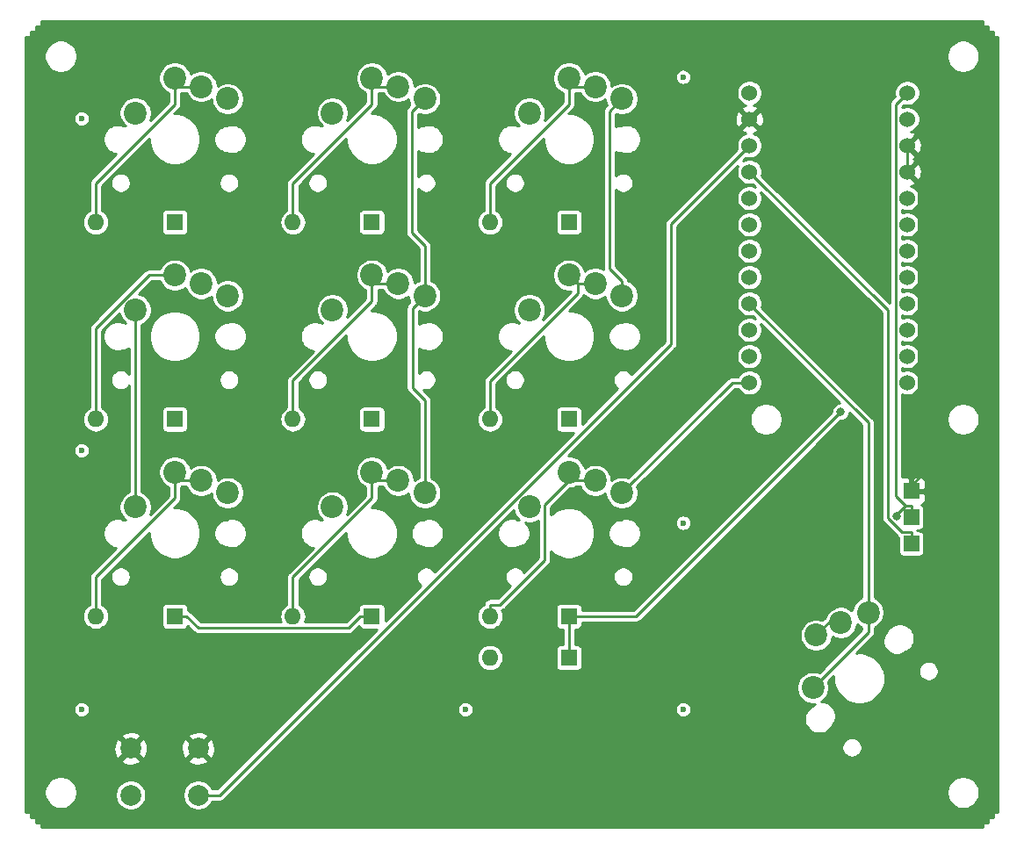
<source format=gbl>
G04 #@! TF.GenerationSoftware,KiCad,Pcbnew,(5.1.4)-1*
G04 #@! TF.CreationDate,2019-11-23T21:45:35+09:00*
G04 #@! TF.ProjectId,sakure10m,73616b75-7265-4313-906d-2e6b69636164,rev?*
G04 #@! TF.SameCoordinates,Original*
G04 #@! TF.FileFunction,Copper,L2,Bot*
G04 #@! TF.FilePolarity,Positive*
%FSLAX46Y46*%
G04 Gerber Fmt 4.6, Leading zero omitted, Abs format (unit mm)*
G04 Created by KiCad (PCBNEW (5.1.4)-1) date 2019-11-23 21:45:35*
%MOMM*%
%LPD*%
G04 APERTURE LIST*
%ADD10O,1.600000X1.600000*%
%ADD11R,1.600000X1.600000*%
%ADD12C,2.000000*%
%ADD13C,2.200000*%
%ADD14R,1.524000X1.524000*%
%ADD15C,1.524000*%
%ADD16C,0.600000*%
%ADD17C,0.800000*%
%ADD18C,0.250000*%
%ADD19C,0.254000*%
G04 APERTURE END LIST*
D10*
X115280000Y-101400000D03*
D11*
X122900000Y-101400000D03*
D12*
X80650000Y-110150000D03*
X87150000Y-110150000D03*
X87150000Y-114650000D03*
X80650000Y-114650000D03*
D10*
X115280000Y-97400000D03*
D11*
X122900000Y-97400000D03*
D10*
X96280000Y-97400000D03*
D11*
X103900000Y-97400000D03*
D10*
X77280000Y-97400000D03*
D11*
X84900000Y-97400000D03*
D10*
X96280000Y-78400000D03*
D11*
X103900000Y-78400000D03*
D10*
X96280000Y-59400000D03*
D11*
X103900000Y-59400000D03*
D10*
X115280000Y-78400000D03*
D11*
X122900000Y-78400000D03*
D10*
X77280000Y-78400000D03*
D11*
X84900000Y-78400000D03*
D10*
X115280000Y-59400000D03*
D11*
X122900000Y-59400000D03*
D10*
X77280000Y-59400000D03*
D11*
X84900000Y-59400000D03*
D13*
X119090000Y-86860000D03*
X125440000Y-84320000D03*
X122900000Y-83500000D03*
X128000000Y-85500000D03*
D14*
X155900000Y-90400000D03*
X155900000Y-87860000D03*
X155900000Y-85320000D03*
D13*
X81090000Y-48860000D03*
X87440000Y-46320000D03*
X84900000Y-45500000D03*
X90000000Y-47500000D03*
D15*
X140291400Y-46922000D03*
X140291400Y-49462000D03*
X140291400Y-52002000D03*
X140291400Y-54542000D03*
X140291400Y-57082000D03*
X140291400Y-59622000D03*
X140291400Y-62162000D03*
X140291400Y-64702000D03*
X140291400Y-67242000D03*
X140291400Y-69782000D03*
X140291400Y-72322000D03*
X140291400Y-74862000D03*
X155511400Y-74862000D03*
X155511400Y-72322000D03*
X155511400Y-69782000D03*
X155511400Y-67242000D03*
X155511400Y-64702000D03*
X155511400Y-62162000D03*
X155511400Y-59622000D03*
X155511400Y-57082000D03*
X155511400Y-54542000D03*
X155511400Y-52002000D03*
X155511400Y-49462000D03*
X155511400Y-46922000D03*
D13*
X100090000Y-86860000D03*
X106440000Y-84320000D03*
X103900000Y-83500000D03*
X109000000Y-85500000D03*
X81090000Y-67860000D03*
X87440000Y-65320000D03*
X84900000Y-64500000D03*
X90000000Y-66500000D03*
X81090000Y-86860000D03*
X87440000Y-84320000D03*
X84900000Y-83500000D03*
X90000000Y-85500000D03*
X119090000Y-67860000D03*
X125440000Y-65320000D03*
X122900000Y-64500000D03*
X128000000Y-66500000D03*
X119090000Y-48860000D03*
X125440000Y-46320000D03*
X122900000Y-45500000D03*
X128000000Y-47500000D03*
X100090000Y-67860000D03*
X106440000Y-65320000D03*
X103900000Y-64500000D03*
X109000000Y-66500000D03*
X100090000Y-48860000D03*
X106440000Y-46320000D03*
X103900000Y-45500000D03*
X109000000Y-47500000D03*
X151748528Y-97036039D03*
X146728070Y-99228070D03*
X149103949Y-98011846D03*
X146409872Y-104298026D03*
D16*
X133900000Y-106400000D03*
X75900000Y-106400000D03*
X133900000Y-88400000D03*
X133900000Y-45400000D03*
X75900000Y-81400000D03*
X75900000Y-49400000D03*
X112900000Y-106400000D03*
D17*
X149085000Y-77698300D03*
X154492700Y-87766400D03*
D18*
X155511400Y-54542000D02*
X156636200Y-55666800D01*
X156636200Y-55666800D02*
X156636200Y-84040100D01*
X156636200Y-84040100D02*
X155900000Y-84776300D01*
X155511400Y-52002000D02*
X155511400Y-54542000D01*
X155900000Y-85320000D02*
X155900000Y-84776300D01*
X140291400Y-52002000D02*
X132705400Y-59588000D01*
X132705400Y-59588000D02*
X132705400Y-71182000D01*
X132705400Y-71182000D02*
X89237400Y-114650000D01*
X89237400Y-114650000D02*
X87150000Y-114650000D01*
X140291400Y-54542000D02*
X153631500Y-67882100D01*
X153631500Y-67882100D02*
X153631500Y-87939000D01*
X153631500Y-87939000D02*
X155005200Y-89312700D01*
X155005200Y-89312700D02*
X155900000Y-89312700D01*
X155900000Y-90400000D02*
X155900000Y-89312700D01*
X84900000Y-46320000D02*
X84900000Y-48023100D01*
X84900000Y-48023100D02*
X77280000Y-55643100D01*
X77280000Y-55643100D02*
X77280000Y-59400000D01*
X84900000Y-45500000D02*
X84900000Y-46320000D01*
X84900000Y-46320000D02*
X87440000Y-46320000D01*
X103900000Y-46320000D02*
X103900000Y-48023100D01*
X103900000Y-48023100D02*
X96280000Y-55643100D01*
X96280000Y-55643100D02*
X96280000Y-59400000D01*
X103900000Y-45500000D02*
X103900000Y-46320000D01*
X103900000Y-46320000D02*
X106440000Y-46320000D01*
X122900000Y-46320000D02*
X122900000Y-48023100D01*
X122900000Y-48023100D02*
X115280000Y-55643100D01*
X115280000Y-55643100D02*
X115280000Y-59400000D01*
X122900000Y-45500000D02*
X122900000Y-46320000D01*
X122900000Y-46320000D02*
X125440000Y-46320000D01*
X84900000Y-64500000D02*
X82421500Y-64500000D01*
X82421500Y-64500000D02*
X77280000Y-69641500D01*
X77280000Y-69641500D02*
X77280000Y-78400000D01*
X103900000Y-65320000D02*
X103900000Y-67023100D01*
X103900000Y-67023100D02*
X96280000Y-74643100D01*
X96280000Y-74643100D02*
X96280000Y-78400000D01*
X103900000Y-64500000D02*
X103900000Y-65320000D01*
X103900000Y-65320000D02*
X106440000Y-65320000D01*
X123720000Y-65320000D02*
X125440000Y-65320000D01*
X122900000Y-64500000D02*
X123720000Y-65320000D01*
X115280000Y-78400000D02*
X115280000Y-74731400D01*
X115280000Y-74731400D02*
X123720000Y-66291400D01*
X123720000Y-66291400D02*
X123720000Y-65320000D01*
X84900000Y-84320000D02*
X84900000Y-86023100D01*
X84900000Y-86023100D02*
X77280000Y-93643100D01*
X77280000Y-93643100D02*
X77280000Y-97400000D01*
X84900000Y-83500000D02*
X84900000Y-84320000D01*
X84900000Y-84320000D02*
X87440000Y-84320000D01*
X84900000Y-97400000D02*
X86025300Y-97400000D01*
X103900000Y-97400000D02*
X102774700Y-97400000D01*
X102774700Y-97400000D02*
X101649400Y-98525300D01*
X101649400Y-98525300D02*
X87150600Y-98525300D01*
X87150600Y-98525300D02*
X86025300Y-97400000D01*
X122900000Y-97400000D02*
X129383300Y-97400000D01*
X129383300Y-97400000D02*
X149085000Y-77698300D01*
X122900000Y-97400000D02*
X122900000Y-100274700D01*
X122900000Y-101400000D02*
X122900000Y-100274700D01*
X103900000Y-84320000D02*
X103900000Y-86023100D01*
X103900000Y-86023100D02*
X96280000Y-93643100D01*
X96280000Y-93643100D02*
X96280000Y-97400000D01*
X103900000Y-83500000D02*
X103900000Y-84320000D01*
X103900000Y-84320000D02*
X106440000Y-84320000D01*
X122900000Y-84320000D02*
X120574700Y-86645300D01*
X120574700Y-86645300D02*
X120574700Y-91964600D01*
X120574700Y-91964600D02*
X116264600Y-96274700D01*
X116264600Y-96274700D02*
X115280000Y-96274700D01*
X122900000Y-83500000D02*
X122900000Y-84320000D01*
X122900000Y-84320000D02*
X125440000Y-84320000D01*
X115280000Y-97400000D02*
X115280000Y-96274700D01*
X81090000Y-67860000D02*
X81090000Y-86860000D01*
X109000000Y-66500000D02*
X107801100Y-67698900D01*
X107801100Y-67698900D02*
X107801100Y-75361100D01*
X107801100Y-75361100D02*
X109000000Y-76560000D01*
X109000000Y-76560000D02*
X109000000Y-85500000D01*
X109000000Y-47500000D02*
X107753700Y-48746300D01*
X107753700Y-48746300D02*
X107753700Y-60413700D01*
X107753700Y-60413700D02*
X109000000Y-61660000D01*
X109000000Y-61660000D02*
X109000000Y-66500000D01*
X128000000Y-66500000D02*
X128000000Y-65090000D01*
X128000000Y-65090000D02*
X126801300Y-63891300D01*
X126801300Y-63891300D02*
X126801300Y-48698700D01*
X126801300Y-48698700D02*
X128000000Y-47500000D01*
X140291400Y-74862000D02*
X138638000Y-74862000D01*
X138638000Y-74862000D02*
X128000000Y-85500000D01*
X155350500Y-86772700D02*
X154492700Y-87630500D01*
X154492700Y-87630500D02*
X154492700Y-87766400D01*
X155350500Y-86772700D02*
X154412000Y-85834200D01*
X154412000Y-85834200D02*
X154412000Y-48021400D01*
X154412000Y-48021400D02*
X155511400Y-46922000D01*
X155900000Y-86772700D02*
X155350500Y-86772700D01*
X155900000Y-87860000D02*
X155900000Y-86772700D01*
X149103900Y-98011800D02*
X147944400Y-98011800D01*
X147944400Y-98011800D02*
X146728100Y-99228100D01*
X140291400Y-67242000D02*
X151748500Y-78699100D01*
X151748500Y-78699100D02*
X151748500Y-97036000D01*
X146409900Y-104298000D02*
X151748500Y-98959400D01*
X151748500Y-98959400D02*
X151748500Y-97036000D01*
D19*
G36*
X162773000Y-40400000D02*
G01*
X162775440Y-40424776D01*
X162782667Y-40448601D01*
X162794403Y-40470557D01*
X162810197Y-40489803D01*
X162829443Y-40505597D01*
X162851399Y-40517333D01*
X162875224Y-40524560D01*
X162900000Y-40527000D01*
X163273000Y-40527000D01*
X163273000Y-40900000D01*
X163275440Y-40924776D01*
X163282667Y-40948601D01*
X163294403Y-40970557D01*
X163310197Y-40989803D01*
X163329443Y-41005597D01*
X163351399Y-41017333D01*
X163375224Y-41024560D01*
X163400000Y-41027000D01*
X163773000Y-41027000D01*
X163773000Y-41400000D01*
X163775440Y-41424776D01*
X163782667Y-41448601D01*
X163794403Y-41470557D01*
X163810197Y-41489803D01*
X163829443Y-41505597D01*
X163851399Y-41517333D01*
X163875224Y-41524560D01*
X163900000Y-41527000D01*
X164273000Y-41527000D01*
X164273000Y-116273000D01*
X163900000Y-116273000D01*
X163875224Y-116275440D01*
X163851399Y-116282667D01*
X163829443Y-116294403D01*
X163810197Y-116310197D01*
X163794403Y-116329443D01*
X163782667Y-116351399D01*
X163775440Y-116375224D01*
X163773000Y-116400000D01*
X163773000Y-116773000D01*
X163400000Y-116773000D01*
X163375224Y-116775440D01*
X163351399Y-116782667D01*
X163329443Y-116794403D01*
X163310197Y-116810197D01*
X163294403Y-116829443D01*
X163282667Y-116851399D01*
X163275440Y-116875224D01*
X163273000Y-116900000D01*
X163273000Y-117273000D01*
X162900000Y-117273000D01*
X162875224Y-117275440D01*
X162851399Y-117282667D01*
X162829443Y-117294403D01*
X162810197Y-117310197D01*
X162794403Y-117329443D01*
X162782667Y-117351399D01*
X162775440Y-117375224D01*
X162773000Y-117400000D01*
X162773000Y-117773000D01*
X72027000Y-117773000D01*
X72027000Y-117400000D01*
X72024560Y-117375224D01*
X72017333Y-117351399D01*
X72005597Y-117329443D01*
X71989803Y-117310197D01*
X71970557Y-117294403D01*
X71948601Y-117282667D01*
X71924776Y-117275440D01*
X71900000Y-117273000D01*
X71527000Y-117273000D01*
X71527000Y-116900000D01*
X71524560Y-116875224D01*
X71517333Y-116851399D01*
X71505597Y-116829443D01*
X71489803Y-116810197D01*
X71470557Y-116794403D01*
X71448601Y-116782667D01*
X71424776Y-116775440D01*
X71400000Y-116773000D01*
X71027000Y-116773000D01*
X71027000Y-116400000D01*
X71024560Y-116375224D01*
X71017333Y-116351399D01*
X71005597Y-116329443D01*
X70989803Y-116310197D01*
X70970557Y-116294403D01*
X70948601Y-116282667D01*
X70924776Y-116275440D01*
X70900000Y-116273000D01*
X70527000Y-116273000D01*
X70527000Y-114244679D01*
X72323000Y-114244679D01*
X72323000Y-114555321D01*
X72383604Y-114859994D01*
X72502481Y-115146989D01*
X72675064Y-115405279D01*
X72894721Y-115624936D01*
X73153011Y-115797519D01*
X73440006Y-115916396D01*
X73744679Y-115977000D01*
X74055321Y-115977000D01*
X74359994Y-115916396D01*
X74646989Y-115797519D01*
X74905279Y-115624936D01*
X75124936Y-115405279D01*
X75297519Y-115146989D01*
X75416396Y-114859994D01*
X75477000Y-114555321D01*
X75477000Y-114504528D01*
X79173000Y-114504528D01*
X79173000Y-114795472D01*
X79229760Y-115080825D01*
X79341099Y-115349622D01*
X79502739Y-115591533D01*
X79708467Y-115797261D01*
X79950378Y-115958901D01*
X80219175Y-116070240D01*
X80504528Y-116127000D01*
X80795472Y-116127000D01*
X81080825Y-116070240D01*
X81349622Y-115958901D01*
X81591533Y-115797261D01*
X81797261Y-115591533D01*
X81958901Y-115349622D01*
X82070240Y-115080825D01*
X82127000Y-114795472D01*
X82127000Y-114504528D01*
X82070240Y-114219175D01*
X81958901Y-113950378D01*
X81797261Y-113708467D01*
X81591533Y-113502739D01*
X81349622Y-113341099D01*
X81080825Y-113229760D01*
X80795472Y-113173000D01*
X80504528Y-113173000D01*
X80219175Y-113229760D01*
X79950378Y-113341099D01*
X79708467Y-113502739D01*
X79502739Y-113708467D01*
X79341099Y-113950378D01*
X79229760Y-114219175D01*
X79173000Y-114504528D01*
X75477000Y-114504528D01*
X75477000Y-114244679D01*
X75416396Y-113940006D01*
X75297519Y-113653011D01*
X75124936Y-113394721D01*
X74905279Y-113175064D01*
X74646989Y-113002481D01*
X74359994Y-112883604D01*
X74055321Y-112823000D01*
X73744679Y-112823000D01*
X73440006Y-112883604D01*
X73153011Y-113002481D01*
X72894721Y-113175064D01*
X72675064Y-113394721D01*
X72502481Y-113653011D01*
X72383604Y-113940006D01*
X72323000Y-114244679D01*
X70527000Y-114244679D01*
X70527000Y-111285413D01*
X79694192Y-111285413D01*
X79789956Y-111549814D01*
X80079571Y-111690704D01*
X80391108Y-111772384D01*
X80712595Y-111791718D01*
X81031675Y-111747961D01*
X81336088Y-111642795D01*
X81510044Y-111549814D01*
X81605808Y-111285413D01*
X86194192Y-111285413D01*
X86289956Y-111549814D01*
X86579571Y-111690704D01*
X86891108Y-111772384D01*
X87212595Y-111791718D01*
X87531675Y-111747961D01*
X87836088Y-111642795D01*
X88010044Y-111549814D01*
X88105808Y-111285413D01*
X87150000Y-110329605D01*
X86194192Y-111285413D01*
X81605808Y-111285413D01*
X80650000Y-110329605D01*
X79694192Y-111285413D01*
X70527000Y-111285413D01*
X70527000Y-110212595D01*
X79008282Y-110212595D01*
X79052039Y-110531675D01*
X79157205Y-110836088D01*
X79250186Y-111010044D01*
X79514587Y-111105808D01*
X80470395Y-110150000D01*
X80829605Y-110150000D01*
X81785413Y-111105808D01*
X82049814Y-111010044D01*
X82190704Y-110720429D01*
X82272384Y-110408892D01*
X82284189Y-110212595D01*
X85508282Y-110212595D01*
X85552039Y-110531675D01*
X85657205Y-110836088D01*
X85750186Y-111010044D01*
X86014587Y-111105808D01*
X86970395Y-110150000D01*
X87329605Y-110150000D01*
X88285413Y-111105808D01*
X88549814Y-111010044D01*
X88690704Y-110720429D01*
X88772384Y-110408892D01*
X88791718Y-110087405D01*
X88747961Y-109768325D01*
X88642795Y-109463912D01*
X88549814Y-109289956D01*
X88285413Y-109194192D01*
X87329605Y-110150000D01*
X86970395Y-110150000D01*
X86014587Y-109194192D01*
X85750186Y-109289956D01*
X85609296Y-109579571D01*
X85527616Y-109891108D01*
X85508282Y-110212595D01*
X82284189Y-110212595D01*
X82291718Y-110087405D01*
X82247961Y-109768325D01*
X82142795Y-109463912D01*
X82049814Y-109289956D01*
X81785413Y-109194192D01*
X80829605Y-110150000D01*
X80470395Y-110150000D01*
X79514587Y-109194192D01*
X79250186Y-109289956D01*
X79109296Y-109579571D01*
X79027616Y-109891108D01*
X79008282Y-110212595D01*
X70527000Y-110212595D01*
X70527000Y-109014587D01*
X79694192Y-109014587D01*
X80650000Y-109970395D01*
X81605808Y-109014587D01*
X86194192Y-109014587D01*
X87150000Y-109970395D01*
X88105808Y-109014587D01*
X88010044Y-108750186D01*
X87720429Y-108609296D01*
X87408892Y-108527616D01*
X87087405Y-108508282D01*
X86768325Y-108552039D01*
X86463912Y-108657205D01*
X86289956Y-108750186D01*
X86194192Y-109014587D01*
X81605808Y-109014587D01*
X81510044Y-108750186D01*
X81220429Y-108609296D01*
X80908892Y-108527616D01*
X80587405Y-108508282D01*
X80268325Y-108552039D01*
X79963912Y-108657205D01*
X79789956Y-108750186D01*
X79694192Y-109014587D01*
X70527000Y-109014587D01*
X70527000Y-106323472D01*
X75123000Y-106323472D01*
X75123000Y-106476528D01*
X75152859Y-106626643D01*
X75211431Y-106768048D01*
X75296464Y-106895309D01*
X75404691Y-107003536D01*
X75531952Y-107088569D01*
X75673357Y-107147141D01*
X75823472Y-107177000D01*
X75976528Y-107177000D01*
X76126643Y-107147141D01*
X76268048Y-107088569D01*
X76395309Y-107003536D01*
X76503536Y-106895309D01*
X76588569Y-106768048D01*
X76647141Y-106626643D01*
X76677000Y-106476528D01*
X76677000Y-106323472D01*
X76647141Y-106173357D01*
X76588569Y-106031952D01*
X76503536Y-105904691D01*
X76395309Y-105796464D01*
X76268048Y-105711431D01*
X76126643Y-105652859D01*
X75976528Y-105623000D01*
X75823472Y-105623000D01*
X75673357Y-105652859D01*
X75531952Y-105711431D01*
X75404691Y-105796464D01*
X75296464Y-105904691D01*
X75211431Y-106031952D01*
X75152859Y-106173357D01*
X75123000Y-106323472D01*
X70527000Y-106323472D01*
X70527000Y-81323472D01*
X75123000Y-81323472D01*
X75123000Y-81476528D01*
X75152859Y-81626643D01*
X75211431Y-81768048D01*
X75296464Y-81895309D01*
X75404691Y-82003536D01*
X75531952Y-82088569D01*
X75673357Y-82147141D01*
X75823472Y-82177000D01*
X75976528Y-82177000D01*
X76126643Y-82147141D01*
X76268048Y-82088569D01*
X76395309Y-82003536D01*
X76503536Y-81895309D01*
X76588569Y-81768048D01*
X76647141Y-81626643D01*
X76677000Y-81476528D01*
X76677000Y-81323472D01*
X76647141Y-81173357D01*
X76588569Y-81031952D01*
X76503536Y-80904691D01*
X76395309Y-80796464D01*
X76268048Y-80711431D01*
X76126643Y-80652859D01*
X75976528Y-80623000D01*
X75823472Y-80623000D01*
X75673357Y-80652859D01*
X75531952Y-80711431D01*
X75404691Y-80796464D01*
X75296464Y-80904691D01*
X75211431Y-81031952D01*
X75152859Y-81173357D01*
X75123000Y-81323472D01*
X70527000Y-81323472D01*
X70527000Y-78400000D01*
X75996822Y-78400000D01*
X76021478Y-78650336D01*
X76094498Y-78891051D01*
X76213076Y-79112896D01*
X76372656Y-79307344D01*
X76567104Y-79466924D01*
X76788949Y-79585502D01*
X77029664Y-79658522D01*
X77217274Y-79677000D01*
X77342726Y-79677000D01*
X77530336Y-79658522D01*
X77771051Y-79585502D01*
X77992896Y-79466924D01*
X78187344Y-79307344D01*
X78346924Y-79112896D01*
X78465502Y-78891051D01*
X78538522Y-78650336D01*
X78563178Y-78400000D01*
X78538522Y-78149664D01*
X78465502Y-77908949D01*
X78346924Y-77687104D01*
X78187344Y-77492656D01*
X77992896Y-77333076D01*
X77882000Y-77273801D01*
X77882000Y-69890855D01*
X79553571Y-68219284D01*
X79573604Y-68319994D01*
X79692481Y-68606989D01*
X79865064Y-68865279D01*
X80084721Y-69084936D01*
X80116095Y-69105900D01*
X79950698Y-69073000D01*
X79925271Y-69073000D01*
X79816241Y-69027838D01*
X79540547Y-68973000D01*
X79259453Y-68973000D01*
X78983759Y-69027838D01*
X78724062Y-69135409D01*
X78490340Y-69291576D01*
X78291576Y-69490340D01*
X78135409Y-69724062D01*
X78027838Y-69983759D01*
X77973000Y-70259453D01*
X77973000Y-70540547D01*
X78027838Y-70816241D01*
X78135409Y-71075938D01*
X78291576Y-71309660D01*
X78490340Y-71508424D01*
X78724062Y-71664591D01*
X78983759Y-71772162D01*
X79259453Y-71827000D01*
X79540547Y-71827000D01*
X79816241Y-71772162D01*
X79925271Y-71727000D01*
X79950698Y-71727000D01*
X80207072Y-71676004D01*
X80448570Y-71575972D01*
X80488000Y-71549626D01*
X80488000Y-74050705D01*
X80438885Y-73977199D01*
X80302801Y-73841115D01*
X80142783Y-73734194D01*
X79964980Y-73660546D01*
X79776226Y-73623000D01*
X79583774Y-73623000D01*
X79395020Y-73660546D01*
X79217217Y-73734194D01*
X79057199Y-73841115D01*
X78921115Y-73977199D01*
X78814194Y-74137217D01*
X78740546Y-74315020D01*
X78703000Y-74503774D01*
X78703000Y-74696226D01*
X78740546Y-74884980D01*
X78814194Y-75062783D01*
X78921115Y-75222801D01*
X79057199Y-75358885D01*
X79217217Y-75465806D01*
X79395020Y-75539454D01*
X79583774Y-75577000D01*
X79776226Y-75577000D01*
X79964980Y-75539454D01*
X80142783Y-75465806D01*
X80302801Y-75358885D01*
X80438885Y-75222801D01*
X80488000Y-75149295D01*
X80488001Y-85402424D01*
X80343011Y-85462481D01*
X80084721Y-85635064D01*
X79865064Y-85854721D01*
X79692481Y-86113011D01*
X79573604Y-86400006D01*
X79513000Y-86704679D01*
X79513000Y-87015321D01*
X79573604Y-87319994D01*
X79692481Y-87606989D01*
X79865064Y-87865279D01*
X80084721Y-88084936D01*
X80116095Y-88105900D01*
X79950698Y-88073000D01*
X79925271Y-88073000D01*
X79816241Y-88027838D01*
X79540547Y-87973000D01*
X79259453Y-87973000D01*
X78983759Y-88027838D01*
X78724062Y-88135409D01*
X78490340Y-88291576D01*
X78291576Y-88490340D01*
X78135409Y-88724062D01*
X78027838Y-88983759D01*
X77973000Y-89259453D01*
X77973000Y-89540547D01*
X78027838Y-89816241D01*
X78135409Y-90075938D01*
X78291576Y-90309660D01*
X78490340Y-90508424D01*
X78724062Y-90664591D01*
X78983759Y-90772162D01*
X79247185Y-90824560D01*
X76875234Y-93196511D01*
X76852263Y-93215363D01*
X76777034Y-93307030D01*
X76721134Y-93411611D01*
X76686711Y-93525089D01*
X76678000Y-93613535D01*
X76678000Y-93613544D01*
X76675089Y-93643100D01*
X76678000Y-93672656D01*
X76678001Y-96273801D01*
X76567104Y-96333076D01*
X76372656Y-96492656D01*
X76213076Y-96687104D01*
X76094498Y-96908949D01*
X76021478Y-97149664D01*
X75996822Y-97400000D01*
X76021478Y-97650336D01*
X76094498Y-97891051D01*
X76213076Y-98112896D01*
X76372656Y-98307344D01*
X76567104Y-98466924D01*
X76788949Y-98585502D01*
X77029664Y-98658522D01*
X77217274Y-98677000D01*
X77342726Y-98677000D01*
X77530336Y-98658522D01*
X77771051Y-98585502D01*
X77992896Y-98466924D01*
X78187344Y-98307344D01*
X78346924Y-98112896D01*
X78465502Y-97891051D01*
X78538522Y-97650336D01*
X78563178Y-97400000D01*
X78538522Y-97149664D01*
X78465502Y-96908949D01*
X78346924Y-96687104D01*
X78275440Y-96600000D01*
X83620693Y-96600000D01*
X83620693Y-98200000D01*
X83629903Y-98293508D01*
X83657178Y-98383423D01*
X83701471Y-98466289D01*
X83761079Y-98538921D01*
X83833711Y-98598529D01*
X83916577Y-98642822D01*
X84006492Y-98670097D01*
X84100000Y-98679307D01*
X85700000Y-98679307D01*
X85793508Y-98670097D01*
X85883423Y-98642822D01*
X85966289Y-98598529D01*
X86038921Y-98538921D01*
X86098529Y-98466289D01*
X86142822Y-98383423D01*
X86146207Y-98372263D01*
X86704016Y-98930072D01*
X86722863Y-98953037D01*
X86745828Y-98971884D01*
X86814528Y-99028266D01*
X86919110Y-99084166D01*
X87032587Y-99118589D01*
X87043782Y-99119691D01*
X87121034Y-99127300D01*
X87121041Y-99127300D01*
X87150600Y-99130211D01*
X87180159Y-99127300D01*
X101619844Y-99127300D01*
X101649400Y-99130211D01*
X101678956Y-99127300D01*
X101678966Y-99127300D01*
X101767412Y-99118589D01*
X101880890Y-99084166D01*
X101985471Y-99028266D01*
X102077137Y-98953037D01*
X102095989Y-98930066D01*
X102653793Y-98372263D01*
X102657178Y-98383423D01*
X102701471Y-98466289D01*
X102761079Y-98538921D01*
X102833711Y-98598529D01*
X102916577Y-98642822D01*
X103006492Y-98670097D01*
X103100000Y-98679307D01*
X104356737Y-98679307D01*
X88988045Y-114048000D01*
X88499337Y-114048000D01*
X88458901Y-113950378D01*
X88297261Y-113708467D01*
X88091533Y-113502739D01*
X87849622Y-113341099D01*
X87580825Y-113229760D01*
X87295472Y-113173000D01*
X87004528Y-113173000D01*
X86719175Y-113229760D01*
X86450378Y-113341099D01*
X86208467Y-113502739D01*
X86002739Y-113708467D01*
X85841099Y-113950378D01*
X85729760Y-114219175D01*
X85673000Y-114504528D01*
X85673000Y-114795472D01*
X85729760Y-115080825D01*
X85841099Y-115349622D01*
X86002739Y-115591533D01*
X86208467Y-115797261D01*
X86450378Y-115958901D01*
X86719175Y-116070240D01*
X87004528Y-116127000D01*
X87295472Y-116127000D01*
X87580825Y-116070240D01*
X87849622Y-115958901D01*
X88091533Y-115797261D01*
X88297261Y-115591533D01*
X88458901Y-115349622D01*
X88499337Y-115252000D01*
X89207844Y-115252000D01*
X89237400Y-115254911D01*
X89266956Y-115252000D01*
X89266966Y-115252000D01*
X89355412Y-115243289D01*
X89468890Y-115208866D01*
X89573471Y-115152966D01*
X89665137Y-115077737D01*
X89683989Y-115054766D01*
X90494076Y-114244679D01*
X159323000Y-114244679D01*
X159323000Y-114555321D01*
X159383604Y-114859994D01*
X159502481Y-115146989D01*
X159675064Y-115405279D01*
X159894721Y-115624936D01*
X160153011Y-115797519D01*
X160440006Y-115916396D01*
X160744679Y-115977000D01*
X161055321Y-115977000D01*
X161359994Y-115916396D01*
X161646989Y-115797519D01*
X161905279Y-115624936D01*
X162124936Y-115405279D01*
X162297519Y-115146989D01*
X162416396Y-114859994D01*
X162477000Y-114555321D01*
X162477000Y-114244679D01*
X162416396Y-113940006D01*
X162297519Y-113653011D01*
X162124936Y-113394721D01*
X161905279Y-113175064D01*
X161646989Y-113002481D01*
X161359994Y-112883604D01*
X161055321Y-112823000D01*
X160744679Y-112823000D01*
X160440006Y-112883604D01*
X160153011Y-113002481D01*
X159894721Y-113175064D01*
X159675064Y-113394721D01*
X159502481Y-113653011D01*
X159383604Y-113940006D01*
X159323000Y-114244679D01*
X90494076Y-114244679D01*
X94774035Y-109964720D01*
X149201751Y-109964720D01*
X149201751Y-110157172D01*
X149239297Y-110345926D01*
X149312945Y-110523729D01*
X149419866Y-110683747D01*
X149555950Y-110819831D01*
X149715968Y-110926752D01*
X149893771Y-111000400D01*
X150082525Y-111037946D01*
X150274977Y-111037946D01*
X150463731Y-111000400D01*
X150641534Y-110926752D01*
X150801552Y-110819831D01*
X150937636Y-110683747D01*
X151044557Y-110523729D01*
X151118205Y-110345926D01*
X151155751Y-110157172D01*
X151155751Y-109964720D01*
X151118205Y-109775966D01*
X151044557Y-109598163D01*
X150937636Y-109438145D01*
X150801552Y-109302061D01*
X150641534Y-109195140D01*
X150463731Y-109121492D01*
X150274977Y-109083946D01*
X150082525Y-109083946D01*
X149893771Y-109121492D01*
X149715968Y-109195140D01*
X149555950Y-109302061D01*
X149419866Y-109438145D01*
X149312945Y-109598163D01*
X149239297Y-109775966D01*
X149201751Y-109964720D01*
X94774035Y-109964720D01*
X98415283Y-106323472D01*
X112123000Y-106323472D01*
X112123000Y-106476528D01*
X112152859Y-106626643D01*
X112211431Y-106768048D01*
X112296464Y-106895309D01*
X112404691Y-107003536D01*
X112531952Y-107088569D01*
X112673357Y-107147141D01*
X112823472Y-107177000D01*
X112976528Y-107177000D01*
X113126643Y-107147141D01*
X113268048Y-107088569D01*
X113395309Y-107003536D01*
X113503536Y-106895309D01*
X113588569Y-106768048D01*
X113647141Y-106626643D01*
X113677000Y-106476528D01*
X113677000Y-106323472D01*
X133123000Y-106323472D01*
X133123000Y-106476528D01*
X133152859Y-106626643D01*
X133211431Y-106768048D01*
X133296464Y-106895309D01*
X133404691Y-107003536D01*
X133531952Y-107088569D01*
X133673357Y-107147141D01*
X133823472Y-107177000D01*
X133976528Y-107177000D01*
X134126643Y-107147141D01*
X134268048Y-107088569D01*
X134395309Y-107003536D01*
X134503536Y-106895309D01*
X134588569Y-106768048D01*
X134647141Y-106626643D01*
X134677000Y-106476528D01*
X134677000Y-106323472D01*
X134647141Y-106173357D01*
X134588569Y-106031952D01*
X134503536Y-105904691D01*
X134395309Y-105796464D01*
X134268048Y-105711431D01*
X134126643Y-105652859D01*
X133976528Y-105623000D01*
X133823472Y-105623000D01*
X133673357Y-105652859D01*
X133531952Y-105711431D01*
X133404691Y-105796464D01*
X133296464Y-105904691D01*
X133211431Y-106031952D01*
X133152859Y-106173357D01*
X133123000Y-106323472D01*
X113677000Y-106323472D01*
X113647141Y-106173357D01*
X113588569Y-106031952D01*
X113503536Y-105904691D01*
X113395309Y-105796464D01*
X113268048Y-105711431D01*
X113126643Y-105652859D01*
X112976528Y-105623000D01*
X112823472Y-105623000D01*
X112673357Y-105652859D01*
X112531952Y-105711431D01*
X112404691Y-105796464D01*
X112296464Y-105904691D01*
X112211431Y-106031952D01*
X112152859Y-106173357D01*
X112123000Y-106323472D01*
X98415283Y-106323472D01*
X103338755Y-101400000D01*
X113996822Y-101400000D01*
X114021478Y-101650336D01*
X114094498Y-101891051D01*
X114213076Y-102112896D01*
X114372656Y-102307344D01*
X114567104Y-102466924D01*
X114788949Y-102585502D01*
X115029664Y-102658522D01*
X115217274Y-102677000D01*
X115342726Y-102677000D01*
X115530336Y-102658522D01*
X115771051Y-102585502D01*
X115992896Y-102466924D01*
X116187344Y-102307344D01*
X116346924Y-102112896D01*
X116465502Y-101891051D01*
X116538522Y-101650336D01*
X116563178Y-101400000D01*
X116538522Y-101149664D01*
X116465502Y-100908949D01*
X116346924Y-100687104D01*
X116187344Y-100492656D01*
X115992896Y-100333076D01*
X115771051Y-100214498D01*
X115530336Y-100141478D01*
X115342726Y-100123000D01*
X115217274Y-100123000D01*
X115029664Y-100141478D01*
X114788949Y-100214498D01*
X114567104Y-100333076D01*
X114372656Y-100492656D01*
X114213076Y-100687104D01*
X114094498Y-100908949D01*
X114021478Y-101149664D01*
X113996822Y-101400000D01*
X103338755Y-101400000D01*
X117547914Y-87190842D01*
X117573604Y-87319994D01*
X117692481Y-87606989D01*
X117865064Y-87865279D01*
X118084721Y-88084936D01*
X118116095Y-88105900D01*
X117950698Y-88073000D01*
X117925271Y-88073000D01*
X117816241Y-88027838D01*
X117540547Y-87973000D01*
X117259453Y-87973000D01*
X116983759Y-88027838D01*
X116724062Y-88135409D01*
X116490340Y-88291576D01*
X116291576Y-88490340D01*
X116135409Y-88724062D01*
X116027838Y-88983759D01*
X115973000Y-89259453D01*
X115973000Y-89540547D01*
X116027838Y-89816241D01*
X116135409Y-90075938D01*
X116291576Y-90309660D01*
X116490340Y-90508424D01*
X116724062Y-90664591D01*
X116983759Y-90772162D01*
X117259453Y-90827000D01*
X117540547Y-90827000D01*
X117816241Y-90772162D01*
X117925271Y-90727000D01*
X117950698Y-90727000D01*
X118207072Y-90676004D01*
X118448570Y-90575972D01*
X118665913Y-90430748D01*
X118850748Y-90245913D01*
X118995972Y-90028570D01*
X119096004Y-89787072D01*
X119147000Y-89530698D01*
X119147000Y-89269302D01*
X119096004Y-89012928D01*
X118995972Y-88771430D01*
X118850748Y-88554087D01*
X118683747Y-88387086D01*
X118934679Y-88437000D01*
X119245321Y-88437000D01*
X119549994Y-88376396D01*
X119836989Y-88257519D01*
X119972700Y-88166840D01*
X119972701Y-91715243D01*
X118547247Y-93140697D01*
X118545806Y-93137217D01*
X118438885Y-92977199D01*
X118302801Y-92841115D01*
X118142783Y-92734194D01*
X117964980Y-92660546D01*
X117776226Y-92623000D01*
X117583774Y-92623000D01*
X117395020Y-92660546D01*
X117217217Y-92734194D01*
X117057199Y-92841115D01*
X116921115Y-92977199D01*
X116814194Y-93137217D01*
X116740546Y-93315020D01*
X116703000Y-93503774D01*
X116703000Y-93696226D01*
X116740546Y-93884980D01*
X116814194Y-94062783D01*
X116921115Y-94222801D01*
X117057199Y-94358885D01*
X117217217Y-94465806D01*
X117220697Y-94467248D01*
X116015245Y-95672700D01*
X115309566Y-95672700D01*
X115280000Y-95669788D01*
X115250434Y-95672700D01*
X115161988Y-95681411D01*
X115048510Y-95715834D01*
X114943929Y-95771734D01*
X114852263Y-95846963D01*
X114777034Y-95938629D01*
X114721134Y-96043210D01*
X114686711Y-96156688D01*
X114675088Y-96274700D01*
X114675150Y-96275325D01*
X114567104Y-96333076D01*
X114372656Y-96492656D01*
X114213076Y-96687104D01*
X114094498Y-96908949D01*
X114021478Y-97149664D01*
X113996822Y-97400000D01*
X114021478Y-97650336D01*
X114094498Y-97891051D01*
X114213076Y-98112896D01*
X114372656Y-98307344D01*
X114567104Y-98466924D01*
X114788949Y-98585502D01*
X115029664Y-98658522D01*
X115217274Y-98677000D01*
X115342726Y-98677000D01*
X115530336Y-98658522D01*
X115771051Y-98585502D01*
X115992896Y-98466924D01*
X116187344Y-98307344D01*
X116346924Y-98112896D01*
X116465502Y-97891051D01*
X116538522Y-97650336D01*
X116563178Y-97400000D01*
X116538522Y-97149664D01*
X116465502Y-96908949D01*
X116435098Y-96852068D01*
X116496090Y-96833566D01*
X116600671Y-96777666D01*
X116692337Y-96702437D01*
X116711189Y-96679466D01*
X116790655Y-96600000D01*
X121620693Y-96600000D01*
X121620693Y-98200000D01*
X121629903Y-98293508D01*
X121657178Y-98383423D01*
X121701471Y-98466289D01*
X121761079Y-98538921D01*
X121833711Y-98598529D01*
X121916577Y-98642822D01*
X122006492Y-98670097D01*
X122100000Y-98679307D01*
X122298000Y-98679307D01*
X122298001Y-100120693D01*
X122100000Y-100120693D01*
X122006492Y-100129903D01*
X121916577Y-100157178D01*
X121833711Y-100201471D01*
X121761079Y-100261079D01*
X121701471Y-100333711D01*
X121657178Y-100416577D01*
X121629903Y-100506492D01*
X121620693Y-100600000D01*
X121620693Y-102200000D01*
X121629903Y-102293508D01*
X121657178Y-102383423D01*
X121701471Y-102466289D01*
X121761079Y-102538921D01*
X121833711Y-102598529D01*
X121916577Y-102642822D01*
X122006492Y-102670097D01*
X122100000Y-102679307D01*
X123700000Y-102679307D01*
X123793508Y-102670097D01*
X123883423Y-102642822D01*
X123966289Y-102598529D01*
X124038921Y-102538921D01*
X124098529Y-102466289D01*
X124142822Y-102383423D01*
X124170097Y-102293508D01*
X124179307Y-102200000D01*
X124179307Y-100600000D01*
X124170097Y-100506492D01*
X124142822Y-100416577D01*
X124098529Y-100333711D01*
X124038921Y-100261079D01*
X123966289Y-100201471D01*
X123883423Y-100157178D01*
X123793508Y-100129903D01*
X123700000Y-100120693D01*
X123502000Y-100120693D01*
X123502000Y-98679307D01*
X123700000Y-98679307D01*
X123793508Y-98670097D01*
X123883423Y-98642822D01*
X123966289Y-98598529D01*
X124038921Y-98538921D01*
X124098529Y-98466289D01*
X124142822Y-98383423D01*
X124170097Y-98293508D01*
X124179307Y-98200000D01*
X124179307Y-98002000D01*
X129353744Y-98002000D01*
X129383300Y-98004911D01*
X129412856Y-98002000D01*
X129412866Y-98002000D01*
X129501312Y-97993289D01*
X129614790Y-97958866D01*
X129719371Y-97902966D01*
X129811037Y-97827737D01*
X129829889Y-97804766D01*
X149059357Y-78575300D01*
X149171377Y-78575300D01*
X149340811Y-78541597D01*
X149500415Y-78475487D01*
X149644055Y-78379510D01*
X149766210Y-78257355D01*
X149862187Y-78113715D01*
X149928297Y-77954111D01*
X149962000Y-77784677D01*
X149962000Y-77763957D01*
X151146500Y-78948457D01*
X151146501Y-95578475D01*
X151001539Y-95638520D01*
X150743249Y-95811103D01*
X150523592Y-96030760D01*
X150351009Y-96289050D01*
X150232132Y-96576045D01*
X150176756Y-96854438D01*
X150109228Y-96786910D01*
X149850938Y-96614327D01*
X149563943Y-96495450D01*
X149259270Y-96434846D01*
X148948628Y-96434846D01*
X148643955Y-96495450D01*
X148356960Y-96614327D01*
X148098670Y-96786910D01*
X147879013Y-97006567D01*
X147706430Y-97264857D01*
X147603849Y-97512511D01*
X147516663Y-97584063D01*
X147497816Y-97607028D01*
X147333096Y-97771748D01*
X147188064Y-97711674D01*
X146883391Y-97651070D01*
X146572749Y-97651070D01*
X146268076Y-97711674D01*
X145981081Y-97830551D01*
X145722791Y-98003134D01*
X145503134Y-98222791D01*
X145330551Y-98481081D01*
X145211674Y-98768076D01*
X145151070Y-99072749D01*
X145151070Y-99383391D01*
X145211674Y-99688064D01*
X145330551Y-99975059D01*
X145503134Y-100233349D01*
X145722791Y-100453006D01*
X145981081Y-100625589D01*
X146268076Y-100744466D01*
X146572749Y-100805070D01*
X146883391Y-100805070D01*
X147188064Y-100744466D01*
X147475059Y-100625589D01*
X147733349Y-100453006D01*
X147953006Y-100233349D01*
X148125589Y-99975059D01*
X148244466Y-99688064D01*
X148305070Y-99383391D01*
X148305070Y-99374693D01*
X148356960Y-99409365D01*
X148643955Y-99528242D01*
X148948628Y-99588846D01*
X149259270Y-99588846D01*
X149563943Y-99528242D01*
X149850938Y-99409365D01*
X150109228Y-99236782D01*
X150328885Y-99017125D01*
X150501468Y-98758835D01*
X150620345Y-98471840D01*
X150675721Y-98193447D01*
X150743249Y-98260975D01*
X151001539Y-98433558D01*
X151146500Y-98493603D01*
X151146500Y-98710044D01*
X147014857Y-102841687D01*
X146869866Y-102781630D01*
X146565193Y-102721026D01*
X146254551Y-102721026D01*
X145949878Y-102781630D01*
X145662883Y-102900507D01*
X145404593Y-103073090D01*
X145184936Y-103292747D01*
X145012353Y-103551037D01*
X144893476Y-103838032D01*
X144832872Y-104142705D01*
X144832872Y-104453347D01*
X144893476Y-104758020D01*
X145012353Y-105045015D01*
X145184936Y-105303305D01*
X145404593Y-105522962D01*
X145662883Y-105695545D01*
X145949878Y-105814422D01*
X146254551Y-105875026D01*
X146565193Y-105875026D01*
X146602201Y-105867665D01*
X146461985Y-105961354D01*
X146444005Y-105979334D01*
X146334975Y-106024496D01*
X146101253Y-106180663D01*
X145902489Y-106379427D01*
X145746322Y-106613149D01*
X145638751Y-106872846D01*
X145583913Y-107148540D01*
X145583913Y-107429634D01*
X145638751Y-107705328D01*
X145746322Y-107965025D01*
X145902489Y-108198747D01*
X146101253Y-108397511D01*
X146334975Y-108553678D01*
X146594672Y-108661249D01*
X146870366Y-108716087D01*
X147151460Y-108716087D01*
X147427154Y-108661249D01*
X147686851Y-108553678D01*
X147920573Y-108397511D01*
X148119337Y-108198747D01*
X148275504Y-107965025D01*
X148320666Y-107855995D01*
X148338646Y-107838015D01*
X148483870Y-107620672D01*
X148583902Y-107379174D01*
X148634898Y-107122800D01*
X148634898Y-106861404D01*
X148583902Y-106605030D01*
X148483870Y-106363532D01*
X148338646Y-106146189D01*
X148153811Y-105961354D01*
X147936468Y-105816130D01*
X147694970Y-105716098D01*
X147438596Y-105665102D01*
X147202422Y-105665102D01*
X147415151Y-105522962D01*
X147634808Y-105303305D01*
X147807391Y-105045015D01*
X147926268Y-104758020D01*
X147986872Y-104453347D01*
X147986872Y-104142705D01*
X147926268Y-103838032D01*
X147866212Y-103693043D01*
X148427912Y-103131343D01*
X148423000Y-103156037D01*
X148423000Y-103643963D01*
X148518190Y-104122514D01*
X148704911Y-104573299D01*
X148975989Y-104978995D01*
X149321005Y-105324011D01*
X149726701Y-105595089D01*
X150177486Y-105781810D01*
X150656037Y-105877000D01*
X151143963Y-105877000D01*
X151622514Y-105781810D01*
X152073299Y-105595089D01*
X152478995Y-105324011D01*
X152824011Y-104978995D01*
X153095089Y-104573299D01*
X153281810Y-104122514D01*
X153377000Y-103643963D01*
X153377000Y-103156037D01*
X153281810Y-102677486D01*
X153242476Y-102582525D01*
X156583946Y-102582525D01*
X156583946Y-102774977D01*
X156621492Y-102963731D01*
X156695140Y-103141534D01*
X156802061Y-103301552D01*
X156938145Y-103437636D01*
X157098163Y-103544557D01*
X157275966Y-103618205D01*
X157464720Y-103655751D01*
X157657172Y-103655751D01*
X157845926Y-103618205D01*
X158023729Y-103544557D01*
X158183747Y-103437636D01*
X158319831Y-103301552D01*
X158426752Y-103141534D01*
X158500400Y-102963731D01*
X158537946Y-102774977D01*
X158537946Y-102582525D01*
X158500400Y-102393771D01*
X158426752Y-102215968D01*
X158319831Y-102055950D01*
X158183747Y-101919866D01*
X158023729Y-101812945D01*
X157845926Y-101739297D01*
X157657172Y-101701751D01*
X157464720Y-101701751D01*
X157275966Y-101739297D01*
X157098163Y-101812945D01*
X156938145Y-101919866D01*
X156802061Y-102055950D01*
X156695140Y-102215968D01*
X156621492Y-102393771D01*
X156583946Y-102582525D01*
X153242476Y-102582525D01*
X153095089Y-102226701D01*
X152824011Y-101821005D01*
X152478995Y-101475989D01*
X152073299Y-101204911D01*
X151622514Y-101018190D01*
X151143963Y-100923000D01*
X150656037Y-100923000D01*
X150631344Y-100927912D01*
X151882056Y-99677200D01*
X153165102Y-99677200D01*
X153165102Y-99938596D01*
X153216098Y-100194970D01*
X153316130Y-100436468D01*
X153461354Y-100653811D01*
X153646189Y-100838646D01*
X153863532Y-100983870D01*
X154105030Y-101083902D01*
X154361404Y-101134898D01*
X154622800Y-101134898D01*
X154879174Y-101083902D01*
X155120672Y-100983870D01*
X155338015Y-100838646D01*
X155355995Y-100820666D01*
X155465025Y-100775504D01*
X155698747Y-100619337D01*
X155897511Y-100420573D01*
X156053678Y-100186851D01*
X156161249Y-99927154D01*
X156216087Y-99651460D01*
X156216087Y-99370366D01*
X156161249Y-99094672D01*
X156053678Y-98834975D01*
X155897511Y-98601253D01*
X155698747Y-98402489D01*
X155465025Y-98246322D01*
X155205328Y-98138751D01*
X154929634Y-98083913D01*
X154648540Y-98083913D01*
X154372846Y-98138751D01*
X154113149Y-98246322D01*
X153879427Y-98402489D01*
X153680663Y-98601253D01*
X153524496Y-98834975D01*
X153479334Y-98944005D01*
X153461354Y-98961985D01*
X153316130Y-99179328D01*
X153216098Y-99420826D01*
X153165102Y-99677200D01*
X151882056Y-99677200D01*
X152153273Y-99405983D01*
X152176237Y-99387137D01*
X152209906Y-99346112D01*
X152251466Y-99295472D01*
X152307366Y-99190890D01*
X152341789Y-99077413D01*
X152346629Y-99028265D01*
X152350500Y-98988966D01*
X152350500Y-98988959D01*
X152353411Y-98959400D01*
X152350500Y-98929841D01*
X152350500Y-98493626D01*
X152495517Y-98433558D01*
X152753807Y-98260975D01*
X152973464Y-98041318D01*
X153146047Y-97783028D01*
X153264924Y-97496033D01*
X153325528Y-97191360D01*
X153325528Y-96880718D01*
X153264924Y-96576045D01*
X153146047Y-96289050D01*
X152973464Y-96030760D01*
X152753807Y-95811103D01*
X152495517Y-95638520D01*
X152350500Y-95578452D01*
X152350500Y-78728656D01*
X152353411Y-78699099D01*
X152350500Y-78669543D01*
X152350500Y-78669534D01*
X152341789Y-78581088D01*
X152307366Y-78467610D01*
X152251466Y-78363029D01*
X152240786Y-78350016D01*
X152195084Y-78294327D01*
X152195080Y-78294323D01*
X152176237Y-78271363D01*
X152153278Y-78252521D01*
X141486332Y-67585577D01*
X141530400Y-67364031D01*
X141530400Y-67119969D01*
X141482786Y-66880597D01*
X141389388Y-66655113D01*
X141253794Y-66452184D01*
X141081216Y-66279606D01*
X140878287Y-66144012D01*
X140652803Y-66050614D01*
X140413431Y-66003000D01*
X140169369Y-66003000D01*
X139929997Y-66050614D01*
X139704513Y-66144012D01*
X139501584Y-66279606D01*
X139329006Y-66452184D01*
X139193412Y-66655113D01*
X139100014Y-66880597D01*
X139052400Y-67119969D01*
X139052400Y-67364031D01*
X139100014Y-67603403D01*
X139193412Y-67828887D01*
X139329006Y-68031816D01*
X139501584Y-68204394D01*
X139704513Y-68339988D01*
X139929997Y-68433386D01*
X140169369Y-68481000D01*
X140413431Y-68481000D01*
X140634977Y-68436932D01*
X140889648Y-68691603D01*
X140878287Y-68684012D01*
X140652803Y-68590614D01*
X140413431Y-68543000D01*
X140169369Y-68543000D01*
X139929997Y-68590614D01*
X139704513Y-68684012D01*
X139501584Y-68819606D01*
X139329006Y-68992184D01*
X139193412Y-69195113D01*
X139100014Y-69420597D01*
X139052400Y-69659969D01*
X139052400Y-69904031D01*
X139100014Y-70143403D01*
X139193412Y-70368887D01*
X139329006Y-70571816D01*
X139501584Y-70744394D01*
X139704513Y-70879988D01*
X139929997Y-70973386D01*
X140169369Y-71021000D01*
X140413431Y-71021000D01*
X140652803Y-70973386D01*
X140878287Y-70879988D01*
X141081216Y-70744394D01*
X141253794Y-70571816D01*
X141389388Y-70368887D01*
X141482786Y-70143403D01*
X141530400Y-69904031D01*
X141530400Y-69659969D01*
X141482786Y-69420597D01*
X141389388Y-69195113D01*
X141381797Y-69183752D01*
X149019343Y-76821300D01*
X148998623Y-76821300D01*
X148829189Y-76855003D01*
X148669585Y-76921113D01*
X148525945Y-77017090D01*
X148403790Y-77139245D01*
X148307813Y-77282885D01*
X148241703Y-77442489D01*
X148208000Y-77611923D01*
X148208000Y-77723943D01*
X129133945Y-96798000D01*
X124179307Y-96798000D01*
X124179307Y-96600000D01*
X124170097Y-96506492D01*
X124142822Y-96416577D01*
X124098529Y-96333711D01*
X124038921Y-96261079D01*
X123966289Y-96201471D01*
X123883423Y-96157178D01*
X123793508Y-96129903D01*
X123700000Y-96120693D01*
X122100000Y-96120693D01*
X122006492Y-96129903D01*
X121916577Y-96157178D01*
X121833711Y-96201471D01*
X121761079Y-96261079D01*
X121701471Y-96333711D01*
X121657178Y-96416577D01*
X121629903Y-96506492D01*
X121620693Y-96600000D01*
X116790655Y-96600000D01*
X119886881Y-93503774D01*
X127143000Y-93503774D01*
X127143000Y-93696226D01*
X127180546Y-93884980D01*
X127254194Y-94062783D01*
X127361115Y-94222801D01*
X127497199Y-94358885D01*
X127657217Y-94465806D01*
X127835020Y-94539454D01*
X128023774Y-94577000D01*
X128216226Y-94577000D01*
X128404980Y-94539454D01*
X128582783Y-94465806D01*
X128742801Y-94358885D01*
X128878885Y-94222801D01*
X128985806Y-94062783D01*
X129059454Y-93884980D01*
X129097000Y-93696226D01*
X129097000Y-93503774D01*
X129059454Y-93315020D01*
X128985806Y-93137217D01*
X128878885Y-92977199D01*
X128742801Y-92841115D01*
X128582783Y-92734194D01*
X128404980Y-92660546D01*
X128216226Y-92623000D01*
X128023774Y-92623000D01*
X127835020Y-92660546D01*
X127657217Y-92734194D01*
X127497199Y-92841115D01*
X127361115Y-92977199D01*
X127254194Y-93137217D01*
X127180546Y-93315020D01*
X127143000Y-93503774D01*
X119886881Y-93503774D01*
X120979472Y-92411184D01*
X121002437Y-92392337D01*
X121077666Y-92300671D01*
X121133566Y-92196090D01*
X121167989Y-92082612D01*
X121176700Y-91994166D01*
X121176700Y-91994157D01*
X121179611Y-91964600D01*
X121176700Y-91935044D01*
X121176700Y-91179706D01*
X121321005Y-91324011D01*
X121726701Y-91595089D01*
X122177486Y-91781810D01*
X122656037Y-91877000D01*
X123143963Y-91877000D01*
X123622514Y-91781810D01*
X124073299Y-91595089D01*
X124478995Y-91324011D01*
X124824011Y-90978995D01*
X125095089Y-90573299D01*
X125281810Y-90122514D01*
X125377000Y-89643963D01*
X125377000Y-89269302D01*
X126653000Y-89269302D01*
X126653000Y-89530698D01*
X126703996Y-89787072D01*
X126804028Y-90028570D01*
X126949252Y-90245913D01*
X127134087Y-90430748D01*
X127351430Y-90575972D01*
X127592928Y-90676004D01*
X127849302Y-90727000D01*
X127874729Y-90727000D01*
X127983759Y-90772162D01*
X128259453Y-90827000D01*
X128540547Y-90827000D01*
X128816241Y-90772162D01*
X129075938Y-90664591D01*
X129309660Y-90508424D01*
X129508424Y-90309660D01*
X129664591Y-90075938D01*
X129772162Y-89816241D01*
X129827000Y-89540547D01*
X129827000Y-89259453D01*
X129772162Y-88983759D01*
X129664591Y-88724062D01*
X129508424Y-88490340D01*
X129341556Y-88323472D01*
X133123000Y-88323472D01*
X133123000Y-88476528D01*
X133152859Y-88626643D01*
X133211431Y-88768048D01*
X133296464Y-88895309D01*
X133404691Y-89003536D01*
X133531952Y-89088569D01*
X133673357Y-89147141D01*
X133823472Y-89177000D01*
X133976528Y-89177000D01*
X134126643Y-89147141D01*
X134268048Y-89088569D01*
X134395309Y-89003536D01*
X134503536Y-88895309D01*
X134588569Y-88768048D01*
X134647141Y-88626643D01*
X134677000Y-88476528D01*
X134677000Y-88323472D01*
X134647141Y-88173357D01*
X134588569Y-88031952D01*
X134503536Y-87904691D01*
X134395309Y-87796464D01*
X134268048Y-87711431D01*
X134126643Y-87652859D01*
X133976528Y-87623000D01*
X133823472Y-87623000D01*
X133673357Y-87652859D01*
X133531952Y-87711431D01*
X133404691Y-87796464D01*
X133296464Y-87904691D01*
X133211431Y-88031952D01*
X133152859Y-88173357D01*
X133123000Y-88323472D01*
X129341556Y-88323472D01*
X129309660Y-88291576D01*
X129075938Y-88135409D01*
X128816241Y-88027838D01*
X128540547Y-87973000D01*
X128259453Y-87973000D01*
X127983759Y-88027838D01*
X127874729Y-88073000D01*
X127849302Y-88073000D01*
X127592928Y-88123996D01*
X127351430Y-88224028D01*
X127134087Y-88369252D01*
X126949252Y-88554087D01*
X126804028Y-88771430D01*
X126703996Y-89012928D01*
X126653000Y-89269302D01*
X125377000Y-89269302D01*
X125377000Y-89156037D01*
X125281810Y-88677486D01*
X125095089Y-88226701D01*
X124824011Y-87821005D01*
X124478995Y-87475989D01*
X124073299Y-87204911D01*
X123622514Y-87018190D01*
X123143963Y-86923000D01*
X122656037Y-86923000D01*
X122177486Y-87018190D01*
X121726701Y-87204911D01*
X121321005Y-87475989D01*
X121176700Y-87620294D01*
X121176700Y-86894655D01*
X122994356Y-85077000D01*
X123055321Y-85077000D01*
X123359994Y-85016396D01*
X123587887Y-84922000D01*
X123982425Y-84922000D01*
X124042481Y-85066989D01*
X124215064Y-85325279D01*
X124434721Y-85544936D01*
X124693011Y-85717519D01*
X124980006Y-85836396D01*
X125284679Y-85897000D01*
X125595321Y-85897000D01*
X125899994Y-85836396D01*
X126186989Y-85717519D01*
X126423000Y-85559822D01*
X126423000Y-85655321D01*
X126483604Y-85959994D01*
X126602481Y-86246989D01*
X126775064Y-86505279D01*
X126994721Y-86724936D01*
X127253011Y-86897519D01*
X127540006Y-87016396D01*
X127844679Y-87077000D01*
X128155321Y-87077000D01*
X128459994Y-87016396D01*
X128746989Y-86897519D01*
X129005279Y-86724936D01*
X129224936Y-86505279D01*
X129397519Y-86246989D01*
X129516396Y-85959994D01*
X129577000Y-85655321D01*
X129577000Y-85344679D01*
X129516396Y-85040006D01*
X129456339Y-84895016D01*
X136106676Y-78244679D01*
X140323000Y-78244679D01*
X140323000Y-78555321D01*
X140383604Y-78859994D01*
X140502481Y-79146989D01*
X140675064Y-79405279D01*
X140894721Y-79624936D01*
X141153011Y-79797519D01*
X141440006Y-79916396D01*
X141744679Y-79977000D01*
X142055321Y-79977000D01*
X142359994Y-79916396D01*
X142646989Y-79797519D01*
X142905279Y-79624936D01*
X143124936Y-79405279D01*
X143297519Y-79146989D01*
X143416396Y-78859994D01*
X143477000Y-78555321D01*
X143477000Y-78244679D01*
X143416396Y-77940006D01*
X143297519Y-77653011D01*
X143124936Y-77394721D01*
X142905279Y-77175064D01*
X142646989Y-77002481D01*
X142359994Y-76883604D01*
X142055321Y-76823000D01*
X141744679Y-76823000D01*
X141440006Y-76883604D01*
X141153011Y-77002481D01*
X140894721Y-77175064D01*
X140675064Y-77394721D01*
X140502481Y-77653011D01*
X140383604Y-77940006D01*
X140323000Y-78244679D01*
X136106676Y-78244679D01*
X138887356Y-75464000D01*
X139203510Y-75464000D01*
X139329006Y-75651816D01*
X139501584Y-75824394D01*
X139704513Y-75959988D01*
X139929997Y-76053386D01*
X140169369Y-76101000D01*
X140413431Y-76101000D01*
X140652803Y-76053386D01*
X140878287Y-75959988D01*
X141081216Y-75824394D01*
X141253794Y-75651816D01*
X141389388Y-75448887D01*
X141482786Y-75223403D01*
X141530400Y-74984031D01*
X141530400Y-74739969D01*
X141482786Y-74500597D01*
X141389388Y-74275113D01*
X141253794Y-74072184D01*
X141081216Y-73899606D01*
X140878287Y-73764012D01*
X140652803Y-73670614D01*
X140413431Y-73623000D01*
X140169369Y-73623000D01*
X139929997Y-73670614D01*
X139704513Y-73764012D01*
X139501584Y-73899606D01*
X139329006Y-74072184D01*
X139203510Y-74260000D01*
X138667556Y-74260000D01*
X138638000Y-74257089D01*
X138608443Y-74260000D01*
X138608434Y-74260000D01*
X138519988Y-74268711D01*
X138406510Y-74303134D01*
X138301929Y-74359034D01*
X138210263Y-74434263D01*
X138191416Y-74457228D01*
X128604984Y-84043661D01*
X128459994Y-83983604D01*
X128155321Y-83923000D01*
X127844679Y-83923000D01*
X127540006Y-83983604D01*
X127253011Y-84102481D01*
X127017000Y-84260178D01*
X127017000Y-84164679D01*
X126956396Y-83860006D01*
X126837519Y-83573011D01*
X126664936Y-83314721D01*
X126445279Y-83095064D01*
X126186989Y-82922481D01*
X125899994Y-82803604D01*
X125595321Y-82743000D01*
X125284679Y-82743000D01*
X124980006Y-82803604D01*
X124693011Y-82922481D01*
X124434721Y-83095064D01*
X124428571Y-83101214D01*
X124416396Y-83040006D01*
X124297519Y-82753011D01*
X124124936Y-82494721D01*
X123905279Y-82275064D01*
X123646989Y-82102481D01*
X123359994Y-81983604D01*
X123055321Y-81923000D01*
X122815757Y-81923000D01*
X132538788Y-72199969D01*
X139052400Y-72199969D01*
X139052400Y-72444031D01*
X139100014Y-72683403D01*
X139193412Y-72908887D01*
X139329006Y-73111816D01*
X139501584Y-73284394D01*
X139704513Y-73419988D01*
X139929997Y-73513386D01*
X140169369Y-73561000D01*
X140413431Y-73561000D01*
X140652803Y-73513386D01*
X140878287Y-73419988D01*
X141081216Y-73284394D01*
X141253794Y-73111816D01*
X141389388Y-72908887D01*
X141482786Y-72683403D01*
X141530400Y-72444031D01*
X141530400Y-72199969D01*
X141482786Y-71960597D01*
X141389388Y-71735113D01*
X141253794Y-71532184D01*
X141081216Y-71359606D01*
X140878287Y-71224012D01*
X140652803Y-71130614D01*
X140413431Y-71083000D01*
X140169369Y-71083000D01*
X139929997Y-71130614D01*
X139704513Y-71224012D01*
X139501584Y-71359606D01*
X139329006Y-71532184D01*
X139193412Y-71735113D01*
X139100014Y-71960597D01*
X139052400Y-72199969D01*
X132538788Y-72199969D01*
X133110177Y-71628580D01*
X133133137Y-71609737D01*
X133151980Y-71586777D01*
X133151984Y-71586773D01*
X133208365Y-71518072D01*
X133213522Y-71508424D01*
X133264266Y-71413490D01*
X133298689Y-71300012D01*
X133307400Y-71211566D01*
X133307400Y-71211557D01*
X133310311Y-71182001D01*
X133307400Y-71152444D01*
X133307400Y-64579969D01*
X139052400Y-64579969D01*
X139052400Y-64824031D01*
X139100014Y-65063403D01*
X139193412Y-65288887D01*
X139329006Y-65491816D01*
X139501584Y-65664394D01*
X139704513Y-65799988D01*
X139929997Y-65893386D01*
X140169369Y-65941000D01*
X140413431Y-65941000D01*
X140652803Y-65893386D01*
X140878287Y-65799988D01*
X141081216Y-65664394D01*
X141253794Y-65491816D01*
X141389388Y-65288887D01*
X141482786Y-65063403D01*
X141530400Y-64824031D01*
X141530400Y-64579969D01*
X141482786Y-64340597D01*
X141389388Y-64115113D01*
X141253794Y-63912184D01*
X141081216Y-63739606D01*
X140878287Y-63604012D01*
X140652803Y-63510614D01*
X140413431Y-63463000D01*
X140169369Y-63463000D01*
X139929997Y-63510614D01*
X139704513Y-63604012D01*
X139501584Y-63739606D01*
X139329006Y-63912184D01*
X139193412Y-64115113D01*
X139100014Y-64340597D01*
X139052400Y-64579969D01*
X133307400Y-64579969D01*
X133307400Y-62039969D01*
X139052400Y-62039969D01*
X139052400Y-62284031D01*
X139100014Y-62523403D01*
X139193412Y-62748887D01*
X139329006Y-62951816D01*
X139501584Y-63124394D01*
X139704513Y-63259988D01*
X139929997Y-63353386D01*
X140169369Y-63401000D01*
X140413431Y-63401000D01*
X140652803Y-63353386D01*
X140878287Y-63259988D01*
X141081216Y-63124394D01*
X141253794Y-62951816D01*
X141389388Y-62748887D01*
X141482786Y-62523403D01*
X141530400Y-62284031D01*
X141530400Y-62039969D01*
X141482786Y-61800597D01*
X141389388Y-61575113D01*
X141253794Y-61372184D01*
X141081216Y-61199606D01*
X140878287Y-61064012D01*
X140652803Y-60970614D01*
X140413431Y-60923000D01*
X140169369Y-60923000D01*
X139929997Y-60970614D01*
X139704513Y-61064012D01*
X139501584Y-61199606D01*
X139329006Y-61372184D01*
X139193412Y-61575113D01*
X139100014Y-61800597D01*
X139052400Y-62039969D01*
X133307400Y-62039969D01*
X133307400Y-59837355D01*
X133644786Y-59499969D01*
X139052400Y-59499969D01*
X139052400Y-59744031D01*
X139100014Y-59983403D01*
X139193412Y-60208887D01*
X139329006Y-60411816D01*
X139501584Y-60584394D01*
X139704513Y-60719988D01*
X139929997Y-60813386D01*
X140169369Y-60861000D01*
X140413431Y-60861000D01*
X140652803Y-60813386D01*
X140878287Y-60719988D01*
X141081216Y-60584394D01*
X141253794Y-60411816D01*
X141389388Y-60208887D01*
X141482786Y-59983403D01*
X141530400Y-59744031D01*
X141530400Y-59499969D01*
X141482786Y-59260597D01*
X141389388Y-59035113D01*
X141253794Y-58832184D01*
X141081216Y-58659606D01*
X140878287Y-58524012D01*
X140652803Y-58430614D01*
X140413431Y-58383000D01*
X140169369Y-58383000D01*
X139929997Y-58430614D01*
X139704513Y-58524012D01*
X139501584Y-58659606D01*
X139329006Y-58832184D01*
X139193412Y-59035113D01*
X139100014Y-59260597D01*
X139052400Y-59499969D01*
X133644786Y-59499969D01*
X139201001Y-53943756D01*
X139193412Y-53955113D01*
X139100014Y-54180597D01*
X139052400Y-54419969D01*
X139052400Y-54664031D01*
X139100014Y-54903403D01*
X139193412Y-55128887D01*
X139329006Y-55331816D01*
X139501584Y-55504394D01*
X139704513Y-55639988D01*
X139929997Y-55733386D01*
X140169369Y-55781000D01*
X140413431Y-55781000D01*
X140634977Y-55736932D01*
X140889648Y-55991603D01*
X140878287Y-55984012D01*
X140652803Y-55890614D01*
X140413431Y-55843000D01*
X140169369Y-55843000D01*
X139929997Y-55890614D01*
X139704513Y-55984012D01*
X139501584Y-56119606D01*
X139329006Y-56292184D01*
X139193412Y-56495113D01*
X139100014Y-56720597D01*
X139052400Y-56959969D01*
X139052400Y-57204031D01*
X139100014Y-57443403D01*
X139193412Y-57668887D01*
X139329006Y-57871816D01*
X139501584Y-58044394D01*
X139704513Y-58179988D01*
X139929997Y-58273386D01*
X140169369Y-58321000D01*
X140413431Y-58321000D01*
X140652803Y-58273386D01*
X140878287Y-58179988D01*
X141081216Y-58044394D01*
X141253794Y-57871816D01*
X141389388Y-57668887D01*
X141482786Y-57443403D01*
X141530400Y-57204031D01*
X141530400Y-56959969D01*
X141482786Y-56720597D01*
X141389388Y-56495113D01*
X141381797Y-56483752D01*
X153029500Y-68131457D01*
X153029501Y-87909434D01*
X153026589Y-87939000D01*
X153038212Y-88057012D01*
X153072634Y-88170489D01*
X153107336Y-88235411D01*
X153128535Y-88275071D01*
X153203764Y-88366737D01*
X153226729Y-88385584D01*
X154558620Y-89717477D01*
X154577463Y-89740437D01*
X154600423Y-89759280D01*
X154600427Y-89759284D01*
X154634287Y-89787072D01*
X154658693Y-89807101D01*
X154658693Y-91162000D01*
X154667903Y-91255508D01*
X154695178Y-91345423D01*
X154739471Y-91428289D01*
X154799079Y-91500921D01*
X154871711Y-91560529D01*
X154954577Y-91604822D01*
X155044492Y-91632097D01*
X155138000Y-91641307D01*
X156662000Y-91641307D01*
X156755508Y-91632097D01*
X156845423Y-91604822D01*
X156928289Y-91560529D01*
X157000921Y-91500921D01*
X157060529Y-91428289D01*
X157104822Y-91345423D01*
X157132097Y-91255508D01*
X157141307Y-91162000D01*
X157141307Y-89638000D01*
X157132097Y-89544492D01*
X157104822Y-89454577D01*
X157060529Y-89371711D01*
X157000921Y-89299079D01*
X156928289Y-89239471D01*
X156845423Y-89195178D01*
X156755508Y-89167903D01*
X156662000Y-89158693D01*
X156482370Y-89158693D01*
X156464962Y-89101307D01*
X156662000Y-89101307D01*
X156755508Y-89092097D01*
X156845423Y-89064822D01*
X156928289Y-89020529D01*
X157000921Y-88960921D01*
X157060529Y-88888289D01*
X157104822Y-88805423D01*
X157132097Y-88715508D01*
X157141307Y-88622000D01*
X157141307Y-87098000D01*
X157132097Y-87004492D01*
X157104822Y-86914577D01*
X157060529Y-86831711D01*
X157000921Y-86759079D01*
X156928289Y-86699471D01*
X156886903Y-86677350D01*
X156906180Y-86671502D01*
X157016494Y-86612537D01*
X157113185Y-86533185D01*
X157192537Y-86436494D01*
X157251502Y-86326180D01*
X157287812Y-86206482D01*
X157300072Y-86082000D01*
X157297000Y-85605750D01*
X157138250Y-85447000D01*
X156027000Y-85447000D01*
X156027000Y-85467000D01*
X155773000Y-85467000D01*
X155773000Y-85447000D01*
X155753000Y-85447000D01*
X155753000Y-85193000D01*
X155773000Y-85193000D01*
X155773000Y-84081750D01*
X156027000Y-84081750D01*
X156027000Y-85193000D01*
X157138250Y-85193000D01*
X157297000Y-85034250D01*
X157300072Y-84558000D01*
X157287812Y-84433518D01*
X157251502Y-84313820D01*
X157192537Y-84203506D01*
X157113185Y-84106815D01*
X157016494Y-84027463D01*
X156906180Y-83968498D01*
X156786482Y-83932188D01*
X156662000Y-83919928D01*
X156185750Y-83923000D01*
X156027000Y-84081750D01*
X155773000Y-84081750D01*
X155614250Y-83923000D01*
X155138000Y-83919928D01*
X155014000Y-83932141D01*
X155014000Y-78244679D01*
X159323000Y-78244679D01*
X159323000Y-78555321D01*
X159383604Y-78859994D01*
X159502481Y-79146989D01*
X159675064Y-79405279D01*
X159894721Y-79624936D01*
X160153011Y-79797519D01*
X160440006Y-79916396D01*
X160744679Y-79977000D01*
X161055321Y-79977000D01*
X161359994Y-79916396D01*
X161646989Y-79797519D01*
X161905279Y-79624936D01*
X162124936Y-79405279D01*
X162297519Y-79146989D01*
X162416396Y-78859994D01*
X162477000Y-78555321D01*
X162477000Y-78244679D01*
X162416396Y-77940006D01*
X162297519Y-77653011D01*
X162124936Y-77394721D01*
X161905279Y-77175064D01*
X161646989Y-77002481D01*
X161359994Y-76883604D01*
X161055321Y-76823000D01*
X160744679Y-76823000D01*
X160440006Y-76883604D01*
X160153011Y-77002481D01*
X159894721Y-77175064D01*
X159675064Y-77394721D01*
X159502481Y-77653011D01*
X159383604Y-77940006D01*
X159323000Y-78244679D01*
X155014000Y-78244679D01*
X155014000Y-75997055D01*
X155149997Y-76053386D01*
X155389369Y-76101000D01*
X155633431Y-76101000D01*
X155872803Y-76053386D01*
X156098287Y-75959988D01*
X156301216Y-75824394D01*
X156473794Y-75651816D01*
X156609388Y-75448887D01*
X156702786Y-75223403D01*
X156750400Y-74984031D01*
X156750400Y-74739969D01*
X156702786Y-74500597D01*
X156609388Y-74275113D01*
X156473794Y-74072184D01*
X156301216Y-73899606D01*
X156098287Y-73764012D01*
X155872803Y-73670614D01*
X155633431Y-73623000D01*
X155389369Y-73623000D01*
X155149997Y-73670614D01*
X155014000Y-73726945D01*
X155014000Y-73457055D01*
X155149997Y-73513386D01*
X155389369Y-73561000D01*
X155633431Y-73561000D01*
X155872803Y-73513386D01*
X156098287Y-73419988D01*
X156301216Y-73284394D01*
X156473794Y-73111816D01*
X156609388Y-72908887D01*
X156702786Y-72683403D01*
X156750400Y-72444031D01*
X156750400Y-72199969D01*
X156702786Y-71960597D01*
X156609388Y-71735113D01*
X156473794Y-71532184D01*
X156301216Y-71359606D01*
X156098287Y-71224012D01*
X155872803Y-71130614D01*
X155633431Y-71083000D01*
X155389369Y-71083000D01*
X155149997Y-71130614D01*
X155014000Y-71186945D01*
X155014000Y-70917055D01*
X155149997Y-70973386D01*
X155389369Y-71021000D01*
X155633431Y-71021000D01*
X155872803Y-70973386D01*
X156098287Y-70879988D01*
X156301216Y-70744394D01*
X156473794Y-70571816D01*
X156609388Y-70368887D01*
X156702786Y-70143403D01*
X156750400Y-69904031D01*
X156750400Y-69659969D01*
X156702786Y-69420597D01*
X156609388Y-69195113D01*
X156473794Y-68992184D01*
X156301216Y-68819606D01*
X156098287Y-68684012D01*
X155872803Y-68590614D01*
X155633431Y-68543000D01*
X155389369Y-68543000D01*
X155149997Y-68590614D01*
X155014000Y-68646945D01*
X155014000Y-68377055D01*
X155149997Y-68433386D01*
X155389369Y-68481000D01*
X155633431Y-68481000D01*
X155872803Y-68433386D01*
X156098287Y-68339988D01*
X156301216Y-68204394D01*
X156473794Y-68031816D01*
X156609388Y-67828887D01*
X156702786Y-67603403D01*
X156750400Y-67364031D01*
X156750400Y-67119969D01*
X156702786Y-66880597D01*
X156609388Y-66655113D01*
X156473794Y-66452184D01*
X156301216Y-66279606D01*
X156098287Y-66144012D01*
X155872803Y-66050614D01*
X155633431Y-66003000D01*
X155389369Y-66003000D01*
X155149997Y-66050614D01*
X155014000Y-66106945D01*
X155014000Y-65837055D01*
X155149997Y-65893386D01*
X155389369Y-65941000D01*
X155633431Y-65941000D01*
X155872803Y-65893386D01*
X156098287Y-65799988D01*
X156301216Y-65664394D01*
X156473794Y-65491816D01*
X156609388Y-65288887D01*
X156702786Y-65063403D01*
X156750400Y-64824031D01*
X156750400Y-64579969D01*
X156702786Y-64340597D01*
X156609388Y-64115113D01*
X156473794Y-63912184D01*
X156301216Y-63739606D01*
X156098287Y-63604012D01*
X155872803Y-63510614D01*
X155633431Y-63463000D01*
X155389369Y-63463000D01*
X155149997Y-63510614D01*
X155014000Y-63566945D01*
X155014000Y-63297055D01*
X155149997Y-63353386D01*
X155389369Y-63401000D01*
X155633431Y-63401000D01*
X155872803Y-63353386D01*
X156098287Y-63259988D01*
X156301216Y-63124394D01*
X156473794Y-62951816D01*
X156609388Y-62748887D01*
X156702786Y-62523403D01*
X156750400Y-62284031D01*
X156750400Y-62039969D01*
X156702786Y-61800597D01*
X156609388Y-61575113D01*
X156473794Y-61372184D01*
X156301216Y-61199606D01*
X156098287Y-61064012D01*
X155872803Y-60970614D01*
X155633431Y-60923000D01*
X155389369Y-60923000D01*
X155149997Y-60970614D01*
X155014000Y-61026945D01*
X155014000Y-60757055D01*
X155149997Y-60813386D01*
X155389369Y-60861000D01*
X155633431Y-60861000D01*
X155872803Y-60813386D01*
X156098287Y-60719988D01*
X156301216Y-60584394D01*
X156473794Y-60411816D01*
X156609388Y-60208887D01*
X156702786Y-59983403D01*
X156750400Y-59744031D01*
X156750400Y-59499969D01*
X156702786Y-59260597D01*
X156609388Y-59035113D01*
X156473794Y-58832184D01*
X156301216Y-58659606D01*
X156098287Y-58524012D01*
X155872803Y-58430614D01*
X155633431Y-58383000D01*
X155389369Y-58383000D01*
X155149997Y-58430614D01*
X155014000Y-58486945D01*
X155014000Y-58217055D01*
X155149997Y-58273386D01*
X155389369Y-58321000D01*
X155633431Y-58321000D01*
X155872803Y-58273386D01*
X156098287Y-58179988D01*
X156301216Y-58044394D01*
X156473794Y-57871816D01*
X156609388Y-57668887D01*
X156702786Y-57443403D01*
X156750400Y-57204031D01*
X156750400Y-56959969D01*
X156702786Y-56720597D01*
X156609388Y-56495113D01*
X156473794Y-56292184D01*
X156301216Y-56119606D01*
X156098287Y-55984012D01*
X155880659Y-55893868D01*
X156114423Y-55809636D01*
X156230380Y-55747656D01*
X156297360Y-55507565D01*
X155511400Y-54721605D01*
X155497258Y-54735748D01*
X155317653Y-54556143D01*
X155331795Y-54542000D01*
X155691005Y-54542000D01*
X156476965Y-55327960D01*
X156717056Y-55260980D01*
X156834156Y-55011952D01*
X156900423Y-54744865D01*
X156913310Y-54469983D01*
X156872322Y-54197867D01*
X156779036Y-53938977D01*
X156717056Y-53823020D01*
X156476965Y-53756040D01*
X155691005Y-54542000D01*
X155331795Y-54542000D01*
X155317653Y-54527858D01*
X155497258Y-54348253D01*
X155511400Y-54362395D01*
X156297360Y-53576435D01*
X156230380Y-53336344D01*
X156099756Y-53274921D01*
X156114423Y-53269636D01*
X156230380Y-53207656D01*
X156297360Y-52967565D01*
X155511400Y-52181605D01*
X155497258Y-52195748D01*
X155317653Y-52016143D01*
X155331795Y-52002000D01*
X155691005Y-52002000D01*
X156476965Y-52787960D01*
X156717056Y-52720980D01*
X156834156Y-52471952D01*
X156900423Y-52204865D01*
X156913310Y-51929983D01*
X156872322Y-51657867D01*
X156779036Y-51398977D01*
X156717056Y-51283020D01*
X156476965Y-51216040D01*
X155691005Y-52002000D01*
X155331795Y-52002000D01*
X155317653Y-51987858D01*
X155497258Y-51808253D01*
X155511400Y-51822395D01*
X156297360Y-51036435D01*
X156230380Y-50796344D01*
X155981352Y-50679244D01*
X155874425Y-50652714D01*
X156098287Y-50559988D01*
X156301216Y-50424394D01*
X156473794Y-50251816D01*
X156609388Y-50048887D01*
X156702786Y-49823403D01*
X156750400Y-49584031D01*
X156750400Y-49339969D01*
X156702786Y-49100597D01*
X156609388Y-48875113D01*
X156473794Y-48672184D01*
X156301216Y-48499606D01*
X156098287Y-48364012D01*
X155872803Y-48270614D01*
X155633431Y-48223000D01*
X155389369Y-48223000D01*
X155149997Y-48270614D01*
X155014000Y-48326945D01*
X155014000Y-48270755D01*
X155167824Y-48116932D01*
X155389369Y-48161000D01*
X155633431Y-48161000D01*
X155872803Y-48113386D01*
X156098287Y-48019988D01*
X156301216Y-47884394D01*
X156473794Y-47711816D01*
X156609388Y-47508887D01*
X156702786Y-47283403D01*
X156750400Y-47044031D01*
X156750400Y-46799969D01*
X156702786Y-46560597D01*
X156609388Y-46335113D01*
X156473794Y-46132184D01*
X156301216Y-45959606D01*
X156098287Y-45824012D01*
X155872803Y-45730614D01*
X155633431Y-45683000D01*
X155389369Y-45683000D01*
X155149997Y-45730614D01*
X154924513Y-45824012D01*
X154721584Y-45959606D01*
X154549006Y-46132184D01*
X154413412Y-46335113D01*
X154320014Y-46560597D01*
X154272400Y-46799969D01*
X154272400Y-47044031D01*
X154316468Y-47265576D01*
X154007229Y-47574816D01*
X153984264Y-47593663D01*
X153965417Y-47616628D01*
X153965416Y-47616629D01*
X153909035Y-47685329D01*
X153853134Y-47789911D01*
X153818712Y-47903388D01*
X153807089Y-48021400D01*
X153810001Y-48050966D01*
X153810000Y-67209244D01*
X141486332Y-54885577D01*
X141530400Y-54664031D01*
X141530400Y-54419969D01*
X141482786Y-54180597D01*
X141389388Y-53955113D01*
X141253794Y-53752184D01*
X141081216Y-53579606D01*
X140878287Y-53444012D01*
X140652803Y-53350614D01*
X140413431Y-53303000D01*
X140169369Y-53303000D01*
X139929997Y-53350614D01*
X139704513Y-53444012D01*
X139693156Y-53451600D01*
X139947825Y-53196932D01*
X140169369Y-53241000D01*
X140413431Y-53241000D01*
X140652803Y-53193386D01*
X140878287Y-53099988D01*
X141081216Y-52964394D01*
X141253794Y-52791816D01*
X141389388Y-52588887D01*
X141482786Y-52363403D01*
X141530400Y-52124031D01*
X141530400Y-51879969D01*
X141482786Y-51640597D01*
X141389388Y-51415113D01*
X141253794Y-51212184D01*
X141081216Y-51039606D01*
X140878287Y-50904012D01*
X140660659Y-50813868D01*
X140894423Y-50729636D01*
X141010380Y-50667656D01*
X141077360Y-50427565D01*
X140291400Y-49641605D01*
X139505440Y-50427565D01*
X139572420Y-50667656D01*
X139821448Y-50784756D01*
X139928375Y-50811286D01*
X139704513Y-50904012D01*
X139501584Y-51039606D01*
X139329006Y-51212184D01*
X139193412Y-51415113D01*
X139100014Y-51640597D01*
X139052400Y-51879969D01*
X139052400Y-52124031D01*
X139096468Y-52345575D01*
X132300634Y-59141411D01*
X132277663Y-59160263D01*
X132202434Y-59251930D01*
X132146534Y-59356511D01*
X132112111Y-59469989D01*
X132103400Y-59558435D01*
X132103400Y-59558444D01*
X132100489Y-59588000D01*
X132103400Y-59617556D01*
X132103401Y-70932642D01*
X128950967Y-74085076D01*
X128878885Y-73977199D01*
X128742801Y-73841115D01*
X128582783Y-73734194D01*
X128404980Y-73660546D01*
X128216226Y-73623000D01*
X128023774Y-73623000D01*
X127835020Y-73660546D01*
X127657217Y-73734194D01*
X127497199Y-73841115D01*
X127361115Y-73977199D01*
X127254194Y-74137217D01*
X127180546Y-74315020D01*
X127143000Y-74503774D01*
X127143000Y-74696226D01*
X127180546Y-74884980D01*
X127254194Y-75062783D01*
X127361115Y-75222801D01*
X127497199Y-75358885D01*
X127605077Y-75430967D01*
X124179307Y-78856736D01*
X124179307Y-77600000D01*
X124170097Y-77506492D01*
X124142822Y-77416577D01*
X124098529Y-77333711D01*
X124038921Y-77261079D01*
X123966289Y-77201471D01*
X123883423Y-77157178D01*
X123793508Y-77129903D01*
X123700000Y-77120693D01*
X122100000Y-77120693D01*
X122006492Y-77129903D01*
X121916577Y-77157178D01*
X121833711Y-77201471D01*
X121761079Y-77261079D01*
X121701471Y-77333711D01*
X121657178Y-77416577D01*
X121629903Y-77506492D01*
X121620693Y-77600000D01*
X121620693Y-79200000D01*
X121629903Y-79293508D01*
X121657178Y-79383423D01*
X121701471Y-79466289D01*
X121761079Y-79538921D01*
X121833711Y-79598529D01*
X121916577Y-79642822D01*
X122006492Y-79670097D01*
X122100000Y-79679307D01*
X123356736Y-79679307D01*
X109950967Y-93085077D01*
X109878885Y-92977199D01*
X109742801Y-92841115D01*
X109582783Y-92734194D01*
X109404980Y-92660546D01*
X109216226Y-92623000D01*
X109023774Y-92623000D01*
X108835020Y-92660546D01*
X108657217Y-92734194D01*
X108497199Y-92841115D01*
X108361115Y-92977199D01*
X108254194Y-93137217D01*
X108180546Y-93315020D01*
X108143000Y-93503774D01*
X108143000Y-93696226D01*
X108180546Y-93884980D01*
X108254194Y-94062783D01*
X108361115Y-94222801D01*
X108497199Y-94358885D01*
X108605077Y-94430967D01*
X105179307Y-97856737D01*
X105179307Y-96600000D01*
X105170097Y-96506492D01*
X105142822Y-96416577D01*
X105098529Y-96333711D01*
X105038921Y-96261079D01*
X104966289Y-96201471D01*
X104883423Y-96157178D01*
X104793508Y-96129903D01*
X104700000Y-96120693D01*
X103100000Y-96120693D01*
X103006492Y-96129903D01*
X102916577Y-96157178D01*
X102833711Y-96201471D01*
X102761079Y-96261079D01*
X102701471Y-96333711D01*
X102657178Y-96416577D01*
X102629903Y-96506492D01*
X102620693Y-96600000D01*
X102620693Y-96817630D01*
X102543210Y-96841134D01*
X102438628Y-96897034D01*
X102374115Y-96949979D01*
X102346963Y-96972263D01*
X102328116Y-96995228D01*
X101400045Y-97923300D01*
X97448265Y-97923300D01*
X97465502Y-97891051D01*
X97538522Y-97650336D01*
X97563178Y-97400000D01*
X97538522Y-97149664D01*
X97465502Y-96908949D01*
X97346924Y-96687104D01*
X97187344Y-96492656D01*
X96992896Y-96333076D01*
X96882000Y-96273801D01*
X96882000Y-93892455D01*
X97270681Y-93503774D01*
X97703000Y-93503774D01*
X97703000Y-93696226D01*
X97740546Y-93884980D01*
X97814194Y-94062783D01*
X97921115Y-94222801D01*
X98057199Y-94358885D01*
X98217217Y-94465806D01*
X98395020Y-94539454D01*
X98583774Y-94577000D01*
X98776226Y-94577000D01*
X98964980Y-94539454D01*
X99142783Y-94465806D01*
X99302801Y-94358885D01*
X99438885Y-94222801D01*
X99545806Y-94062783D01*
X99619454Y-93884980D01*
X99657000Y-93696226D01*
X99657000Y-93503774D01*
X99619454Y-93315020D01*
X99545806Y-93137217D01*
X99438885Y-92977199D01*
X99302801Y-92841115D01*
X99142783Y-92734194D01*
X98964980Y-92660546D01*
X98776226Y-92623000D01*
X98583774Y-92623000D01*
X98395020Y-92660546D01*
X98217217Y-92734194D01*
X98057199Y-92841115D01*
X97921115Y-92977199D01*
X97814194Y-93137217D01*
X97740546Y-93315020D01*
X97703000Y-93503774D01*
X97270681Y-93503774D01*
X101423000Y-89351456D01*
X101423000Y-89643963D01*
X101518190Y-90122514D01*
X101704911Y-90573299D01*
X101975989Y-90978995D01*
X102321005Y-91324011D01*
X102726701Y-91595089D01*
X103177486Y-91781810D01*
X103656037Y-91877000D01*
X104143963Y-91877000D01*
X104622514Y-91781810D01*
X105073299Y-91595089D01*
X105478995Y-91324011D01*
X105824011Y-90978995D01*
X106095089Y-90573299D01*
X106281810Y-90122514D01*
X106377000Y-89643963D01*
X106377000Y-89269302D01*
X107653000Y-89269302D01*
X107653000Y-89530698D01*
X107703996Y-89787072D01*
X107804028Y-90028570D01*
X107949252Y-90245913D01*
X108134087Y-90430748D01*
X108351430Y-90575972D01*
X108592928Y-90676004D01*
X108849302Y-90727000D01*
X108874729Y-90727000D01*
X108983759Y-90772162D01*
X109259453Y-90827000D01*
X109540547Y-90827000D01*
X109816241Y-90772162D01*
X110075938Y-90664591D01*
X110309660Y-90508424D01*
X110508424Y-90309660D01*
X110664591Y-90075938D01*
X110772162Y-89816241D01*
X110827000Y-89540547D01*
X110827000Y-89259453D01*
X110772162Y-88983759D01*
X110664591Y-88724062D01*
X110508424Y-88490340D01*
X110309660Y-88291576D01*
X110075938Y-88135409D01*
X109816241Y-88027838D01*
X109540547Y-87973000D01*
X109259453Y-87973000D01*
X108983759Y-88027838D01*
X108874729Y-88073000D01*
X108849302Y-88073000D01*
X108592928Y-88123996D01*
X108351430Y-88224028D01*
X108134087Y-88369252D01*
X107949252Y-88554087D01*
X107804028Y-88771430D01*
X107703996Y-89012928D01*
X107653000Y-89269302D01*
X106377000Y-89269302D01*
X106377000Y-89156037D01*
X106281810Y-88677486D01*
X106095089Y-88226701D01*
X105824011Y-87821005D01*
X105478995Y-87475989D01*
X105073299Y-87204911D01*
X104622514Y-87018190D01*
X104143963Y-86923000D01*
X103851457Y-86923000D01*
X104304777Y-86469680D01*
X104327737Y-86450837D01*
X104346580Y-86427877D01*
X104346584Y-86427873D01*
X104402965Y-86359172D01*
X104429660Y-86309230D01*
X104458866Y-86254590D01*
X104493289Y-86141112D01*
X104502000Y-86052666D01*
X104502000Y-86052657D01*
X104504911Y-86023101D01*
X104502000Y-85993544D01*
X104502000Y-84957575D01*
X104587887Y-84922000D01*
X104982425Y-84922000D01*
X105042481Y-85066989D01*
X105215064Y-85325279D01*
X105434721Y-85544936D01*
X105693011Y-85717519D01*
X105980006Y-85836396D01*
X106284679Y-85897000D01*
X106595321Y-85897000D01*
X106899994Y-85836396D01*
X107186989Y-85717519D01*
X107423000Y-85559822D01*
X107423000Y-85655321D01*
X107483604Y-85959994D01*
X107602481Y-86246989D01*
X107775064Y-86505279D01*
X107994721Y-86724936D01*
X108253011Y-86897519D01*
X108540006Y-87016396D01*
X108844679Y-87077000D01*
X109155321Y-87077000D01*
X109459994Y-87016396D01*
X109746989Y-86897519D01*
X110005279Y-86724936D01*
X110224936Y-86505279D01*
X110397519Y-86246989D01*
X110516396Y-85959994D01*
X110577000Y-85655321D01*
X110577000Y-85344679D01*
X110516396Y-85040006D01*
X110397519Y-84753011D01*
X110224936Y-84494721D01*
X110005279Y-84275064D01*
X109746989Y-84102481D01*
X109602000Y-84042425D01*
X109602000Y-76589559D01*
X109604911Y-76560000D01*
X109602000Y-76530441D01*
X109602000Y-76530434D01*
X109593289Y-76441988D01*
X109558866Y-76328510D01*
X109502967Y-76223930D01*
X109502966Y-76223928D01*
X109446584Y-76155228D01*
X109427737Y-76132263D01*
X109404773Y-76113417D01*
X108827832Y-75536477D01*
X108835020Y-75539454D01*
X109023774Y-75577000D01*
X109216226Y-75577000D01*
X109404980Y-75539454D01*
X109582783Y-75465806D01*
X109742801Y-75358885D01*
X109878885Y-75222801D01*
X109985806Y-75062783D01*
X110059454Y-74884980D01*
X110097000Y-74696226D01*
X110097000Y-74503774D01*
X110059454Y-74315020D01*
X109985806Y-74137217D01*
X109878885Y-73977199D01*
X109742801Y-73841115D01*
X109582783Y-73734194D01*
X109404980Y-73660546D01*
X109216226Y-73623000D01*
X109023774Y-73623000D01*
X108835020Y-73660546D01*
X108657217Y-73734194D01*
X108497199Y-73841115D01*
X108403100Y-73935214D01*
X108403100Y-71597374D01*
X108592928Y-71676004D01*
X108849302Y-71727000D01*
X108874729Y-71727000D01*
X108983759Y-71772162D01*
X109259453Y-71827000D01*
X109540547Y-71827000D01*
X109816241Y-71772162D01*
X110075938Y-71664591D01*
X110309660Y-71508424D01*
X110508424Y-71309660D01*
X110664591Y-71075938D01*
X110772162Y-70816241D01*
X110827000Y-70540547D01*
X110827000Y-70259453D01*
X110772162Y-69983759D01*
X110664591Y-69724062D01*
X110508424Y-69490340D01*
X110309660Y-69291576D01*
X110075938Y-69135409D01*
X109816241Y-69027838D01*
X109540547Y-68973000D01*
X109259453Y-68973000D01*
X108983759Y-69027838D01*
X108874729Y-69073000D01*
X108849302Y-69073000D01*
X108592928Y-69123996D01*
X108403100Y-69202626D01*
X108403100Y-67959688D01*
X108540006Y-68016396D01*
X108844679Y-68077000D01*
X109155321Y-68077000D01*
X109459994Y-68016396D01*
X109746989Y-67897519D01*
X110005279Y-67724936D01*
X110224936Y-67505279D01*
X110397519Y-67246989D01*
X110516396Y-66959994D01*
X110577000Y-66655321D01*
X110577000Y-66344679D01*
X110516396Y-66040006D01*
X110397519Y-65753011D01*
X110224936Y-65494721D01*
X110005279Y-65275064D01*
X109746989Y-65102481D01*
X109602000Y-65042425D01*
X109602000Y-61689556D01*
X109604911Y-61659999D01*
X109602000Y-61630443D01*
X109602000Y-61630434D01*
X109593289Y-61541988D01*
X109558866Y-61428510D01*
X109502966Y-61323929D01*
X109492286Y-61310916D01*
X109446584Y-61255227D01*
X109446580Y-61255223D01*
X109427737Y-61232263D01*
X109404778Y-61213421D01*
X108355700Y-60164345D01*
X108355700Y-59400000D01*
X113996822Y-59400000D01*
X114021478Y-59650336D01*
X114094498Y-59891051D01*
X114213076Y-60112896D01*
X114372656Y-60307344D01*
X114567104Y-60466924D01*
X114788949Y-60585502D01*
X115029664Y-60658522D01*
X115217274Y-60677000D01*
X115342726Y-60677000D01*
X115530336Y-60658522D01*
X115771051Y-60585502D01*
X115992896Y-60466924D01*
X116187344Y-60307344D01*
X116346924Y-60112896D01*
X116465502Y-59891051D01*
X116538522Y-59650336D01*
X116563178Y-59400000D01*
X116538522Y-59149664D01*
X116465502Y-58908949D01*
X116346924Y-58687104D01*
X116275440Y-58600000D01*
X121620693Y-58600000D01*
X121620693Y-60200000D01*
X121629903Y-60293508D01*
X121657178Y-60383423D01*
X121701471Y-60466289D01*
X121761079Y-60538921D01*
X121833711Y-60598529D01*
X121916577Y-60642822D01*
X122006492Y-60670097D01*
X122100000Y-60679307D01*
X123700000Y-60679307D01*
X123793508Y-60670097D01*
X123883423Y-60642822D01*
X123966289Y-60598529D01*
X124038921Y-60538921D01*
X124098529Y-60466289D01*
X124142822Y-60383423D01*
X124170097Y-60293508D01*
X124179307Y-60200000D01*
X124179307Y-58600000D01*
X124170097Y-58506492D01*
X124142822Y-58416577D01*
X124098529Y-58333711D01*
X124038921Y-58261079D01*
X123966289Y-58201471D01*
X123883423Y-58157178D01*
X123793508Y-58129903D01*
X123700000Y-58120693D01*
X122100000Y-58120693D01*
X122006492Y-58129903D01*
X121916577Y-58157178D01*
X121833711Y-58201471D01*
X121761079Y-58261079D01*
X121701471Y-58333711D01*
X121657178Y-58416577D01*
X121629903Y-58506492D01*
X121620693Y-58600000D01*
X116275440Y-58600000D01*
X116187344Y-58492656D01*
X115992896Y-58333076D01*
X115882000Y-58273801D01*
X115882000Y-55892455D01*
X116270681Y-55503774D01*
X116703000Y-55503774D01*
X116703000Y-55696226D01*
X116740546Y-55884980D01*
X116814194Y-56062783D01*
X116921115Y-56222801D01*
X117057199Y-56358885D01*
X117217217Y-56465806D01*
X117395020Y-56539454D01*
X117583774Y-56577000D01*
X117776226Y-56577000D01*
X117964980Y-56539454D01*
X118142783Y-56465806D01*
X118302801Y-56358885D01*
X118438885Y-56222801D01*
X118545806Y-56062783D01*
X118619454Y-55884980D01*
X118657000Y-55696226D01*
X118657000Y-55503774D01*
X118619454Y-55315020D01*
X118545806Y-55137217D01*
X118438885Y-54977199D01*
X118302801Y-54841115D01*
X118142783Y-54734194D01*
X117964980Y-54660546D01*
X117776226Y-54623000D01*
X117583774Y-54623000D01*
X117395020Y-54660546D01*
X117217217Y-54734194D01*
X117057199Y-54841115D01*
X116921115Y-54977199D01*
X116814194Y-55137217D01*
X116740546Y-55315020D01*
X116703000Y-55503774D01*
X116270681Y-55503774D01*
X120423000Y-51351456D01*
X120423000Y-51643963D01*
X120518190Y-52122514D01*
X120704911Y-52573299D01*
X120975989Y-52978995D01*
X121321005Y-53324011D01*
X121726701Y-53595089D01*
X122177486Y-53781810D01*
X122656037Y-53877000D01*
X123143963Y-53877000D01*
X123622514Y-53781810D01*
X124073299Y-53595089D01*
X124478995Y-53324011D01*
X124824011Y-52978995D01*
X125095089Y-52573299D01*
X125281810Y-52122514D01*
X125377000Y-51643963D01*
X125377000Y-51156037D01*
X125281810Y-50677486D01*
X125095089Y-50226701D01*
X124824011Y-49821005D01*
X124478995Y-49475989D01*
X124073299Y-49204911D01*
X123622514Y-49018190D01*
X123143963Y-48923000D01*
X122851457Y-48923000D01*
X123304777Y-48469680D01*
X123327737Y-48450837D01*
X123346580Y-48427877D01*
X123346584Y-48427873D01*
X123402965Y-48359172D01*
X123402966Y-48359171D01*
X123458866Y-48254590D01*
X123493289Y-48141112D01*
X123502000Y-48052666D01*
X123502000Y-48052657D01*
X123504911Y-48023101D01*
X123502000Y-47993544D01*
X123502000Y-46957575D01*
X123587887Y-46922000D01*
X123982425Y-46922000D01*
X124042481Y-47066989D01*
X124215064Y-47325279D01*
X124434721Y-47544936D01*
X124693011Y-47717519D01*
X124980006Y-47836396D01*
X125284679Y-47897000D01*
X125595321Y-47897000D01*
X125899994Y-47836396D01*
X126186989Y-47717519D01*
X126423000Y-47559822D01*
X126423000Y-47655321D01*
X126483604Y-47959994D01*
X126543661Y-48104984D01*
X126396529Y-48252116D01*
X126373564Y-48270963D01*
X126354717Y-48293928D01*
X126354716Y-48293929D01*
X126298335Y-48362629D01*
X126242434Y-48467211D01*
X126208012Y-48580688D01*
X126196389Y-48698700D01*
X126199301Y-48728266D01*
X126199300Y-63861744D01*
X126196389Y-63891300D01*
X126199300Y-63920856D01*
X126199300Y-63920865D01*
X126200338Y-63931400D01*
X126186989Y-63922481D01*
X125899994Y-63803604D01*
X125595321Y-63743000D01*
X125284679Y-63743000D01*
X124980006Y-63803604D01*
X124693011Y-63922481D01*
X124434721Y-64095064D01*
X124428571Y-64101214D01*
X124416396Y-64040006D01*
X124297519Y-63753011D01*
X124124936Y-63494721D01*
X123905279Y-63275064D01*
X123646989Y-63102481D01*
X123359994Y-62983604D01*
X123055321Y-62923000D01*
X122744679Y-62923000D01*
X122440006Y-62983604D01*
X122153011Y-63102481D01*
X121894721Y-63275064D01*
X121675064Y-63494721D01*
X121502481Y-63753011D01*
X121383604Y-64040006D01*
X121323000Y-64344679D01*
X121323000Y-64655321D01*
X121383604Y-64959994D01*
X121502481Y-65246989D01*
X121675064Y-65505279D01*
X121894721Y-65724936D01*
X122153011Y-65897519D01*
X122440006Y-66016396D01*
X122744679Y-66077000D01*
X123055321Y-66077000D01*
X123089927Y-66070116D01*
X120355554Y-68804490D01*
X120487519Y-68606989D01*
X120606396Y-68319994D01*
X120667000Y-68015321D01*
X120667000Y-67704679D01*
X120606396Y-67400006D01*
X120487519Y-67113011D01*
X120314936Y-66854721D01*
X120095279Y-66635064D01*
X119836989Y-66462481D01*
X119549994Y-66343604D01*
X119245321Y-66283000D01*
X118934679Y-66283000D01*
X118630006Y-66343604D01*
X118343011Y-66462481D01*
X118084721Y-66635064D01*
X117865064Y-66854721D01*
X117692481Y-67113011D01*
X117573604Y-67400006D01*
X117513000Y-67704679D01*
X117513000Y-68015321D01*
X117573604Y-68319994D01*
X117692481Y-68606989D01*
X117865064Y-68865279D01*
X118084721Y-69084936D01*
X118116095Y-69105900D01*
X117950698Y-69073000D01*
X117925271Y-69073000D01*
X117816241Y-69027838D01*
X117540547Y-68973000D01*
X117259453Y-68973000D01*
X116983759Y-69027838D01*
X116724062Y-69135409D01*
X116490340Y-69291576D01*
X116291576Y-69490340D01*
X116135409Y-69724062D01*
X116027838Y-69983759D01*
X115973000Y-70259453D01*
X115973000Y-70540547D01*
X116027838Y-70816241D01*
X116135409Y-71075938D01*
X116291576Y-71309660D01*
X116490340Y-71508424D01*
X116724062Y-71664591D01*
X116983759Y-71772162D01*
X117259453Y-71827000D01*
X117333044Y-71827000D01*
X114875229Y-74284816D01*
X114852264Y-74303663D01*
X114833417Y-74326628D01*
X114833416Y-74326629D01*
X114777035Y-74395329D01*
X114721134Y-74499911D01*
X114686712Y-74613388D01*
X114675089Y-74731400D01*
X114678001Y-74760966D01*
X114678000Y-77273801D01*
X114567104Y-77333076D01*
X114372656Y-77492656D01*
X114213076Y-77687104D01*
X114094498Y-77908949D01*
X114021478Y-78149664D01*
X113996822Y-78400000D01*
X114021478Y-78650336D01*
X114094498Y-78891051D01*
X114213076Y-79112896D01*
X114372656Y-79307344D01*
X114567104Y-79466924D01*
X114788949Y-79585502D01*
X115029664Y-79658522D01*
X115217274Y-79677000D01*
X115342726Y-79677000D01*
X115530336Y-79658522D01*
X115771051Y-79585502D01*
X115992896Y-79466924D01*
X116187344Y-79307344D01*
X116346924Y-79112896D01*
X116465502Y-78891051D01*
X116538522Y-78650336D01*
X116563178Y-78400000D01*
X116538522Y-78149664D01*
X116465502Y-77908949D01*
X116346924Y-77687104D01*
X116187344Y-77492656D01*
X115992896Y-77333076D01*
X115882000Y-77273801D01*
X115882000Y-74980755D01*
X116358981Y-74503774D01*
X116703000Y-74503774D01*
X116703000Y-74696226D01*
X116740546Y-74884980D01*
X116814194Y-75062783D01*
X116921115Y-75222801D01*
X117057199Y-75358885D01*
X117217217Y-75465806D01*
X117395020Y-75539454D01*
X117583774Y-75577000D01*
X117776226Y-75577000D01*
X117964980Y-75539454D01*
X118142783Y-75465806D01*
X118302801Y-75358885D01*
X118438885Y-75222801D01*
X118545806Y-75062783D01*
X118619454Y-74884980D01*
X118657000Y-74696226D01*
X118657000Y-74503774D01*
X118619454Y-74315020D01*
X118545806Y-74137217D01*
X118438885Y-73977199D01*
X118302801Y-73841115D01*
X118142783Y-73734194D01*
X117964980Y-73660546D01*
X117776226Y-73623000D01*
X117583774Y-73623000D01*
X117395020Y-73660546D01*
X117217217Y-73734194D01*
X117057199Y-73841115D01*
X116921115Y-73977199D01*
X116814194Y-74137217D01*
X116740546Y-74315020D01*
X116703000Y-74503774D01*
X116358981Y-74503774D01*
X120423000Y-70439756D01*
X120423000Y-70643963D01*
X120518190Y-71122514D01*
X120704911Y-71573299D01*
X120975989Y-71978995D01*
X121321005Y-72324011D01*
X121726701Y-72595089D01*
X122177486Y-72781810D01*
X122656037Y-72877000D01*
X123143963Y-72877000D01*
X123622514Y-72781810D01*
X124073299Y-72595089D01*
X124478995Y-72324011D01*
X124824011Y-71978995D01*
X125095089Y-71573299D01*
X125281810Y-71122514D01*
X125377000Y-70643963D01*
X125377000Y-70269302D01*
X126653000Y-70269302D01*
X126653000Y-70530698D01*
X126703996Y-70787072D01*
X126804028Y-71028570D01*
X126949252Y-71245913D01*
X127134087Y-71430748D01*
X127351430Y-71575972D01*
X127592928Y-71676004D01*
X127849302Y-71727000D01*
X127874729Y-71727000D01*
X127983759Y-71772162D01*
X128259453Y-71827000D01*
X128540547Y-71827000D01*
X128816241Y-71772162D01*
X129075938Y-71664591D01*
X129309660Y-71508424D01*
X129508424Y-71309660D01*
X129664591Y-71075938D01*
X129772162Y-70816241D01*
X129827000Y-70540547D01*
X129827000Y-70259453D01*
X129772162Y-69983759D01*
X129664591Y-69724062D01*
X129508424Y-69490340D01*
X129309660Y-69291576D01*
X129075938Y-69135409D01*
X128816241Y-69027838D01*
X128540547Y-68973000D01*
X128259453Y-68973000D01*
X127983759Y-69027838D01*
X127874729Y-69073000D01*
X127849302Y-69073000D01*
X127592928Y-69123996D01*
X127351430Y-69224028D01*
X127134087Y-69369252D01*
X126949252Y-69554087D01*
X126804028Y-69771430D01*
X126703996Y-70012928D01*
X126653000Y-70269302D01*
X125377000Y-70269302D01*
X125377000Y-70156037D01*
X125281810Y-69677486D01*
X125095089Y-69226701D01*
X124824011Y-68821005D01*
X124478995Y-68475989D01*
X124073299Y-68204911D01*
X123622514Y-68018190D01*
X123143963Y-67923000D01*
X122939757Y-67923000D01*
X124124778Y-66737979D01*
X124147737Y-66719137D01*
X124166580Y-66696177D01*
X124166584Y-66696173D01*
X124215073Y-66637089D01*
X124222966Y-66627471D01*
X124278866Y-66522890D01*
X124310009Y-66420224D01*
X124434721Y-66544936D01*
X124693011Y-66717519D01*
X124980006Y-66836396D01*
X125284679Y-66897000D01*
X125595321Y-66897000D01*
X125899994Y-66836396D01*
X126186989Y-66717519D01*
X126423000Y-66559822D01*
X126423000Y-66655321D01*
X126483604Y-66959994D01*
X126602481Y-67246989D01*
X126775064Y-67505279D01*
X126994721Y-67724936D01*
X127253011Y-67897519D01*
X127540006Y-68016396D01*
X127844679Y-68077000D01*
X128155321Y-68077000D01*
X128459994Y-68016396D01*
X128746989Y-67897519D01*
X129005279Y-67724936D01*
X129224936Y-67505279D01*
X129397519Y-67246989D01*
X129516396Y-66959994D01*
X129577000Y-66655321D01*
X129577000Y-66344679D01*
X129516396Y-66040006D01*
X129397519Y-65753011D01*
X129224936Y-65494721D01*
X129005279Y-65275064D01*
X128746989Y-65102481D01*
X128600151Y-65041659D01*
X128593289Y-64971988D01*
X128558866Y-64858510D01*
X128502966Y-64753929D01*
X128427737Y-64662263D01*
X128404772Y-64643416D01*
X127403300Y-63641945D01*
X127403300Y-56264986D01*
X127497199Y-56358885D01*
X127657217Y-56465806D01*
X127835020Y-56539454D01*
X128023774Y-56577000D01*
X128216226Y-56577000D01*
X128404980Y-56539454D01*
X128582783Y-56465806D01*
X128742801Y-56358885D01*
X128878885Y-56222801D01*
X128985806Y-56062783D01*
X129059454Y-55884980D01*
X129097000Y-55696226D01*
X129097000Y-55503774D01*
X129059454Y-55315020D01*
X128985806Y-55137217D01*
X128878885Y-54977199D01*
X128742801Y-54841115D01*
X128582783Y-54734194D01*
X128404980Y-54660546D01*
X128216226Y-54623000D01*
X128023774Y-54623000D01*
X127835020Y-54660546D01*
X127657217Y-54734194D01*
X127497199Y-54841115D01*
X127403300Y-54935014D01*
X127403300Y-52597457D01*
X127592928Y-52676004D01*
X127849302Y-52727000D01*
X127874729Y-52727000D01*
X127983759Y-52772162D01*
X128259453Y-52827000D01*
X128540547Y-52827000D01*
X128816241Y-52772162D01*
X129075938Y-52664591D01*
X129309660Y-52508424D01*
X129508424Y-52309660D01*
X129664591Y-52075938D01*
X129772162Y-51816241D01*
X129827000Y-51540547D01*
X129827000Y-51259453D01*
X129772162Y-50983759D01*
X129664591Y-50724062D01*
X129508424Y-50490340D01*
X129309660Y-50291576D01*
X129075938Y-50135409D01*
X128816241Y-50027838D01*
X128540547Y-49973000D01*
X128259453Y-49973000D01*
X127983759Y-50027838D01*
X127874729Y-50073000D01*
X127849302Y-50073000D01*
X127592928Y-50123996D01*
X127403300Y-50202543D01*
X127403300Y-49534017D01*
X138889490Y-49534017D01*
X138930478Y-49806133D01*
X139023764Y-50065023D01*
X139085744Y-50180980D01*
X139325835Y-50247960D01*
X140111795Y-49462000D01*
X140471005Y-49462000D01*
X141256965Y-50247960D01*
X141497056Y-50180980D01*
X141614156Y-49931952D01*
X141680423Y-49664865D01*
X141693310Y-49389983D01*
X141652322Y-49117867D01*
X141559036Y-48858977D01*
X141497056Y-48743020D01*
X141256965Y-48676040D01*
X140471005Y-49462000D01*
X140111795Y-49462000D01*
X139325835Y-48676040D01*
X139085744Y-48743020D01*
X138968644Y-48992048D01*
X138902377Y-49259135D01*
X138889490Y-49534017D01*
X127403300Y-49534017D01*
X127403300Y-48959771D01*
X127540006Y-49016396D01*
X127844679Y-49077000D01*
X128155321Y-49077000D01*
X128459994Y-49016396D01*
X128746989Y-48897519D01*
X129005279Y-48724936D01*
X129224936Y-48505279D01*
X129397519Y-48246989D01*
X129516396Y-47959994D01*
X129577000Y-47655321D01*
X129577000Y-47344679D01*
X129516396Y-47040006D01*
X129416970Y-46799969D01*
X139052400Y-46799969D01*
X139052400Y-47044031D01*
X139100014Y-47283403D01*
X139193412Y-47508887D01*
X139329006Y-47711816D01*
X139501584Y-47884394D01*
X139704513Y-48019988D01*
X139922141Y-48110132D01*
X139688377Y-48194364D01*
X139572420Y-48256344D01*
X139505440Y-48496435D01*
X140291400Y-49282395D01*
X141077360Y-48496435D01*
X141010380Y-48256344D01*
X140761352Y-48139244D01*
X140654425Y-48112714D01*
X140878287Y-48019988D01*
X141081216Y-47884394D01*
X141253794Y-47711816D01*
X141389388Y-47508887D01*
X141482786Y-47283403D01*
X141530400Y-47044031D01*
X141530400Y-46799969D01*
X141482786Y-46560597D01*
X141389388Y-46335113D01*
X141253794Y-46132184D01*
X141081216Y-45959606D01*
X140878287Y-45824012D01*
X140652803Y-45730614D01*
X140413431Y-45683000D01*
X140169369Y-45683000D01*
X139929997Y-45730614D01*
X139704513Y-45824012D01*
X139501584Y-45959606D01*
X139329006Y-46132184D01*
X139193412Y-46335113D01*
X139100014Y-46560597D01*
X139052400Y-46799969D01*
X129416970Y-46799969D01*
X129397519Y-46753011D01*
X129224936Y-46494721D01*
X129005279Y-46275064D01*
X128746989Y-46102481D01*
X128459994Y-45983604D01*
X128155321Y-45923000D01*
X127844679Y-45923000D01*
X127540006Y-45983604D01*
X127253011Y-46102481D01*
X127017000Y-46260178D01*
X127017000Y-46164679D01*
X126956396Y-45860006D01*
X126837519Y-45573011D01*
X126670784Y-45323472D01*
X133123000Y-45323472D01*
X133123000Y-45476528D01*
X133152859Y-45626643D01*
X133211431Y-45768048D01*
X133296464Y-45895309D01*
X133404691Y-46003536D01*
X133531952Y-46088569D01*
X133673357Y-46147141D01*
X133823472Y-46177000D01*
X133976528Y-46177000D01*
X134126643Y-46147141D01*
X134268048Y-46088569D01*
X134395309Y-46003536D01*
X134503536Y-45895309D01*
X134588569Y-45768048D01*
X134647141Y-45626643D01*
X134677000Y-45476528D01*
X134677000Y-45323472D01*
X134647141Y-45173357D01*
X134588569Y-45031952D01*
X134503536Y-44904691D01*
X134395309Y-44796464D01*
X134268048Y-44711431D01*
X134126643Y-44652859D01*
X133976528Y-44623000D01*
X133823472Y-44623000D01*
X133673357Y-44652859D01*
X133531952Y-44711431D01*
X133404691Y-44796464D01*
X133296464Y-44904691D01*
X133211431Y-45031952D01*
X133152859Y-45173357D01*
X133123000Y-45323472D01*
X126670784Y-45323472D01*
X126664936Y-45314721D01*
X126445279Y-45095064D01*
X126186989Y-44922481D01*
X125899994Y-44803604D01*
X125595321Y-44743000D01*
X125284679Y-44743000D01*
X124980006Y-44803604D01*
X124693011Y-44922481D01*
X124434721Y-45095064D01*
X124428571Y-45101214D01*
X124416396Y-45040006D01*
X124297519Y-44753011D01*
X124124936Y-44494721D01*
X123905279Y-44275064D01*
X123646989Y-44102481D01*
X123359994Y-43983604D01*
X123055321Y-43923000D01*
X122744679Y-43923000D01*
X122440006Y-43983604D01*
X122153011Y-44102481D01*
X121894721Y-44275064D01*
X121675064Y-44494721D01*
X121502481Y-44753011D01*
X121383604Y-45040006D01*
X121323000Y-45344679D01*
X121323000Y-45655321D01*
X121383604Y-45959994D01*
X121502481Y-46246989D01*
X121675064Y-46505279D01*
X121894721Y-46724936D01*
X122153011Y-46897519D01*
X122298000Y-46957575D01*
X122298001Y-47773742D01*
X120503616Y-49568128D01*
X120606396Y-49319994D01*
X120667000Y-49015321D01*
X120667000Y-48704679D01*
X120606396Y-48400006D01*
X120487519Y-48113011D01*
X120314936Y-47854721D01*
X120095279Y-47635064D01*
X119836989Y-47462481D01*
X119549994Y-47343604D01*
X119245321Y-47283000D01*
X118934679Y-47283000D01*
X118630006Y-47343604D01*
X118343011Y-47462481D01*
X118084721Y-47635064D01*
X117865064Y-47854721D01*
X117692481Y-48113011D01*
X117573604Y-48400006D01*
X117513000Y-48704679D01*
X117513000Y-49015321D01*
X117573604Y-49319994D01*
X117692481Y-49606989D01*
X117865064Y-49865279D01*
X118084721Y-50084936D01*
X118116095Y-50105900D01*
X117950698Y-50073000D01*
X117925271Y-50073000D01*
X117816241Y-50027838D01*
X117540547Y-49973000D01*
X117259453Y-49973000D01*
X116983759Y-50027838D01*
X116724062Y-50135409D01*
X116490340Y-50291576D01*
X116291576Y-50490340D01*
X116135409Y-50724062D01*
X116027838Y-50983759D01*
X115973000Y-51259453D01*
X115973000Y-51540547D01*
X116027838Y-51816241D01*
X116135409Y-52075938D01*
X116291576Y-52309660D01*
X116490340Y-52508424D01*
X116724062Y-52664591D01*
X116983759Y-52772162D01*
X117247185Y-52824560D01*
X114875234Y-55196511D01*
X114852263Y-55215363D01*
X114777034Y-55307030D01*
X114721134Y-55411611D01*
X114686711Y-55525089D01*
X114678000Y-55613535D01*
X114678000Y-55613544D01*
X114675089Y-55643100D01*
X114678000Y-55672656D01*
X114678001Y-58273801D01*
X114567104Y-58333076D01*
X114372656Y-58492656D01*
X114213076Y-58687104D01*
X114094498Y-58908949D01*
X114021478Y-59149664D01*
X113996822Y-59400000D01*
X108355700Y-59400000D01*
X108355700Y-56214697D01*
X108361115Y-56222801D01*
X108497199Y-56358885D01*
X108657217Y-56465806D01*
X108835020Y-56539454D01*
X109023774Y-56577000D01*
X109216226Y-56577000D01*
X109404980Y-56539454D01*
X109582783Y-56465806D01*
X109742801Y-56358885D01*
X109878885Y-56222801D01*
X109985806Y-56062783D01*
X110059454Y-55884980D01*
X110097000Y-55696226D01*
X110097000Y-55503774D01*
X110059454Y-55315020D01*
X109985806Y-55137217D01*
X109878885Y-54977199D01*
X109742801Y-54841115D01*
X109582783Y-54734194D01*
X109404980Y-54660546D01*
X109216226Y-54623000D01*
X109023774Y-54623000D01*
X108835020Y-54660546D01*
X108657217Y-54734194D01*
X108497199Y-54841115D01*
X108361115Y-54977199D01*
X108355700Y-54985303D01*
X108355700Y-52577741D01*
X108592928Y-52676004D01*
X108849302Y-52727000D01*
X108874729Y-52727000D01*
X108983759Y-52772162D01*
X109259453Y-52827000D01*
X109540547Y-52827000D01*
X109816241Y-52772162D01*
X110075938Y-52664591D01*
X110309660Y-52508424D01*
X110508424Y-52309660D01*
X110664591Y-52075938D01*
X110772162Y-51816241D01*
X110827000Y-51540547D01*
X110827000Y-51259453D01*
X110772162Y-50983759D01*
X110664591Y-50724062D01*
X110508424Y-50490340D01*
X110309660Y-50291576D01*
X110075938Y-50135409D01*
X109816241Y-50027838D01*
X109540547Y-49973000D01*
X109259453Y-49973000D01*
X108983759Y-50027838D01*
X108874729Y-50073000D01*
X108849302Y-50073000D01*
X108592928Y-50123996D01*
X108355700Y-50222259D01*
X108355700Y-48995655D01*
X108395016Y-48956339D01*
X108540006Y-49016396D01*
X108844679Y-49077000D01*
X109155321Y-49077000D01*
X109459994Y-49016396D01*
X109746989Y-48897519D01*
X110005279Y-48724936D01*
X110224936Y-48505279D01*
X110397519Y-48246989D01*
X110516396Y-47959994D01*
X110577000Y-47655321D01*
X110577000Y-47344679D01*
X110516396Y-47040006D01*
X110397519Y-46753011D01*
X110224936Y-46494721D01*
X110005279Y-46275064D01*
X109746989Y-46102481D01*
X109459994Y-45983604D01*
X109155321Y-45923000D01*
X108844679Y-45923000D01*
X108540006Y-45983604D01*
X108253011Y-46102481D01*
X108017000Y-46260178D01*
X108017000Y-46164679D01*
X107956396Y-45860006D01*
X107837519Y-45573011D01*
X107664936Y-45314721D01*
X107445279Y-45095064D01*
X107186989Y-44922481D01*
X106899994Y-44803604D01*
X106595321Y-44743000D01*
X106284679Y-44743000D01*
X105980006Y-44803604D01*
X105693011Y-44922481D01*
X105434721Y-45095064D01*
X105428571Y-45101214D01*
X105416396Y-45040006D01*
X105297519Y-44753011D01*
X105124936Y-44494721D01*
X104905279Y-44275064D01*
X104646989Y-44102481D01*
X104359994Y-43983604D01*
X104055321Y-43923000D01*
X103744679Y-43923000D01*
X103440006Y-43983604D01*
X103153011Y-44102481D01*
X102894721Y-44275064D01*
X102675064Y-44494721D01*
X102502481Y-44753011D01*
X102383604Y-45040006D01*
X102323000Y-45344679D01*
X102323000Y-45655321D01*
X102383604Y-45959994D01*
X102502481Y-46246989D01*
X102675064Y-46505279D01*
X102894721Y-46724936D01*
X103153011Y-46897519D01*
X103298000Y-46957575D01*
X103298001Y-47773742D01*
X101503616Y-49568128D01*
X101606396Y-49319994D01*
X101667000Y-49015321D01*
X101667000Y-48704679D01*
X101606396Y-48400006D01*
X101487519Y-48113011D01*
X101314936Y-47854721D01*
X101095279Y-47635064D01*
X100836989Y-47462481D01*
X100549994Y-47343604D01*
X100245321Y-47283000D01*
X99934679Y-47283000D01*
X99630006Y-47343604D01*
X99343011Y-47462481D01*
X99084721Y-47635064D01*
X98865064Y-47854721D01*
X98692481Y-48113011D01*
X98573604Y-48400006D01*
X98513000Y-48704679D01*
X98513000Y-49015321D01*
X98573604Y-49319994D01*
X98692481Y-49606989D01*
X98865064Y-49865279D01*
X99084721Y-50084936D01*
X99116095Y-50105900D01*
X98950698Y-50073000D01*
X98925271Y-50073000D01*
X98816241Y-50027838D01*
X98540547Y-49973000D01*
X98259453Y-49973000D01*
X97983759Y-50027838D01*
X97724062Y-50135409D01*
X97490340Y-50291576D01*
X97291576Y-50490340D01*
X97135409Y-50724062D01*
X97027838Y-50983759D01*
X96973000Y-51259453D01*
X96973000Y-51540547D01*
X97027838Y-51816241D01*
X97135409Y-52075938D01*
X97291576Y-52309660D01*
X97490340Y-52508424D01*
X97724062Y-52664591D01*
X97983759Y-52772162D01*
X98247185Y-52824560D01*
X95875234Y-55196511D01*
X95852263Y-55215363D01*
X95777034Y-55307030D01*
X95721134Y-55411611D01*
X95686711Y-55525089D01*
X95678000Y-55613535D01*
X95678000Y-55613544D01*
X95675089Y-55643100D01*
X95678000Y-55672656D01*
X95678001Y-58273801D01*
X95567104Y-58333076D01*
X95372656Y-58492656D01*
X95213076Y-58687104D01*
X95094498Y-58908949D01*
X95021478Y-59149664D01*
X94996822Y-59400000D01*
X95021478Y-59650336D01*
X95094498Y-59891051D01*
X95213076Y-60112896D01*
X95372656Y-60307344D01*
X95567104Y-60466924D01*
X95788949Y-60585502D01*
X96029664Y-60658522D01*
X96217274Y-60677000D01*
X96342726Y-60677000D01*
X96530336Y-60658522D01*
X96771051Y-60585502D01*
X96992896Y-60466924D01*
X97187344Y-60307344D01*
X97346924Y-60112896D01*
X97465502Y-59891051D01*
X97538522Y-59650336D01*
X97563178Y-59400000D01*
X97538522Y-59149664D01*
X97465502Y-58908949D01*
X97346924Y-58687104D01*
X97275440Y-58600000D01*
X102620693Y-58600000D01*
X102620693Y-60200000D01*
X102629903Y-60293508D01*
X102657178Y-60383423D01*
X102701471Y-60466289D01*
X102761079Y-60538921D01*
X102833711Y-60598529D01*
X102916577Y-60642822D01*
X103006492Y-60670097D01*
X103100000Y-60679307D01*
X104700000Y-60679307D01*
X104793508Y-60670097D01*
X104883423Y-60642822D01*
X104966289Y-60598529D01*
X105038921Y-60538921D01*
X105098529Y-60466289D01*
X105142822Y-60383423D01*
X105170097Y-60293508D01*
X105179307Y-60200000D01*
X105179307Y-58600000D01*
X105170097Y-58506492D01*
X105142822Y-58416577D01*
X105098529Y-58333711D01*
X105038921Y-58261079D01*
X104966289Y-58201471D01*
X104883423Y-58157178D01*
X104793508Y-58129903D01*
X104700000Y-58120693D01*
X103100000Y-58120693D01*
X103006492Y-58129903D01*
X102916577Y-58157178D01*
X102833711Y-58201471D01*
X102761079Y-58261079D01*
X102701471Y-58333711D01*
X102657178Y-58416577D01*
X102629903Y-58506492D01*
X102620693Y-58600000D01*
X97275440Y-58600000D01*
X97187344Y-58492656D01*
X96992896Y-58333076D01*
X96882000Y-58273801D01*
X96882000Y-55892455D01*
X97270681Y-55503774D01*
X97703000Y-55503774D01*
X97703000Y-55696226D01*
X97740546Y-55884980D01*
X97814194Y-56062783D01*
X97921115Y-56222801D01*
X98057199Y-56358885D01*
X98217217Y-56465806D01*
X98395020Y-56539454D01*
X98583774Y-56577000D01*
X98776226Y-56577000D01*
X98964980Y-56539454D01*
X99142783Y-56465806D01*
X99302801Y-56358885D01*
X99438885Y-56222801D01*
X99545806Y-56062783D01*
X99619454Y-55884980D01*
X99657000Y-55696226D01*
X99657000Y-55503774D01*
X99619454Y-55315020D01*
X99545806Y-55137217D01*
X99438885Y-54977199D01*
X99302801Y-54841115D01*
X99142783Y-54734194D01*
X98964980Y-54660546D01*
X98776226Y-54623000D01*
X98583774Y-54623000D01*
X98395020Y-54660546D01*
X98217217Y-54734194D01*
X98057199Y-54841115D01*
X97921115Y-54977199D01*
X97814194Y-55137217D01*
X97740546Y-55315020D01*
X97703000Y-55503774D01*
X97270681Y-55503774D01*
X101423000Y-51351456D01*
X101423000Y-51643963D01*
X101518190Y-52122514D01*
X101704911Y-52573299D01*
X101975989Y-52978995D01*
X102321005Y-53324011D01*
X102726701Y-53595089D01*
X103177486Y-53781810D01*
X103656037Y-53877000D01*
X104143963Y-53877000D01*
X104622514Y-53781810D01*
X105073299Y-53595089D01*
X105478995Y-53324011D01*
X105824011Y-52978995D01*
X106095089Y-52573299D01*
X106281810Y-52122514D01*
X106377000Y-51643963D01*
X106377000Y-51156037D01*
X106281810Y-50677486D01*
X106095089Y-50226701D01*
X105824011Y-49821005D01*
X105478995Y-49475989D01*
X105073299Y-49204911D01*
X104622514Y-49018190D01*
X104143963Y-48923000D01*
X103851457Y-48923000D01*
X104304777Y-48469680D01*
X104327737Y-48450837D01*
X104346580Y-48427877D01*
X104346584Y-48427873D01*
X104402965Y-48359172D01*
X104402966Y-48359171D01*
X104458866Y-48254590D01*
X104493289Y-48141112D01*
X104502000Y-48052666D01*
X104502000Y-48052657D01*
X104504911Y-48023101D01*
X104502000Y-47993544D01*
X104502000Y-46957575D01*
X104587887Y-46922000D01*
X104982425Y-46922000D01*
X105042481Y-47066989D01*
X105215064Y-47325279D01*
X105434721Y-47544936D01*
X105693011Y-47717519D01*
X105980006Y-47836396D01*
X106284679Y-47897000D01*
X106595321Y-47897000D01*
X106899994Y-47836396D01*
X107186989Y-47717519D01*
X107423000Y-47559822D01*
X107423000Y-47655321D01*
X107483604Y-47959994D01*
X107543661Y-48104984D01*
X107348934Y-48299711D01*
X107325963Y-48318563D01*
X107250734Y-48410230D01*
X107194834Y-48514811D01*
X107160411Y-48628289D01*
X107151700Y-48716735D01*
X107151700Y-48716744D01*
X107148789Y-48746300D01*
X107151700Y-48775856D01*
X107151701Y-60384134D01*
X107148789Y-60413700D01*
X107160412Y-60531712D01*
X107194834Y-60645189D01*
X107250735Y-60749771D01*
X107325964Y-60841437D01*
X107348929Y-60860284D01*
X108398000Y-61909357D01*
X108398001Y-65042424D01*
X108253011Y-65102481D01*
X108017000Y-65260178D01*
X108017000Y-65164679D01*
X107956396Y-64860006D01*
X107837519Y-64573011D01*
X107664936Y-64314721D01*
X107445279Y-64095064D01*
X107186989Y-63922481D01*
X106899994Y-63803604D01*
X106595321Y-63743000D01*
X106284679Y-63743000D01*
X105980006Y-63803604D01*
X105693011Y-63922481D01*
X105434721Y-64095064D01*
X105428571Y-64101214D01*
X105416396Y-64040006D01*
X105297519Y-63753011D01*
X105124936Y-63494721D01*
X104905279Y-63275064D01*
X104646989Y-63102481D01*
X104359994Y-62983604D01*
X104055321Y-62923000D01*
X103744679Y-62923000D01*
X103440006Y-62983604D01*
X103153011Y-63102481D01*
X102894721Y-63275064D01*
X102675064Y-63494721D01*
X102502481Y-63753011D01*
X102383604Y-64040006D01*
X102323000Y-64344679D01*
X102323000Y-64655321D01*
X102383604Y-64959994D01*
X102502481Y-65246989D01*
X102675064Y-65505279D01*
X102894721Y-65724936D01*
X103153011Y-65897519D01*
X103298000Y-65957575D01*
X103298001Y-66773742D01*
X101503616Y-68568128D01*
X101606396Y-68319994D01*
X101667000Y-68015321D01*
X101667000Y-67704679D01*
X101606396Y-67400006D01*
X101487519Y-67113011D01*
X101314936Y-66854721D01*
X101095279Y-66635064D01*
X100836989Y-66462481D01*
X100549994Y-66343604D01*
X100245321Y-66283000D01*
X99934679Y-66283000D01*
X99630006Y-66343604D01*
X99343011Y-66462481D01*
X99084721Y-66635064D01*
X98865064Y-66854721D01*
X98692481Y-67113011D01*
X98573604Y-67400006D01*
X98513000Y-67704679D01*
X98513000Y-68015321D01*
X98573604Y-68319994D01*
X98692481Y-68606989D01*
X98865064Y-68865279D01*
X99084721Y-69084936D01*
X99116095Y-69105900D01*
X98950698Y-69073000D01*
X98925271Y-69073000D01*
X98816241Y-69027838D01*
X98540547Y-68973000D01*
X98259453Y-68973000D01*
X97983759Y-69027838D01*
X97724062Y-69135409D01*
X97490340Y-69291576D01*
X97291576Y-69490340D01*
X97135409Y-69724062D01*
X97027838Y-69983759D01*
X96973000Y-70259453D01*
X96973000Y-70540547D01*
X97027838Y-70816241D01*
X97135409Y-71075938D01*
X97291576Y-71309660D01*
X97490340Y-71508424D01*
X97724062Y-71664591D01*
X97983759Y-71772162D01*
X98247185Y-71824560D01*
X95875234Y-74196511D01*
X95852263Y-74215363D01*
X95777034Y-74307030D01*
X95721134Y-74411611D01*
X95686711Y-74525089D01*
X95678000Y-74613535D01*
X95678000Y-74613544D01*
X95675089Y-74643100D01*
X95678000Y-74672656D01*
X95678001Y-77273801D01*
X95567104Y-77333076D01*
X95372656Y-77492656D01*
X95213076Y-77687104D01*
X95094498Y-77908949D01*
X95021478Y-78149664D01*
X94996822Y-78400000D01*
X95021478Y-78650336D01*
X95094498Y-78891051D01*
X95213076Y-79112896D01*
X95372656Y-79307344D01*
X95567104Y-79466924D01*
X95788949Y-79585502D01*
X96029664Y-79658522D01*
X96217274Y-79677000D01*
X96342726Y-79677000D01*
X96530336Y-79658522D01*
X96771051Y-79585502D01*
X96992896Y-79466924D01*
X97187344Y-79307344D01*
X97346924Y-79112896D01*
X97465502Y-78891051D01*
X97538522Y-78650336D01*
X97563178Y-78400000D01*
X97538522Y-78149664D01*
X97465502Y-77908949D01*
X97346924Y-77687104D01*
X97275440Y-77600000D01*
X102620693Y-77600000D01*
X102620693Y-79200000D01*
X102629903Y-79293508D01*
X102657178Y-79383423D01*
X102701471Y-79466289D01*
X102761079Y-79538921D01*
X102833711Y-79598529D01*
X102916577Y-79642822D01*
X103006492Y-79670097D01*
X103100000Y-79679307D01*
X104700000Y-79679307D01*
X104793508Y-79670097D01*
X104883423Y-79642822D01*
X104966289Y-79598529D01*
X105038921Y-79538921D01*
X105098529Y-79466289D01*
X105142822Y-79383423D01*
X105170097Y-79293508D01*
X105179307Y-79200000D01*
X105179307Y-77600000D01*
X105170097Y-77506492D01*
X105142822Y-77416577D01*
X105098529Y-77333711D01*
X105038921Y-77261079D01*
X104966289Y-77201471D01*
X104883423Y-77157178D01*
X104793508Y-77129903D01*
X104700000Y-77120693D01*
X103100000Y-77120693D01*
X103006492Y-77129903D01*
X102916577Y-77157178D01*
X102833711Y-77201471D01*
X102761079Y-77261079D01*
X102701471Y-77333711D01*
X102657178Y-77416577D01*
X102629903Y-77506492D01*
X102620693Y-77600000D01*
X97275440Y-77600000D01*
X97187344Y-77492656D01*
X96992896Y-77333076D01*
X96882000Y-77273801D01*
X96882000Y-74892455D01*
X97270681Y-74503774D01*
X97703000Y-74503774D01*
X97703000Y-74696226D01*
X97740546Y-74884980D01*
X97814194Y-75062783D01*
X97921115Y-75222801D01*
X98057199Y-75358885D01*
X98217217Y-75465806D01*
X98395020Y-75539454D01*
X98583774Y-75577000D01*
X98776226Y-75577000D01*
X98964980Y-75539454D01*
X99142783Y-75465806D01*
X99302801Y-75358885D01*
X99438885Y-75222801D01*
X99545806Y-75062783D01*
X99619454Y-74884980D01*
X99657000Y-74696226D01*
X99657000Y-74503774D01*
X99619454Y-74315020D01*
X99545806Y-74137217D01*
X99438885Y-73977199D01*
X99302801Y-73841115D01*
X99142783Y-73734194D01*
X98964980Y-73660546D01*
X98776226Y-73623000D01*
X98583774Y-73623000D01*
X98395020Y-73660546D01*
X98217217Y-73734194D01*
X98057199Y-73841115D01*
X97921115Y-73977199D01*
X97814194Y-74137217D01*
X97740546Y-74315020D01*
X97703000Y-74503774D01*
X97270681Y-74503774D01*
X101423000Y-70351456D01*
X101423000Y-70643963D01*
X101518190Y-71122514D01*
X101704911Y-71573299D01*
X101975989Y-71978995D01*
X102321005Y-72324011D01*
X102726701Y-72595089D01*
X103177486Y-72781810D01*
X103656037Y-72877000D01*
X104143963Y-72877000D01*
X104622514Y-72781810D01*
X105073299Y-72595089D01*
X105478995Y-72324011D01*
X105824011Y-71978995D01*
X106095089Y-71573299D01*
X106281810Y-71122514D01*
X106377000Y-70643963D01*
X106377000Y-70156037D01*
X106281810Y-69677486D01*
X106095089Y-69226701D01*
X105824011Y-68821005D01*
X105478995Y-68475989D01*
X105073299Y-68204911D01*
X104622514Y-68018190D01*
X104143963Y-67923000D01*
X103851457Y-67923000D01*
X104304777Y-67469680D01*
X104327737Y-67450837D01*
X104346580Y-67427877D01*
X104346584Y-67427873D01*
X104402965Y-67359172D01*
X104404108Y-67357034D01*
X104458866Y-67254590D01*
X104493289Y-67141112D01*
X104502000Y-67052666D01*
X104502000Y-67052657D01*
X104504911Y-67023101D01*
X104502000Y-66993544D01*
X104502000Y-65957575D01*
X104587887Y-65922000D01*
X104982425Y-65922000D01*
X105042481Y-66066989D01*
X105215064Y-66325279D01*
X105434721Y-66544936D01*
X105693011Y-66717519D01*
X105980006Y-66836396D01*
X106284679Y-66897000D01*
X106595321Y-66897000D01*
X106899994Y-66836396D01*
X107186989Y-66717519D01*
X107423000Y-66559822D01*
X107423000Y-66655321D01*
X107483604Y-66959994D01*
X107543661Y-67104984D01*
X107396334Y-67252311D01*
X107373363Y-67271163D01*
X107298134Y-67362830D01*
X107242234Y-67467411D01*
X107207811Y-67580889D01*
X107199100Y-67669335D01*
X107199100Y-67669344D01*
X107196189Y-67698900D01*
X107199100Y-67728456D01*
X107199101Y-75331534D01*
X107196189Y-75361100D01*
X107207812Y-75479112D01*
X107242234Y-75592589D01*
X107242235Y-75592590D01*
X107298135Y-75697171D01*
X107373364Y-75788837D01*
X107396329Y-75807684D01*
X108398000Y-76809356D01*
X108398001Y-84042424D01*
X108253011Y-84102481D01*
X108017000Y-84260178D01*
X108017000Y-84164679D01*
X107956396Y-83860006D01*
X107837519Y-83573011D01*
X107664936Y-83314721D01*
X107445279Y-83095064D01*
X107186989Y-82922481D01*
X106899994Y-82803604D01*
X106595321Y-82743000D01*
X106284679Y-82743000D01*
X105980006Y-82803604D01*
X105693011Y-82922481D01*
X105434721Y-83095064D01*
X105428571Y-83101214D01*
X105416396Y-83040006D01*
X105297519Y-82753011D01*
X105124936Y-82494721D01*
X104905279Y-82275064D01*
X104646989Y-82102481D01*
X104359994Y-81983604D01*
X104055321Y-81923000D01*
X103744679Y-81923000D01*
X103440006Y-81983604D01*
X103153011Y-82102481D01*
X102894721Y-82275064D01*
X102675064Y-82494721D01*
X102502481Y-82753011D01*
X102383604Y-83040006D01*
X102323000Y-83344679D01*
X102323000Y-83655321D01*
X102383604Y-83959994D01*
X102502481Y-84246989D01*
X102675064Y-84505279D01*
X102894721Y-84724936D01*
X103153011Y-84897519D01*
X103298000Y-84957575D01*
X103298001Y-85773742D01*
X101503616Y-87568128D01*
X101606396Y-87319994D01*
X101667000Y-87015321D01*
X101667000Y-86704679D01*
X101606396Y-86400006D01*
X101487519Y-86113011D01*
X101314936Y-85854721D01*
X101095279Y-85635064D01*
X100836989Y-85462481D01*
X100549994Y-85343604D01*
X100245321Y-85283000D01*
X99934679Y-85283000D01*
X99630006Y-85343604D01*
X99343011Y-85462481D01*
X99084721Y-85635064D01*
X98865064Y-85854721D01*
X98692481Y-86113011D01*
X98573604Y-86400006D01*
X98513000Y-86704679D01*
X98513000Y-87015321D01*
X98573604Y-87319994D01*
X98692481Y-87606989D01*
X98865064Y-87865279D01*
X99084721Y-88084936D01*
X99116095Y-88105900D01*
X98950698Y-88073000D01*
X98925271Y-88073000D01*
X98816241Y-88027838D01*
X98540547Y-87973000D01*
X98259453Y-87973000D01*
X97983759Y-88027838D01*
X97724062Y-88135409D01*
X97490340Y-88291576D01*
X97291576Y-88490340D01*
X97135409Y-88724062D01*
X97027838Y-88983759D01*
X96973000Y-89259453D01*
X96973000Y-89540547D01*
X97027838Y-89816241D01*
X97135409Y-90075938D01*
X97291576Y-90309660D01*
X97490340Y-90508424D01*
X97724062Y-90664591D01*
X97983759Y-90772162D01*
X98247185Y-90824560D01*
X95875234Y-93196511D01*
X95852263Y-93215363D01*
X95777034Y-93307030D01*
X95721134Y-93411611D01*
X95686711Y-93525089D01*
X95678000Y-93613535D01*
X95678000Y-93613544D01*
X95675089Y-93643100D01*
X95678000Y-93672656D01*
X95678001Y-96273801D01*
X95567104Y-96333076D01*
X95372656Y-96492656D01*
X95213076Y-96687104D01*
X95094498Y-96908949D01*
X95021478Y-97149664D01*
X94996822Y-97400000D01*
X95021478Y-97650336D01*
X95094498Y-97891051D01*
X95111735Y-97923300D01*
X87399956Y-97923300D01*
X86471889Y-96995234D01*
X86453037Y-96972263D01*
X86361371Y-96897034D01*
X86256790Y-96841134D01*
X86179307Y-96817630D01*
X86179307Y-96600000D01*
X86170097Y-96506492D01*
X86142822Y-96416577D01*
X86098529Y-96333711D01*
X86038921Y-96261079D01*
X85966289Y-96201471D01*
X85883423Y-96157178D01*
X85793508Y-96129903D01*
X85700000Y-96120693D01*
X84100000Y-96120693D01*
X84006492Y-96129903D01*
X83916577Y-96157178D01*
X83833711Y-96201471D01*
X83761079Y-96261079D01*
X83701471Y-96333711D01*
X83657178Y-96416577D01*
X83629903Y-96506492D01*
X83620693Y-96600000D01*
X78275440Y-96600000D01*
X78187344Y-96492656D01*
X77992896Y-96333076D01*
X77882000Y-96273801D01*
X77882000Y-93892455D01*
X78270681Y-93503774D01*
X78703000Y-93503774D01*
X78703000Y-93696226D01*
X78740546Y-93884980D01*
X78814194Y-94062783D01*
X78921115Y-94222801D01*
X79057199Y-94358885D01*
X79217217Y-94465806D01*
X79395020Y-94539454D01*
X79583774Y-94577000D01*
X79776226Y-94577000D01*
X79964980Y-94539454D01*
X80142783Y-94465806D01*
X80302801Y-94358885D01*
X80438885Y-94222801D01*
X80545806Y-94062783D01*
X80619454Y-93884980D01*
X80657000Y-93696226D01*
X80657000Y-93503774D01*
X89143000Y-93503774D01*
X89143000Y-93696226D01*
X89180546Y-93884980D01*
X89254194Y-94062783D01*
X89361115Y-94222801D01*
X89497199Y-94358885D01*
X89657217Y-94465806D01*
X89835020Y-94539454D01*
X90023774Y-94577000D01*
X90216226Y-94577000D01*
X90404980Y-94539454D01*
X90582783Y-94465806D01*
X90742801Y-94358885D01*
X90878885Y-94222801D01*
X90985806Y-94062783D01*
X91059454Y-93884980D01*
X91097000Y-93696226D01*
X91097000Y-93503774D01*
X91059454Y-93315020D01*
X90985806Y-93137217D01*
X90878885Y-92977199D01*
X90742801Y-92841115D01*
X90582783Y-92734194D01*
X90404980Y-92660546D01*
X90216226Y-92623000D01*
X90023774Y-92623000D01*
X89835020Y-92660546D01*
X89657217Y-92734194D01*
X89497199Y-92841115D01*
X89361115Y-92977199D01*
X89254194Y-93137217D01*
X89180546Y-93315020D01*
X89143000Y-93503774D01*
X80657000Y-93503774D01*
X80619454Y-93315020D01*
X80545806Y-93137217D01*
X80438885Y-92977199D01*
X80302801Y-92841115D01*
X80142783Y-92734194D01*
X79964980Y-92660546D01*
X79776226Y-92623000D01*
X79583774Y-92623000D01*
X79395020Y-92660546D01*
X79217217Y-92734194D01*
X79057199Y-92841115D01*
X78921115Y-92977199D01*
X78814194Y-93137217D01*
X78740546Y-93315020D01*
X78703000Y-93503774D01*
X78270681Y-93503774D01*
X82423000Y-89351456D01*
X82423000Y-89643963D01*
X82518190Y-90122514D01*
X82704911Y-90573299D01*
X82975989Y-90978995D01*
X83321005Y-91324011D01*
X83726701Y-91595089D01*
X84177486Y-91781810D01*
X84656037Y-91877000D01*
X85143963Y-91877000D01*
X85622514Y-91781810D01*
X86073299Y-91595089D01*
X86478995Y-91324011D01*
X86824011Y-90978995D01*
X87095089Y-90573299D01*
X87281810Y-90122514D01*
X87377000Y-89643963D01*
X87377000Y-89269302D01*
X88653000Y-89269302D01*
X88653000Y-89530698D01*
X88703996Y-89787072D01*
X88804028Y-90028570D01*
X88949252Y-90245913D01*
X89134087Y-90430748D01*
X89351430Y-90575972D01*
X89592928Y-90676004D01*
X89849302Y-90727000D01*
X89874729Y-90727000D01*
X89983759Y-90772162D01*
X90259453Y-90827000D01*
X90540547Y-90827000D01*
X90816241Y-90772162D01*
X91075938Y-90664591D01*
X91309660Y-90508424D01*
X91508424Y-90309660D01*
X91664591Y-90075938D01*
X91772162Y-89816241D01*
X91827000Y-89540547D01*
X91827000Y-89259453D01*
X91772162Y-88983759D01*
X91664591Y-88724062D01*
X91508424Y-88490340D01*
X91309660Y-88291576D01*
X91075938Y-88135409D01*
X90816241Y-88027838D01*
X90540547Y-87973000D01*
X90259453Y-87973000D01*
X89983759Y-88027838D01*
X89874729Y-88073000D01*
X89849302Y-88073000D01*
X89592928Y-88123996D01*
X89351430Y-88224028D01*
X89134087Y-88369252D01*
X88949252Y-88554087D01*
X88804028Y-88771430D01*
X88703996Y-89012928D01*
X88653000Y-89269302D01*
X87377000Y-89269302D01*
X87377000Y-89156037D01*
X87281810Y-88677486D01*
X87095089Y-88226701D01*
X86824011Y-87821005D01*
X86478995Y-87475989D01*
X86073299Y-87204911D01*
X85622514Y-87018190D01*
X85143963Y-86923000D01*
X84851457Y-86923000D01*
X85304777Y-86469680D01*
X85327737Y-86450837D01*
X85346580Y-86427877D01*
X85346584Y-86427873D01*
X85402965Y-86359172D01*
X85429660Y-86309230D01*
X85458866Y-86254590D01*
X85493289Y-86141112D01*
X85502000Y-86052666D01*
X85502000Y-86052657D01*
X85504911Y-86023101D01*
X85502000Y-85993544D01*
X85502000Y-84957575D01*
X85587887Y-84922000D01*
X85982425Y-84922000D01*
X86042481Y-85066989D01*
X86215064Y-85325279D01*
X86434721Y-85544936D01*
X86693011Y-85717519D01*
X86980006Y-85836396D01*
X87284679Y-85897000D01*
X87595321Y-85897000D01*
X87899994Y-85836396D01*
X88186989Y-85717519D01*
X88423000Y-85559822D01*
X88423000Y-85655321D01*
X88483604Y-85959994D01*
X88602481Y-86246989D01*
X88775064Y-86505279D01*
X88994721Y-86724936D01*
X89253011Y-86897519D01*
X89540006Y-87016396D01*
X89844679Y-87077000D01*
X90155321Y-87077000D01*
X90459994Y-87016396D01*
X90746989Y-86897519D01*
X91005279Y-86724936D01*
X91224936Y-86505279D01*
X91397519Y-86246989D01*
X91516396Y-85959994D01*
X91577000Y-85655321D01*
X91577000Y-85344679D01*
X91516396Y-85040006D01*
X91397519Y-84753011D01*
X91224936Y-84494721D01*
X91005279Y-84275064D01*
X90746989Y-84102481D01*
X90459994Y-83983604D01*
X90155321Y-83923000D01*
X89844679Y-83923000D01*
X89540006Y-83983604D01*
X89253011Y-84102481D01*
X89017000Y-84260178D01*
X89017000Y-84164679D01*
X88956396Y-83860006D01*
X88837519Y-83573011D01*
X88664936Y-83314721D01*
X88445279Y-83095064D01*
X88186989Y-82922481D01*
X87899994Y-82803604D01*
X87595321Y-82743000D01*
X87284679Y-82743000D01*
X86980006Y-82803604D01*
X86693011Y-82922481D01*
X86434721Y-83095064D01*
X86428571Y-83101214D01*
X86416396Y-83040006D01*
X86297519Y-82753011D01*
X86124936Y-82494721D01*
X85905279Y-82275064D01*
X85646989Y-82102481D01*
X85359994Y-81983604D01*
X85055321Y-81923000D01*
X84744679Y-81923000D01*
X84440006Y-81983604D01*
X84153011Y-82102481D01*
X83894721Y-82275064D01*
X83675064Y-82494721D01*
X83502481Y-82753011D01*
X83383604Y-83040006D01*
X83323000Y-83344679D01*
X83323000Y-83655321D01*
X83383604Y-83959994D01*
X83502481Y-84246989D01*
X83675064Y-84505279D01*
X83894721Y-84724936D01*
X84153011Y-84897519D01*
X84298000Y-84957575D01*
X84298001Y-85773742D01*
X82503616Y-87568128D01*
X82606396Y-87319994D01*
X82667000Y-87015321D01*
X82667000Y-86704679D01*
X82606396Y-86400006D01*
X82487519Y-86113011D01*
X82314936Y-85854721D01*
X82095279Y-85635064D01*
X81836989Y-85462481D01*
X81692000Y-85402425D01*
X81692000Y-77600000D01*
X83620693Y-77600000D01*
X83620693Y-79200000D01*
X83629903Y-79293508D01*
X83657178Y-79383423D01*
X83701471Y-79466289D01*
X83761079Y-79538921D01*
X83833711Y-79598529D01*
X83916577Y-79642822D01*
X84006492Y-79670097D01*
X84100000Y-79679307D01*
X85700000Y-79679307D01*
X85793508Y-79670097D01*
X85883423Y-79642822D01*
X85966289Y-79598529D01*
X86038921Y-79538921D01*
X86098529Y-79466289D01*
X86142822Y-79383423D01*
X86170097Y-79293508D01*
X86179307Y-79200000D01*
X86179307Y-77600000D01*
X86170097Y-77506492D01*
X86142822Y-77416577D01*
X86098529Y-77333711D01*
X86038921Y-77261079D01*
X85966289Y-77201471D01*
X85883423Y-77157178D01*
X85793508Y-77129903D01*
X85700000Y-77120693D01*
X84100000Y-77120693D01*
X84006492Y-77129903D01*
X83916577Y-77157178D01*
X83833711Y-77201471D01*
X83761079Y-77261079D01*
X83701471Y-77333711D01*
X83657178Y-77416577D01*
X83629903Y-77506492D01*
X83620693Y-77600000D01*
X81692000Y-77600000D01*
X81692000Y-74503774D01*
X89143000Y-74503774D01*
X89143000Y-74696226D01*
X89180546Y-74884980D01*
X89254194Y-75062783D01*
X89361115Y-75222801D01*
X89497199Y-75358885D01*
X89657217Y-75465806D01*
X89835020Y-75539454D01*
X90023774Y-75577000D01*
X90216226Y-75577000D01*
X90404980Y-75539454D01*
X90582783Y-75465806D01*
X90742801Y-75358885D01*
X90878885Y-75222801D01*
X90985806Y-75062783D01*
X91059454Y-74884980D01*
X91097000Y-74696226D01*
X91097000Y-74503774D01*
X91059454Y-74315020D01*
X90985806Y-74137217D01*
X90878885Y-73977199D01*
X90742801Y-73841115D01*
X90582783Y-73734194D01*
X90404980Y-73660546D01*
X90216226Y-73623000D01*
X90023774Y-73623000D01*
X89835020Y-73660546D01*
X89657217Y-73734194D01*
X89497199Y-73841115D01*
X89361115Y-73977199D01*
X89254194Y-74137217D01*
X89180546Y-74315020D01*
X89143000Y-74503774D01*
X81692000Y-74503774D01*
X81692000Y-70156037D01*
X82423000Y-70156037D01*
X82423000Y-70643963D01*
X82518190Y-71122514D01*
X82704911Y-71573299D01*
X82975989Y-71978995D01*
X83321005Y-72324011D01*
X83726701Y-72595089D01*
X84177486Y-72781810D01*
X84656037Y-72877000D01*
X85143963Y-72877000D01*
X85622514Y-72781810D01*
X86073299Y-72595089D01*
X86478995Y-72324011D01*
X86824011Y-71978995D01*
X87095089Y-71573299D01*
X87281810Y-71122514D01*
X87377000Y-70643963D01*
X87377000Y-70269302D01*
X88653000Y-70269302D01*
X88653000Y-70530698D01*
X88703996Y-70787072D01*
X88804028Y-71028570D01*
X88949252Y-71245913D01*
X89134087Y-71430748D01*
X89351430Y-71575972D01*
X89592928Y-71676004D01*
X89849302Y-71727000D01*
X89874729Y-71727000D01*
X89983759Y-71772162D01*
X90259453Y-71827000D01*
X90540547Y-71827000D01*
X90816241Y-71772162D01*
X91075938Y-71664591D01*
X91309660Y-71508424D01*
X91508424Y-71309660D01*
X91664591Y-71075938D01*
X91772162Y-70816241D01*
X91827000Y-70540547D01*
X91827000Y-70259453D01*
X91772162Y-69983759D01*
X91664591Y-69724062D01*
X91508424Y-69490340D01*
X91309660Y-69291576D01*
X91075938Y-69135409D01*
X90816241Y-69027838D01*
X90540547Y-68973000D01*
X90259453Y-68973000D01*
X89983759Y-69027838D01*
X89874729Y-69073000D01*
X89849302Y-69073000D01*
X89592928Y-69123996D01*
X89351430Y-69224028D01*
X89134087Y-69369252D01*
X88949252Y-69554087D01*
X88804028Y-69771430D01*
X88703996Y-70012928D01*
X88653000Y-70269302D01*
X87377000Y-70269302D01*
X87377000Y-70156037D01*
X87281810Y-69677486D01*
X87095089Y-69226701D01*
X86824011Y-68821005D01*
X86478995Y-68475989D01*
X86073299Y-68204911D01*
X85622514Y-68018190D01*
X85143963Y-67923000D01*
X84656037Y-67923000D01*
X84177486Y-68018190D01*
X83726701Y-68204911D01*
X83321005Y-68475989D01*
X82975989Y-68821005D01*
X82704911Y-69226701D01*
X82518190Y-69677486D01*
X82423000Y-70156037D01*
X81692000Y-70156037D01*
X81692000Y-69317575D01*
X81836989Y-69257519D01*
X82095279Y-69084936D01*
X82314936Y-68865279D01*
X82487519Y-68606989D01*
X82606396Y-68319994D01*
X82667000Y-68015321D01*
X82667000Y-67704679D01*
X82606396Y-67400006D01*
X82487519Y-67113011D01*
X82314936Y-66854721D01*
X82095279Y-66635064D01*
X81836989Y-66462481D01*
X81549994Y-66343604D01*
X81449284Y-66323571D01*
X82670856Y-65102000D01*
X83442425Y-65102000D01*
X83502481Y-65246989D01*
X83675064Y-65505279D01*
X83894721Y-65724936D01*
X84153011Y-65897519D01*
X84440006Y-66016396D01*
X84744679Y-66077000D01*
X85055321Y-66077000D01*
X85359994Y-66016396D01*
X85646989Y-65897519D01*
X85905279Y-65724936D01*
X85911429Y-65718786D01*
X85923604Y-65779994D01*
X86042481Y-66066989D01*
X86215064Y-66325279D01*
X86434721Y-66544936D01*
X86693011Y-66717519D01*
X86980006Y-66836396D01*
X87284679Y-66897000D01*
X87595321Y-66897000D01*
X87899994Y-66836396D01*
X88186989Y-66717519D01*
X88423000Y-66559822D01*
X88423000Y-66655321D01*
X88483604Y-66959994D01*
X88602481Y-67246989D01*
X88775064Y-67505279D01*
X88994721Y-67724936D01*
X89253011Y-67897519D01*
X89540006Y-68016396D01*
X89844679Y-68077000D01*
X90155321Y-68077000D01*
X90459994Y-68016396D01*
X90746989Y-67897519D01*
X91005279Y-67724936D01*
X91224936Y-67505279D01*
X91397519Y-67246989D01*
X91516396Y-66959994D01*
X91577000Y-66655321D01*
X91577000Y-66344679D01*
X91516396Y-66040006D01*
X91397519Y-65753011D01*
X91224936Y-65494721D01*
X91005279Y-65275064D01*
X90746989Y-65102481D01*
X90459994Y-64983604D01*
X90155321Y-64923000D01*
X89844679Y-64923000D01*
X89540006Y-64983604D01*
X89253011Y-65102481D01*
X89017000Y-65260178D01*
X89017000Y-65164679D01*
X88956396Y-64860006D01*
X88837519Y-64573011D01*
X88664936Y-64314721D01*
X88445279Y-64095064D01*
X88186989Y-63922481D01*
X87899994Y-63803604D01*
X87595321Y-63743000D01*
X87284679Y-63743000D01*
X86980006Y-63803604D01*
X86693011Y-63922481D01*
X86434721Y-64095064D01*
X86428571Y-64101214D01*
X86416396Y-64040006D01*
X86297519Y-63753011D01*
X86124936Y-63494721D01*
X85905279Y-63275064D01*
X85646989Y-63102481D01*
X85359994Y-62983604D01*
X85055321Y-62923000D01*
X84744679Y-62923000D01*
X84440006Y-62983604D01*
X84153011Y-63102481D01*
X83894721Y-63275064D01*
X83675064Y-63494721D01*
X83502481Y-63753011D01*
X83442425Y-63898000D01*
X82451056Y-63898000D01*
X82421499Y-63895089D01*
X82391943Y-63898000D01*
X82391934Y-63898000D01*
X82303488Y-63906711D01*
X82190010Y-63941134D01*
X82085429Y-63997034D01*
X81993763Y-64072263D01*
X81974916Y-64095228D01*
X76875234Y-69194911D01*
X76852263Y-69213763D01*
X76777034Y-69305430D01*
X76721134Y-69410011D01*
X76686711Y-69523489D01*
X76678000Y-69611935D01*
X76678000Y-69611944D01*
X76675089Y-69641500D01*
X76678000Y-69671056D01*
X76678001Y-77273801D01*
X76567104Y-77333076D01*
X76372656Y-77492656D01*
X76213076Y-77687104D01*
X76094498Y-77908949D01*
X76021478Y-78149664D01*
X75996822Y-78400000D01*
X70527000Y-78400000D01*
X70527000Y-59400000D01*
X75996822Y-59400000D01*
X76021478Y-59650336D01*
X76094498Y-59891051D01*
X76213076Y-60112896D01*
X76372656Y-60307344D01*
X76567104Y-60466924D01*
X76788949Y-60585502D01*
X77029664Y-60658522D01*
X77217274Y-60677000D01*
X77342726Y-60677000D01*
X77530336Y-60658522D01*
X77771051Y-60585502D01*
X77992896Y-60466924D01*
X78187344Y-60307344D01*
X78346924Y-60112896D01*
X78465502Y-59891051D01*
X78538522Y-59650336D01*
X78563178Y-59400000D01*
X78538522Y-59149664D01*
X78465502Y-58908949D01*
X78346924Y-58687104D01*
X78275440Y-58600000D01*
X83620693Y-58600000D01*
X83620693Y-60200000D01*
X83629903Y-60293508D01*
X83657178Y-60383423D01*
X83701471Y-60466289D01*
X83761079Y-60538921D01*
X83833711Y-60598529D01*
X83916577Y-60642822D01*
X84006492Y-60670097D01*
X84100000Y-60679307D01*
X85700000Y-60679307D01*
X85793508Y-60670097D01*
X85883423Y-60642822D01*
X85966289Y-60598529D01*
X86038921Y-60538921D01*
X86098529Y-60466289D01*
X86142822Y-60383423D01*
X86170097Y-60293508D01*
X86179307Y-60200000D01*
X86179307Y-58600000D01*
X86170097Y-58506492D01*
X86142822Y-58416577D01*
X86098529Y-58333711D01*
X86038921Y-58261079D01*
X85966289Y-58201471D01*
X85883423Y-58157178D01*
X85793508Y-58129903D01*
X85700000Y-58120693D01*
X84100000Y-58120693D01*
X84006492Y-58129903D01*
X83916577Y-58157178D01*
X83833711Y-58201471D01*
X83761079Y-58261079D01*
X83701471Y-58333711D01*
X83657178Y-58416577D01*
X83629903Y-58506492D01*
X83620693Y-58600000D01*
X78275440Y-58600000D01*
X78187344Y-58492656D01*
X77992896Y-58333076D01*
X77882000Y-58273801D01*
X77882000Y-55892455D01*
X78270681Y-55503774D01*
X78703000Y-55503774D01*
X78703000Y-55696226D01*
X78740546Y-55884980D01*
X78814194Y-56062783D01*
X78921115Y-56222801D01*
X79057199Y-56358885D01*
X79217217Y-56465806D01*
X79395020Y-56539454D01*
X79583774Y-56577000D01*
X79776226Y-56577000D01*
X79964980Y-56539454D01*
X80142783Y-56465806D01*
X80302801Y-56358885D01*
X80438885Y-56222801D01*
X80545806Y-56062783D01*
X80619454Y-55884980D01*
X80657000Y-55696226D01*
X80657000Y-55503774D01*
X89143000Y-55503774D01*
X89143000Y-55696226D01*
X89180546Y-55884980D01*
X89254194Y-56062783D01*
X89361115Y-56222801D01*
X89497199Y-56358885D01*
X89657217Y-56465806D01*
X89835020Y-56539454D01*
X90023774Y-56577000D01*
X90216226Y-56577000D01*
X90404980Y-56539454D01*
X90582783Y-56465806D01*
X90742801Y-56358885D01*
X90878885Y-56222801D01*
X90985806Y-56062783D01*
X91059454Y-55884980D01*
X91097000Y-55696226D01*
X91097000Y-55503774D01*
X91059454Y-55315020D01*
X90985806Y-55137217D01*
X90878885Y-54977199D01*
X90742801Y-54841115D01*
X90582783Y-54734194D01*
X90404980Y-54660546D01*
X90216226Y-54623000D01*
X90023774Y-54623000D01*
X89835020Y-54660546D01*
X89657217Y-54734194D01*
X89497199Y-54841115D01*
X89361115Y-54977199D01*
X89254194Y-55137217D01*
X89180546Y-55315020D01*
X89143000Y-55503774D01*
X80657000Y-55503774D01*
X80619454Y-55315020D01*
X80545806Y-55137217D01*
X80438885Y-54977199D01*
X80302801Y-54841115D01*
X80142783Y-54734194D01*
X79964980Y-54660546D01*
X79776226Y-54623000D01*
X79583774Y-54623000D01*
X79395020Y-54660546D01*
X79217217Y-54734194D01*
X79057199Y-54841115D01*
X78921115Y-54977199D01*
X78814194Y-55137217D01*
X78740546Y-55315020D01*
X78703000Y-55503774D01*
X78270681Y-55503774D01*
X82423000Y-51351456D01*
X82423000Y-51643963D01*
X82518190Y-52122514D01*
X82704911Y-52573299D01*
X82975989Y-52978995D01*
X83321005Y-53324011D01*
X83726701Y-53595089D01*
X84177486Y-53781810D01*
X84656037Y-53877000D01*
X85143963Y-53877000D01*
X85622514Y-53781810D01*
X86073299Y-53595089D01*
X86478995Y-53324011D01*
X86824011Y-52978995D01*
X87095089Y-52573299D01*
X87281810Y-52122514D01*
X87377000Y-51643963D01*
X87377000Y-51269302D01*
X88653000Y-51269302D01*
X88653000Y-51530698D01*
X88703996Y-51787072D01*
X88804028Y-52028570D01*
X88949252Y-52245913D01*
X89134087Y-52430748D01*
X89351430Y-52575972D01*
X89592928Y-52676004D01*
X89849302Y-52727000D01*
X89874729Y-52727000D01*
X89983759Y-52772162D01*
X90259453Y-52827000D01*
X90540547Y-52827000D01*
X90816241Y-52772162D01*
X91075938Y-52664591D01*
X91309660Y-52508424D01*
X91508424Y-52309660D01*
X91664591Y-52075938D01*
X91772162Y-51816241D01*
X91827000Y-51540547D01*
X91827000Y-51259453D01*
X91772162Y-50983759D01*
X91664591Y-50724062D01*
X91508424Y-50490340D01*
X91309660Y-50291576D01*
X91075938Y-50135409D01*
X90816241Y-50027838D01*
X90540547Y-49973000D01*
X90259453Y-49973000D01*
X89983759Y-50027838D01*
X89874729Y-50073000D01*
X89849302Y-50073000D01*
X89592928Y-50123996D01*
X89351430Y-50224028D01*
X89134087Y-50369252D01*
X88949252Y-50554087D01*
X88804028Y-50771430D01*
X88703996Y-51012928D01*
X88653000Y-51269302D01*
X87377000Y-51269302D01*
X87377000Y-51156037D01*
X87281810Y-50677486D01*
X87095089Y-50226701D01*
X86824011Y-49821005D01*
X86478995Y-49475989D01*
X86073299Y-49204911D01*
X85622514Y-49018190D01*
X85143963Y-48923000D01*
X84851457Y-48923000D01*
X85304777Y-48469680D01*
X85327737Y-48450837D01*
X85346580Y-48427877D01*
X85346584Y-48427873D01*
X85402965Y-48359172D01*
X85402966Y-48359171D01*
X85458866Y-48254590D01*
X85493289Y-48141112D01*
X85502000Y-48052666D01*
X85502000Y-48052657D01*
X85504911Y-48023101D01*
X85502000Y-47993544D01*
X85502000Y-46957575D01*
X85587887Y-46922000D01*
X85982425Y-46922000D01*
X86042481Y-47066989D01*
X86215064Y-47325279D01*
X86434721Y-47544936D01*
X86693011Y-47717519D01*
X86980006Y-47836396D01*
X87284679Y-47897000D01*
X87595321Y-47897000D01*
X87899994Y-47836396D01*
X88186989Y-47717519D01*
X88423000Y-47559822D01*
X88423000Y-47655321D01*
X88483604Y-47959994D01*
X88602481Y-48246989D01*
X88775064Y-48505279D01*
X88994721Y-48724936D01*
X89253011Y-48897519D01*
X89540006Y-49016396D01*
X89844679Y-49077000D01*
X90155321Y-49077000D01*
X90459994Y-49016396D01*
X90746989Y-48897519D01*
X91005279Y-48724936D01*
X91224936Y-48505279D01*
X91397519Y-48246989D01*
X91516396Y-47959994D01*
X91577000Y-47655321D01*
X91577000Y-47344679D01*
X91516396Y-47040006D01*
X91397519Y-46753011D01*
X91224936Y-46494721D01*
X91005279Y-46275064D01*
X90746989Y-46102481D01*
X90459994Y-45983604D01*
X90155321Y-45923000D01*
X89844679Y-45923000D01*
X89540006Y-45983604D01*
X89253011Y-46102481D01*
X89017000Y-46260178D01*
X89017000Y-46164679D01*
X88956396Y-45860006D01*
X88837519Y-45573011D01*
X88664936Y-45314721D01*
X88445279Y-45095064D01*
X88186989Y-44922481D01*
X87899994Y-44803604D01*
X87595321Y-44743000D01*
X87284679Y-44743000D01*
X86980006Y-44803604D01*
X86693011Y-44922481D01*
X86434721Y-45095064D01*
X86428571Y-45101214D01*
X86416396Y-45040006D01*
X86297519Y-44753011D01*
X86124936Y-44494721D01*
X85905279Y-44275064D01*
X85646989Y-44102481D01*
X85359994Y-43983604D01*
X85055321Y-43923000D01*
X84744679Y-43923000D01*
X84440006Y-43983604D01*
X84153011Y-44102481D01*
X83894721Y-44275064D01*
X83675064Y-44494721D01*
X83502481Y-44753011D01*
X83383604Y-45040006D01*
X83323000Y-45344679D01*
X83323000Y-45655321D01*
X83383604Y-45959994D01*
X83502481Y-46246989D01*
X83675064Y-46505279D01*
X83894721Y-46724936D01*
X84153011Y-46897519D01*
X84298000Y-46957575D01*
X84298001Y-47773742D01*
X82503616Y-49568128D01*
X82606396Y-49319994D01*
X82667000Y-49015321D01*
X82667000Y-48704679D01*
X82606396Y-48400006D01*
X82487519Y-48113011D01*
X82314936Y-47854721D01*
X82095279Y-47635064D01*
X81836989Y-47462481D01*
X81549994Y-47343604D01*
X81245321Y-47283000D01*
X80934679Y-47283000D01*
X80630006Y-47343604D01*
X80343011Y-47462481D01*
X80084721Y-47635064D01*
X79865064Y-47854721D01*
X79692481Y-48113011D01*
X79573604Y-48400006D01*
X79513000Y-48704679D01*
X79513000Y-49015321D01*
X79573604Y-49319994D01*
X79692481Y-49606989D01*
X79865064Y-49865279D01*
X80084721Y-50084936D01*
X80116095Y-50105900D01*
X79950698Y-50073000D01*
X79925271Y-50073000D01*
X79816241Y-50027838D01*
X79540547Y-49973000D01*
X79259453Y-49973000D01*
X78983759Y-50027838D01*
X78724062Y-50135409D01*
X78490340Y-50291576D01*
X78291576Y-50490340D01*
X78135409Y-50724062D01*
X78027838Y-50983759D01*
X77973000Y-51259453D01*
X77973000Y-51540547D01*
X78027838Y-51816241D01*
X78135409Y-52075938D01*
X78291576Y-52309660D01*
X78490340Y-52508424D01*
X78724062Y-52664591D01*
X78983759Y-52772162D01*
X79247185Y-52824560D01*
X76875234Y-55196511D01*
X76852263Y-55215363D01*
X76777034Y-55307030D01*
X76721134Y-55411611D01*
X76686711Y-55525089D01*
X76678000Y-55613535D01*
X76678000Y-55613544D01*
X76675089Y-55643100D01*
X76678000Y-55672656D01*
X76678001Y-58273801D01*
X76567104Y-58333076D01*
X76372656Y-58492656D01*
X76213076Y-58687104D01*
X76094498Y-58908949D01*
X76021478Y-59149664D01*
X75996822Y-59400000D01*
X70527000Y-59400000D01*
X70527000Y-49323472D01*
X75123000Y-49323472D01*
X75123000Y-49476528D01*
X75152859Y-49626643D01*
X75211431Y-49768048D01*
X75296464Y-49895309D01*
X75404691Y-50003536D01*
X75531952Y-50088569D01*
X75673357Y-50147141D01*
X75823472Y-50177000D01*
X75976528Y-50177000D01*
X76126643Y-50147141D01*
X76268048Y-50088569D01*
X76395309Y-50003536D01*
X76503536Y-49895309D01*
X76588569Y-49768048D01*
X76647141Y-49626643D01*
X76677000Y-49476528D01*
X76677000Y-49323472D01*
X76647141Y-49173357D01*
X76588569Y-49031952D01*
X76503536Y-48904691D01*
X76395309Y-48796464D01*
X76268048Y-48711431D01*
X76126643Y-48652859D01*
X75976528Y-48623000D01*
X75823472Y-48623000D01*
X75673357Y-48652859D01*
X75531952Y-48711431D01*
X75404691Y-48796464D01*
X75296464Y-48904691D01*
X75211431Y-49031952D01*
X75152859Y-49173357D01*
X75123000Y-49323472D01*
X70527000Y-49323472D01*
X70527000Y-43244679D01*
X72323000Y-43244679D01*
X72323000Y-43555321D01*
X72383604Y-43859994D01*
X72502481Y-44146989D01*
X72675064Y-44405279D01*
X72894721Y-44624936D01*
X73153011Y-44797519D01*
X73440006Y-44916396D01*
X73744679Y-44977000D01*
X74055321Y-44977000D01*
X74359994Y-44916396D01*
X74646989Y-44797519D01*
X74905279Y-44624936D01*
X75124936Y-44405279D01*
X75297519Y-44146989D01*
X75416396Y-43859994D01*
X75477000Y-43555321D01*
X75477000Y-43244679D01*
X159323000Y-43244679D01*
X159323000Y-43555321D01*
X159383604Y-43859994D01*
X159502481Y-44146989D01*
X159675064Y-44405279D01*
X159894721Y-44624936D01*
X160153011Y-44797519D01*
X160440006Y-44916396D01*
X160744679Y-44977000D01*
X161055321Y-44977000D01*
X161359994Y-44916396D01*
X161646989Y-44797519D01*
X161905279Y-44624936D01*
X162124936Y-44405279D01*
X162297519Y-44146989D01*
X162416396Y-43859994D01*
X162477000Y-43555321D01*
X162477000Y-43244679D01*
X162416396Y-42940006D01*
X162297519Y-42653011D01*
X162124936Y-42394721D01*
X161905279Y-42175064D01*
X161646989Y-42002481D01*
X161359994Y-41883604D01*
X161055321Y-41823000D01*
X160744679Y-41823000D01*
X160440006Y-41883604D01*
X160153011Y-42002481D01*
X159894721Y-42175064D01*
X159675064Y-42394721D01*
X159502481Y-42653011D01*
X159383604Y-42940006D01*
X159323000Y-43244679D01*
X75477000Y-43244679D01*
X75416396Y-42940006D01*
X75297519Y-42653011D01*
X75124936Y-42394721D01*
X74905279Y-42175064D01*
X74646989Y-42002481D01*
X74359994Y-41883604D01*
X74055321Y-41823000D01*
X73744679Y-41823000D01*
X73440006Y-41883604D01*
X73153011Y-42002481D01*
X72894721Y-42175064D01*
X72675064Y-42394721D01*
X72502481Y-42653011D01*
X72383604Y-42940006D01*
X72323000Y-43244679D01*
X70527000Y-43244679D01*
X70527000Y-41527000D01*
X70900000Y-41527000D01*
X70924776Y-41524560D01*
X70948601Y-41517333D01*
X70970557Y-41505597D01*
X70989803Y-41489803D01*
X71005597Y-41470557D01*
X71017333Y-41448601D01*
X71024560Y-41424776D01*
X71027000Y-41400000D01*
X71027000Y-41027000D01*
X71400000Y-41027000D01*
X71424776Y-41024560D01*
X71448601Y-41017333D01*
X71470557Y-41005597D01*
X71489803Y-40989803D01*
X71505597Y-40970557D01*
X71517333Y-40948601D01*
X71524560Y-40924776D01*
X71527000Y-40900000D01*
X71527000Y-40527000D01*
X71900000Y-40527000D01*
X71924776Y-40524560D01*
X71948601Y-40517333D01*
X71970557Y-40505597D01*
X71989803Y-40489803D01*
X72005597Y-40470557D01*
X72017333Y-40448601D01*
X72024560Y-40424776D01*
X72027000Y-40400000D01*
X72027000Y-40027000D01*
X162773000Y-40027000D01*
X162773000Y-40400000D01*
X162773000Y-40400000D01*
G37*
X162773000Y-40400000D02*
X162775440Y-40424776D01*
X162782667Y-40448601D01*
X162794403Y-40470557D01*
X162810197Y-40489803D01*
X162829443Y-40505597D01*
X162851399Y-40517333D01*
X162875224Y-40524560D01*
X162900000Y-40527000D01*
X163273000Y-40527000D01*
X163273000Y-40900000D01*
X163275440Y-40924776D01*
X163282667Y-40948601D01*
X163294403Y-40970557D01*
X163310197Y-40989803D01*
X163329443Y-41005597D01*
X163351399Y-41017333D01*
X163375224Y-41024560D01*
X163400000Y-41027000D01*
X163773000Y-41027000D01*
X163773000Y-41400000D01*
X163775440Y-41424776D01*
X163782667Y-41448601D01*
X163794403Y-41470557D01*
X163810197Y-41489803D01*
X163829443Y-41505597D01*
X163851399Y-41517333D01*
X163875224Y-41524560D01*
X163900000Y-41527000D01*
X164273000Y-41527000D01*
X164273000Y-116273000D01*
X163900000Y-116273000D01*
X163875224Y-116275440D01*
X163851399Y-116282667D01*
X163829443Y-116294403D01*
X163810197Y-116310197D01*
X163794403Y-116329443D01*
X163782667Y-116351399D01*
X163775440Y-116375224D01*
X163773000Y-116400000D01*
X163773000Y-116773000D01*
X163400000Y-116773000D01*
X163375224Y-116775440D01*
X163351399Y-116782667D01*
X163329443Y-116794403D01*
X163310197Y-116810197D01*
X163294403Y-116829443D01*
X163282667Y-116851399D01*
X163275440Y-116875224D01*
X163273000Y-116900000D01*
X163273000Y-117273000D01*
X162900000Y-117273000D01*
X162875224Y-117275440D01*
X162851399Y-117282667D01*
X162829443Y-117294403D01*
X162810197Y-117310197D01*
X162794403Y-117329443D01*
X162782667Y-117351399D01*
X162775440Y-117375224D01*
X162773000Y-117400000D01*
X162773000Y-117773000D01*
X72027000Y-117773000D01*
X72027000Y-117400000D01*
X72024560Y-117375224D01*
X72017333Y-117351399D01*
X72005597Y-117329443D01*
X71989803Y-117310197D01*
X71970557Y-117294403D01*
X71948601Y-117282667D01*
X71924776Y-117275440D01*
X71900000Y-117273000D01*
X71527000Y-117273000D01*
X71527000Y-116900000D01*
X71524560Y-116875224D01*
X71517333Y-116851399D01*
X71505597Y-116829443D01*
X71489803Y-116810197D01*
X71470557Y-116794403D01*
X71448601Y-116782667D01*
X71424776Y-116775440D01*
X71400000Y-116773000D01*
X71027000Y-116773000D01*
X71027000Y-116400000D01*
X71024560Y-116375224D01*
X71017333Y-116351399D01*
X71005597Y-116329443D01*
X70989803Y-116310197D01*
X70970557Y-116294403D01*
X70948601Y-116282667D01*
X70924776Y-116275440D01*
X70900000Y-116273000D01*
X70527000Y-116273000D01*
X70527000Y-114244679D01*
X72323000Y-114244679D01*
X72323000Y-114555321D01*
X72383604Y-114859994D01*
X72502481Y-115146989D01*
X72675064Y-115405279D01*
X72894721Y-115624936D01*
X73153011Y-115797519D01*
X73440006Y-115916396D01*
X73744679Y-115977000D01*
X74055321Y-115977000D01*
X74359994Y-115916396D01*
X74646989Y-115797519D01*
X74905279Y-115624936D01*
X75124936Y-115405279D01*
X75297519Y-115146989D01*
X75416396Y-114859994D01*
X75477000Y-114555321D01*
X75477000Y-114504528D01*
X79173000Y-114504528D01*
X79173000Y-114795472D01*
X79229760Y-115080825D01*
X79341099Y-115349622D01*
X79502739Y-115591533D01*
X79708467Y-115797261D01*
X79950378Y-115958901D01*
X80219175Y-116070240D01*
X80504528Y-116127000D01*
X80795472Y-116127000D01*
X81080825Y-116070240D01*
X81349622Y-115958901D01*
X81591533Y-115797261D01*
X81797261Y-115591533D01*
X81958901Y-115349622D01*
X82070240Y-115080825D01*
X82127000Y-114795472D01*
X82127000Y-114504528D01*
X82070240Y-114219175D01*
X81958901Y-113950378D01*
X81797261Y-113708467D01*
X81591533Y-113502739D01*
X81349622Y-113341099D01*
X81080825Y-113229760D01*
X80795472Y-113173000D01*
X80504528Y-113173000D01*
X80219175Y-113229760D01*
X79950378Y-113341099D01*
X79708467Y-113502739D01*
X79502739Y-113708467D01*
X79341099Y-113950378D01*
X79229760Y-114219175D01*
X79173000Y-114504528D01*
X75477000Y-114504528D01*
X75477000Y-114244679D01*
X75416396Y-113940006D01*
X75297519Y-113653011D01*
X75124936Y-113394721D01*
X74905279Y-113175064D01*
X74646989Y-113002481D01*
X74359994Y-112883604D01*
X74055321Y-112823000D01*
X73744679Y-112823000D01*
X73440006Y-112883604D01*
X73153011Y-113002481D01*
X72894721Y-113175064D01*
X72675064Y-113394721D01*
X72502481Y-113653011D01*
X72383604Y-113940006D01*
X72323000Y-114244679D01*
X70527000Y-114244679D01*
X70527000Y-111285413D01*
X79694192Y-111285413D01*
X79789956Y-111549814D01*
X80079571Y-111690704D01*
X80391108Y-111772384D01*
X80712595Y-111791718D01*
X81031675Y-111747961D01*
X81336088Y-111642795D01*
X81510044Y-111549814D01*
X81605808Y-111285413D01*
X86194192Y-111285413D01*
X86289956Y-111549814D01*
X86579571Y-111690704D01*
X86891108Y-111772384D01*
X87212595Y-111791718D01*
X87531675Y-111747961D01*
X87836088Y-111642795D01*
X88010044Y-111549814D01*
X88105808Y-111285413D01*
X87150000Y-110329605D01*
X86194192Y-111285413D01*
X81605808Y-111285413D01*
X80650000Y-110329605D01*
X79694192Y-111285413D01*
X70527000Y-111285413D01*
X70527000Y-110212595D01*
X79008282Y-110212595D01*
X79052039Y-110531675D01*
X79157205Y-110836088D01*
X79250186Y-111010044D01*
X79514587Y-111105808D01*
X80470395Y-110150000D01*
X80829605Y-110150000D01*
X81785413Y-111105808D01*
X82049814Y-111010044D01*
X82190704Y-110720429D01*
X82272384Y-110408892D01*
X82284189Y-110212595D01*
X85508282Y-110212595D01*
X85552039Y-110531675D01*
X85657205Y-110836088D01*
X85750186Y-111010044D01*
X86014587Y-111105808D01*
X86970395Y-110150000D01*
X87329605Y-110150000D01*
X88285413Y-111105808D01*
X88549814Y-111010044D01*
X88690704Y-110720429D01*
X88772384Y-110408892D01*
X88791718Y-110087405D01*
X88747961Y-109768325D01*
X88642795Y-109463912D01*
X88549814Y-109289956D01*
X88285413Y-109194192D01*
X87329605Y-110150000D01*
X86970395Y-110150000D01*
X86014587Y-109194192D01*
X85750186Y-109289956D01*
X85609296Y-109579571D01*
X85527616Y-109891108D01*
X85508282Y-110212595D01*
X82284189Y-110212595D01*
X82291718Y-110087405D01*
X82247961Y-109768325D01*
X82142795Y-109463912D01*
X82049814Y-109289956D01*
X81785413Y-109194192D01*
X80829605Y-110150000D01*
X80470395Y-110150000D01*
X79514587Y-109194192D01*
X79250186Y-109289956D01*
X79109296Y-109579571D01*
X79027616Y-109891108D01*
X79008282Y-110212595D01*
X70527000Y-110212595D01*
X70527000Y-109014587D01*
X79694192Y-109014587D01*
X80650000Y-109970395D01*
X81605808Y-109014587D01*
X86194192Y-109014587D01*
X87150000Y-109970395D01*
X88105808Y-109014587D01*
X88010044Y-108750186D01*
X87720429Y-108609296D01*
X87408892Y-108527616D01*
X87087405Y-108508282D01*
X86768325Y-108552039D01*
X86463912Y-108657205D01*
X86289956Y-108750186D01*
X86194192Y-109014587D01*
X81605808Y-109014587D01*
X81510044Y-108750186D01*
X81220429Y-108609296D01*
X80908892Y-108527616D01*
X80587405Y-108508282D01*
X80268325Y-108552039D01*
X79963912Y-108657205D01*
X79789956Y-108750186D01*
X79694192Y-109014587D01*
X70527000Y-109014587D01*
X70527000Y-106323472D01*
X75123000Y-106323472D01*
X75123000Y-106476528D01*
X75152859Y-106626643D01*
X75211431Y-106768048D01*
X75296464Y-106895309D01*
X75404691Y-107003536D01*
X75531952Y-107088569D01*
X75673357Y-107147141D01*
X75823472Y-107177000D01*
X75976528Y-107177000D01*
X76126643Y-107147141D01*
X76268048Y-107088569D01*
X76395309Y-107003536D01*
X76503536Y-106895309D01*
X76588569Y-106768048D01*
X76647141Y-106626643D01*
X76677000Y-106476528D01*
X76677000Y-106323472D01*
X76647141Y-106173357D01*
X76588569Y-106031952D01*
X76503536Y-105904691D01*
X76395309Y-105796464D01*
X76268048Y-105711431D01*
X76126643Y-105652859D01*
X75976528Y-105623000D01*
X75823472Y-105623000D01*
X75673357Y-105652859D01*
X75531952Y-105711431D01*
X75404691Y-105796464D01*
X75296464Y-105904691D01*
X75211431Y-106031952D01*
X75152859Y-106173357D01*
X75123000Y-106323472D01*
X70527000Y-106323472D01*
X70527000Y-81323472D01*
X75123000Y-81323472D01*
X75123000Y-81476528D01*
X75152859Y-81626643D01*
X75211431Y-81768048D01*
X75296464Y-81895309D01*
X75404691Y-82003536D01*
X75531952Y-82088569D01*
X75673357Y-82147141D01*
X75823472Y-82177000D01*
X75976528Y-82177000D01*
X76126643Y-82147141D01*
X76268048Y-82088569D01*
X76395309Y-82003536D01*
X76503536Y-81895309D01*
X76588569Y-81768048D01*
X76647141Y-81626643D01*
X76677000Y-81476528D01*
X76677000Y-81323472D01*
X76647141Y-81173357D01*
X76588569Y-81031952D01*
X76503536Y-80904691D01*
X76395309Y-80796464D01*
X76268048Y-80711431D01*
X76126643Y-80652859D01*
X75976528Y-80623000D01*
X75823472Y-80623000D01*
X75673357Y-80652859D01*
X75531952Y-80711431D01*
X75404691Y-80796464D01*
X75296464Y-80904691D01*
X75211431Y-81031952D01*
X75152859Y-81173357D01*
X75123000Y-81323472D01*
X70527000Y-81323472D01*
X70527000Y-78400000D01*
X75996822Y-78400000D01*
X76021478Y-78650336D01*
X76094498Y-78891051D01*
X76213076Y-79112896D01*
X76372656Y-79307344D01*
X76567104Y-79466924D01*
X76788949Y-79585502D01*
X77029664Y-79658522D01*
X77217274Y-79677000D01*
X77342726Y-79677000D01*
X77530336Y-79658522D01*
X77771051Y-79585502D01*
X77992896Y-79466924D01*
X78187344Y-79307344D01*
X78346924Y-79112896D01*
X78465502Y-78891051D01*
X78538522Y-78650336D01*
X78563178Y-78400000D01*
X78538522Y-78149664D01*
X78465502Y-77908949D01*
X78346924Y-77687104D01*
X78187344Y-77492656D01*
X77992896Y-77333076D01*
X77882000Y-77273801D01*
X77882000Y-69890855D01*
X79553571Y-68219284D01*
X79573604Y-68319994D01*
X79692481Y-68606989D01*
X79865064Y-68865279D01*
X80084721Y-69084936D01*
X80116095Y-69105900D01*
X79950698Y-69073000D01*
X79925271Y-69073000D01*
X79816241Y-69027838D01*
X79540547Y-68973000D01*
X79259453Y-68973000D01*
X78983759Y-69027838D01*
X78724062Y-69135409D01*
X78490340Y-69291576D01*
X78291576Y-69490340D01*
X78135409Y-69724062D01*
X78027838Y-69983759D01*
X77973000Y-70259453D01*
X77973000Y-70540547D01*
X78027838Y-70816241D01*
X78135409Y-71075938D01*
X78291576Y-71309660D01*
X78490340Y-71508424D01*
X78724062Y-71664591D01*
X78983759Y-71772162D01*
X79259453Y-71827000D01*
X79540547Y-71827000D01*
X79816241Y-71772162D01*
X79925271Y-71727000D01*
X79950698Y-71727000D01*
X80207072Y-71676004D01*
X80448570Y-71575972D01*
X80488000Y-71549626D01*
X80488000Y-74050705D01*
X80438885Y-73977199D01*
X80302801Y-73841115D01*
X80142783Y-73734194D01*
X79964980Y-73660546D01*
X79776226Y-73623000D01*
X79583774Y-73623000D01*
X79395020Y-73660546D01*
X79217217Y-73734194D01*
X79057199Y-73841115D01*
X78921115Y-73977199D01*
X78814194Y-74137217D01*
X78740546Y-74315020D01*
X78703000Y-74503774D01*
X78703000Y-74696226D01*
X78740546Y-74884980D01*
X78814194Y-75062783D01*
X78921115Y-75222801D01*
X79057199Y-75358885D01*
X79217217Y-75465806D01*
X79395020Y-75539454D01*
X79583774Y-75577000D01*
X79776226Y-75577000D01*
X79964980Y-75539454D01*
X80142783Y-75465806D01*
X80302801Y-75358885D01*
X80438885Y-75222801D01*
X80488000Y-75149295D01*
X80488001Y-85402424D01*
X80343011Y-85462481D01*
X80084721Y-85635064D01*
X79865064Y-85854721D01*
X79692481Y-86113011D01*
X79573604Y-86400006D01*
X79513000Y-86704679D01*
X79513000Y-87015321D01*
X79573604Y-87319994D01*
X79692481Y-87606989D01*
X79865064Y-87865279D01*
X80084721Y-88084936D01*
X80116095Y-88105900D01*
X79950698Y-88073000D01*
X79925271Y-88073000D01*
X79816241Y-88027838D01*
X79540547Y-87973000D01*
X79259453Y-87973000D01*
X78983759Y-88027838D01*
X78724062Y-88135409D01*
X78490340Y-88291576D01*
X78291576Y-88490340D01*
X78135409Y-88724062D01*
X78027838Y-88983759D01*
X77973000Y-89259453D01*
X77973000Y-89540547D01*
X78027838Y-89816241D01*
X78135409Y-90075938D01*
X78291576Y-90309660D01*
X78490340Y-90508424D01*
X78724062Y-90664591D01*
X78983759Y-90772162D01*
X79247185Y-90824560D01*
X76875234Y-93196511D01*
X76852263Y-93215363D01*
X76777034Y-93307030D01*
X76721134Y-93411611D01*
X76686711Y-93525089D01*
X76678000Y-93613535D01*
X76678000Y-93613544D01*
X76675089Y-93643100D01*
X76678000Y-93672656D01*
X76678001Y-96273801D01*
X76567104Y-96333076D01*
X76372656Y-96492656D01*
X76213076Y-96687104D01*
X76094498Y-96908949D01*
X76021478Y-97149664D01*
X75996822Y-97400000D01*
X76021478Y-97650336D01*
X76094498Y-97891051D01*
X76213076Y-98112896D01*
X76372656Y-98307344D01*
X76567104Y-98466924D01*
X76788949Y-98585502D01*
X77029664Y-98658522D01*
X77217274Y-98677000D01*
X77342726Y-98677000D01*
X77530336Y-98658522D01*
X77771051Y-98585502D01*
X77992896Y-98466924D01*
X78187344Y-98307344D01*
X78346924Y-98112896D01*
X78465502Y-97891051D01*
X78538522Y-97650336D01*
X78563178Y-97400000D01*
X78538522Y-97149664D01*
X78465502Y-96908949D01*
X78346924Y-96687104D01*
X78275440Y-96600000D01*
X83620693Y-96600000D01*
X83620693Y-98200000D01*
X83629903Y-98293508D01*
X83657178Y-98383423D01*
X83701471Y-98466289D01*
X83761079Y-98538921D01*
X83833711Y-98598529D01*
X83916577Y-98642822D01*
X84006492Y-98670097D01*
X84100000Y-98679307D01*
X85700000Y-98679307D01*
X85793508Y-98670097D01*
X85883423Y-98642822D01*
X85966289Y-98598529D01*
X86038921Y-98538921D01*
X86098529Y-98466289D01*
X86142822Y-98383423D01*
X86146207Y-98372263D01*
X86704016Y-98930072D01*
X86722863Y-98953037D01*
X86745828Y-98971884D01*
X86814528Y-99028266D01*
X86919110Y-99084166D01*
X87032587Y-99118589D01*
X87043782Y-99119691D01*
X87121034Y-99127300D01*
X87121041Y-99127300D01*
X87150600Y-99130211D01*
X87180159Y-99127300D01*
X101619844Y-99127300D01*
X101649400Y-99130211D01*
X101678956Y-99127300D01*
X101678966Y-99127300D01*
X101767412Y-99118589D01*
X101880890Y-99084166D01*
X101985471Y-99028266D01*
X102077137Y-98953037D01*
X102095989Y-98930066D01*
X102653793Y-98372263D01*
X102657178Y-98383423D01*
X102701471Y-98466289D01*
X102761079Y-98538921D01*
X102833711Y-98598529D01*
X102916577Y-98642822D01*
X103006492Y-98670097D01*
X103100000Y-98679307D01*
X104356737Y-98679307D01*
X88988045Y-114048000D01*
X88499337Y-114048000D01*
X88458901Y-113950378D01*
X88297261Y-113708467D01*
X88091533Y-113502739D01*
X87849622Y-113341099D01*
X87580825Y-113229760D01*
X87295472Y-113173000D01*
X87004528Y-113173000D01*
X86719175Y-113229760D01*
X86450378Y-113341099D01*
X86208467Y-113502739D01*
X86002739Y-113708467D01*
X85841099Y-113950378D01*
X85729760Y-114219175D01*
X85673000Y-114504528D01*
X85673000Y-114795472D01*
X85729760Y-115080825D01*
X85841099Y-115349622D01*
X86002739Y-115591533D01*
X86208467Y-115797261D01*
X86450378Y-115958901D01*
X86719175Y-116070240D01*
X87004528Y-116127000D01*
X87295472Y-116127000D01*
X87580825Y-116070240D01*
X87849622Y-115958901D01*
X88091533Y-115797261D01*
X88297261Y-115591533D01*
X88458901Y-115349622D01*
X88499337Y-115252000D01*
X89207844Y-115252000D01*
X89237400Y-115254911D01*
X89266956Y-115252000D01*
X89266966Y-115252000D01*
X89355412Y-115243289D01*
X89468890Y-115208866D01*
X89573471Y-115152966D01*
X89665137Y-115077737D01*
X89683989Y-115054766D01*
X90494076Y-114244679D01*
X159323000Y-114244679D01*
X159323000Y-114555321D01*
X159383604Y-114859994D01*
X159502481Y-115146989D01*
X159675064Y-115405279D01*
X159894721Y-115624936D01*
X160153011Y-115797519D01*
X160440006Y-115916396D01*
X160744679Y-115977000D01*
X161055321Y-115977000D01*
X161359994Y-115916396D01*
X161646989Y-115797519D01*
X161905279Y-115624936D01*
X162124936Y-115405279D01*
X162297519Y-115146989D01*
X162416396Y-114859994D01*
X162477000Y-114555321D01*
X162477000Y-114244679D01*
X162416396Y-113940006D01*
X162297519Y-113653011D01*
X162124936Y-113394721D01*
X161905279Y-113175064D01*
X161646989Y-113002481D01*
X161359994Y-112883604D01*
X161055321Y-112823000D01*
X160744679Y-112823000D01*
X160440006Y-112883604D01*
X160153011Y-113002481D01*
X159894721Y-113175064D01*
X159675064Y-113394721D01*
X159502481Y-113653011D01*
X159383604Y-113940006D01*
X159323000Y-114244679D01*
X90494076Y-114244679D01*
X94774035Y-109964720D01*
X149201751Y-109964720D01*
X149201751Y-110157172D01*
X149239297Y-110345926D01*
X149312945Y-110523729D01*
X149419866Y-110683747D01*
X149555950Y-110819831D01*
X149715968Y-110926752D01*
X149893771Y-111000400D01*
X150082525Y-111037946D01*
X150274977Y-111037946D01*
X150463731Y-111000400D01*
X150641534Y-110926752D01*
X150801552Y-110819831D01*
X150937636Y-110683747D01*
X151044557Y-110523729D01*
X151118205Y-110345926D01*
X151155751Y-110157172D01*
X151155751Y-109964720D01*
X151118205Y-109775966D01*
X151044557Y-109598163D01*
X150937636Y-109438145D01*
X150801552Y-109302061D01*
X150641534Y-109195140D01*
X150463731Y-109121492D01*
X150274977Y-109083946D01*
X150082525Y-109083946D01*
X149893771Y-109121492D01*
X149715968Y-109195140D01*
X149555950Y-109302061D01*
X149419866Y-109438145D01*
X149312945Y-109598163D01*
X149239297Y-109775966D01*
X149201751Y-109964720D01*
X94774035Y-109964720D01*
X98415283Y-106323472D01*
X112123000Y-106323472D01*
X112123000Y-106476528D01*
X112152859Y-106626643D01*
X112211431Y-106768048D01*
X112296464Y-106895309D01*
X112404691Y-107003536D01*
X112531952Y-107088569D01*
X112673357Y-107147141D01*
X112823472Y-107177000D01*
X112976528Y-107177000D01*
X113126643Y-107147141D01*
X113268048Y-107088569D01*
X113395309Y-107003536D01*
X113503536Y-106895309D01*
X113588569Y-106768048D01*
X113647141Y-106626643D01*
X113677000Y-106476528D01*
X113677000Y-106323472D01*
X133123000Y-106323472D01*
X133123000Y-106476528D01*
X133152859Y-106626643D01*
X133211431Y-106768048D01*
X133296464Y-106895309D01*
X133404691Y-107003536D01*
X133531952Y-107088569D01*
X133673357Y-107147141D01*
X133823472Y-107177000D01*
X133976528Y-107177000D01*
X134126643Y-107147141D01*
X134268048Y-107088569D01*
X134395309Y-107003536D01*
X134503536Y-106895309D01*
X134588569Y-106768048D01*
X134647141Y-106626643D01*
X134677000Y-106476528D01*
X134677000Y-106323472D01*
X134647141Y-106173357D01*
X134588569Y-106031952D01*
X134503536Y-105904691D01*
X134395309Y-105796464D01*
X134268048Y-105711431D01*
X134126643Y-105652859D01*
X133976528Y-105623000D01*
X133823472Y-105623000D01*
X133673357Y-105652859D01*
X133531952Y-105711431D01*
X133404691Y-105796464D01*
X133296464Y-105904691D01*
X133211431Y-106031952D01*
X133152859Y-106173357D01*
X133123000Y-106323472D01*
X113677000Y-106323472D01*
X113647141Y-106173357D01*
X113588569Y-106031952D01*
X113503536Y-105904691D01*
X113395309Y-105796464D01*
X113268048Y-105711431D01*
X113126643Y-105652859D01*
X112976528Y-105623000D01*
X112823472Y-105623000D01*
X112673357Y-105652859D01*
X112531952Y-105711431D01*
X112404691Y-105796464D01*
X112296464Y-105904691D01*
X112211431Y-106031952D01*
X112152859Y-106173357D01*
X112123000Y-106323472D01*
X98415283Y-106323472D01*
X103338755Y-101400000D01*
X113996822Y-101400000D01*
X114021478Y-101650336D01*
X114094498Y-101891051D01*
X114213076Y-102112896D01*
X114372656Y-102307344D01*
X114567104Y-102466924D01*
X114788949Y-102585502D01*
X115029664Y-102658522D01*
X115217274Y-102677000D01*
X115342726Y-102677000D01*
X115530336Y-102658522D01*
X115771051Y-102585502D01*
X115992896Y-102466924D01*
X116187344Y-102307344D01*
X116346924Y-102112896D01*
X116465502Y-101891051D01*
X116538522Y-101650336D01*
X116563178Y-101400000D01*
X116538522Y-101149664D01*
X116465502Y-100908949D01*
X116346924Y-100687104D01*
X116187344Y-100492656D01*
X115992896Y-100333076D01*
X115771051Y-100214498D01*
X115530336Y-100141478D01*
X115342726Y-100123000D01*
X115217274Y-100123000D01*
X115029664Y-100141478D01*
X114788949Y-100214498D01*
X114567104Y-100333076D01*
X114372656Y-100492656D01*
X114213076Y-100687104D01*
X114094498Y-100908949D01*
X114021478Y-101149664D01*
X113996822Y-101400000D01*
X103338755Y-101400000D01*
X117547914Y-87190842D01*
X117573604Y-87319994D01*
X117692481Y-87606989D01*
X117865064Y-87865279D01*
X118084721Y-88084936D01*
X118116095Y-88105900D01*
X117950698Y-88073000D01*
X117925271Y-88073000D01*
X117816241Y-88027838D01*
X117540547Y-87973000D01*
X117259453Y-87973000D01*
X116983759Y-88027838D01*
X116724062Y-88135409D01*
X116490340Y-88291576D01*
X116291576Y-88490340D01*
X116135409Y-88724062D01*
X116027838Y-88983759D01*
X115973000Y-89259453D01*
X115973000Y-89540547D01*
X116027838Y-89816241D01*
X116135409Y-90075938D01*
X116291576Y-90309660D01*
X116490340Y-90508424D01*
X116724062Y-90664591D01*
X116983759Y-90772162D01*
X117259453Y-90827000D01*
X117540547Y-90827000D01*
X117816241Y-90772162D01*
X117925271Y-90727000D01*
X117950698Y-90727000D01*
X118207072Y-90676004D01*
X118448570Y-90575972D01*
X118665913Y-90430748D01*
X118850748Y-90245913D01*
X118995972Y-90028570D01*
X119096004Y-89787072D01*
X119147000Y-89530698D01*
X119147000Y-89269302D01*
X119096004Y-89012928D01*
X118995972Y-88771430D01*
X118850748Y-88554087D01*
X118683747Y-88387086D01*
X118934679Y-88437000D01*
X119245321Y-88437000D01*
X119549994Y-88376396D01*
X119836989Y-88257519D01*
X119972700Y-88166840D01*
X119972701Y-91715243D01*
X118547247Y-93140697D01*
X118545806Y-93137217D01*
X118438885Y-92977199D01*
X118302801Y-92841115D01*
X118142783Y-92734194D01*
X117964980Y-92660546D01*
X117776226Y-92623000D01*
X117583774Y-92623000D01*
X117395020Y-92660546D01*
X117217217Y-92734194D01*
X117057199Y-92841115D01*
X116921115Y-92977199D01*
X116814194Y-93137217D01*
X116740546Y-93315020D01*
X116703000Y-93503774D01*
X116703000Y-93696226D01*
X116740546Y-93884980D01*
X116814194Y-94062783D01*
X116921115Y-94222801D01*
X117057199Y-94358885D01*
X117217217Y-94465806D01*
X117220697Y-94467248D01*
X116015245Y-95672700D01*
X115309566Y-95672700D01*
X115280000Y-95669788D01*
X115250434Y-95672700D01*
X115161988Y-95681411D01*
X115048510Y-95715834D01*
X114943929Y-95771734D01*
X114852263Y-95846963D01*
X114777034Y-95938629D01*
X114721134Y-96043210D01*
X114686711Y-96156688D01*
X114675088Y-96274700D01*
X114675150Y-96275325D01*
X114567104Y-96333076D01*
X114372656Y-96492656D01*
X114213076Y-96687104D01*
X114094498Y-96908949D01*
X114021478Y-97149664D01*
X113996822Y-97400000D01*
X114021478Y-97650336D01*
X114094498Y-97891051D01*
X114213076Y-98112896D01*
X114372656Y-98307344D01*
X114567104Y-98466924D01*
X114788949Y-98585502D01*
X115029664Y-98658522D01*
X115217274Y-98677000D01*
X115342726Y-98677000D01*
X115530336Y-98658522D01*
X115771051Y-98585502D01*
X115992896Y-98466924D01*
X116187344Y-98307344D01*
X116346924Y-98112896D01*
X116465502Y-97891051D01*
X116538522Y-97650336D01*
X116563178Y-97400000D01*
X116538522Y-97149664D01*
X116465502Y-96908949D01*
X116435098Y-96852068D01*
X116496090Y-96833566D01*
X116600671Y-96777666D01*
X116692337Y-96702437D01*
X116711189Y-96679466D01*
X116790655Y-96600000D01*
X121620693Y-96600000D01*
X121620693Y-98200000D01*
X121629903Y-98293508D01*
X121657178Y-98383423D01*
X121701471Y-98466289D01*
X121761079Y-98538921D01*
X121833711Y-98598529D01*
X121916577Y-98642822D01*
X122006492Y-98670097D01*
X122100000Y-98679307D01*
X122298000Y-98679307D01*
X122298001Y-100120693D01*
X122100000Y-100120693D01*
X122006492Y-100129903D01*
X121916577Y-100157178D01*
X121833711Y-100201471D01*
X121761079Y-100261079D01*
X121701471Y-100333711D01*
X121657178Y-100416577D01*
X121629903Y-100506492D01*
X121620693Y-100600000D01*
X121620693Y-102200000D01*
X121629903Y-102293508D01*
X121657178Y-102383423D01*
X121701471Y-102466289D01*
X121761079Y-102538921D01*
X121833711Y-102598529D01*
X121916577Y-102642822D01*
X122006492Y-102670097D01*
X122100000Y-102679307D01*
X123700000Y-102679307D01*
X123793508Y-102670097D01*
X123883423Y-102642822D01*
X123966289Y-102598529D01*
X124038921Y-102538921D01*
X124098529Y-102466289D01*
X124142822Y-102383423D01*
X124170097Y-102293508D01*
X124179307Y-102200000D01*
X124179307Y-100600000D01*
X124170097Y-100506492D01*
X124142822Y-100416577D01*
X124098529Y-100333711D01*
X124038921Y-100261079D01*
X123966289Y-100201471D01*
X123883423Y-100157178D01*
X123793508Y-100129903D01*
X123700000Y-100120693D01*
X123502000Y-100120693D01*
X123502000Y-98679307D01*
X123700000Y-98679307D01*
X123793508Y-98670097D01*
X123883423Y-98642822D01*
X123966289Y-98598529D01*
X124038921Y-98538921D01*
X124098529Y-98466289D01*
X124142822Y-98383423D01*
X124170097Y-98293508D01*
X124179307Y-98200000D01*
X124179307Y-98002000D01*
X129353744Y-98002000D01*
X129383300Y-98004911D01*
X129412856Y-98002000D01*
X129412866Y-98002000D01*
X129501312Y-97993289D01*
X129614790Y-97958866D01*
X129719371Y-97902966D01*
X129811037Y-97827737D01*
X129829889Y-97804766D01*
X149059357Y-78575300D01*
X149171377Y-78575300D01*
X149340811Y-78541597D01*
X149500415Y-78475487D01*
X149644055Y-78379510D01*
X149766210Y-78257355D01*
X149862187Y-78113715D01*
X149928297Y-77954111D01*
X149962000Y-77784677D01*
X149962000Y-77763957D01*
X151146500Y-78948457D01*
X151146501Y-95578475D01*
X151001539Y-95638520D01*
X150743249Y-95811103D01*
X150523592Y-96030760D01*
X150351009Y-96289050D01*
X150232132Y-96576045D01*
X150176756Y-96854438D01*
X150109228Y-96786910D01*
X149850938Y-96614327D01*
X149563943Y-96495450D01*
X149259270Y-96434846D01*
X148948628Y-96434846D01*
X148643955Y-96495450D01*
X148356960Y-96614327D01*
X148098670Y-96786910D01*
X147879013Y-97006567D01*
X147706430Y-97264857D01*
X147603849Y-97512511D01*
X147516663Y-97584063D01*
X147497816Y-97607028D01*
X147333096Y-97771748D01*
X147188064Y-97711674D01*
X146883391Y-97651070D01*
X146572749Y-97651070D01*
X146268076Y-97711674D01*
X145981081Y-97830551D01*
X145722791Y-98003134D01*
X145503134Y-98222791D01*
X145330551Y-98481081D01*
X145211674Y-98768076D01*
X145151070Y-99072749D01*
X145151070Y-99383391D01*
X145211674Y-99688064D01*
X145330551Y-99975059D01*
X145503134Y-100233349D01*
X145722791Y-100453006D01*
X145981081Y-100625589D01*
X146268076Y-100744466D01*
X146572749Y-100805070D01*
X146883391Y-100805070D01*
X147188064Y-100744466D01*
X147475059Y-100625589D01*
X147733349Y-100453006D01*
X147953006Y-100233349D01*
X148125589Y-99975059D01*
X148244466Y-99688064D01*
X148305070Y-99383391D01*
X148305070Y-99374693D01*
X148356960Y-99409365D01*
X148643955Y-99528242D01*
X148948628Y-99588846D01*
X149259270Y-99588846D01*
X149563943Y-99528242D01*
X149850938Y-99409365D01*
X150109228Y-99236782D01*
X150328885Y-99017125D01*
X150501468Y-98758835D01*
X150620345Y-98471840D01*
X150675721Y-98193447D01*
X150743249Y-98260975D01*
X151001539Y-98433558D01*
X151146500Y-98493603D01*
X151146500Y-98710044D01*
X147014857Y-102841687D01*
X146869866Y-102781630D01*
X146565193Y-102721026D01*
X146254551Y-102721026D01*
X145949878Y-102781630D01*
X145662883Y-102900507D01*
X145404593Y-103073090D01*
X145184936Y-103292747D01*
X145012353Y-103551037D01*
X144893476Y-103838032D01*
X144832872Y-104142705D01*
X144832872Y-104453347D01*
X144893476Y-104758020D01*
X145012353Y-105045015D01*
X145184936Y-105303305D01*
X145404593Y-105522962D01*
X145662883Y-105695545D01*
X145949878Y-105814422D01*
X146254551Y-105875026D01*
X146565193Y-105875026D01*
X146602201Y-105867665D01*
X146461985Y-105961354D01*
X146444005Y-105979334D01*
X146334975Y-106024496D01*
X146101253Y-106180663D01*
X145902489Y-106379427D01*
X145746322Y-106613149D01*
X145638751Y-106872846D01*
X145583913Y-107148540D01*
X145583913Y-107429634D01*
X145638751Y-107705328D01*
X145746322Y-107965025D01*
X145902489Y-108198747D01*
X146101253Y-108397511D01*
X146334975Y-108553678D01*
X146594672Y-108661249D01*
X146870366Y-108716087D01*
X147151460Y-108716087D01*
X147427154Y-108661249D01*
X147686851Y-108553678D01*
X147920573Y-108397511D01*
X148119337Y-108198747D01*
X148275504Y-107965025D01*
X148320666Y-107855995D01*
X148338646Y-107838015D01*
X148483870Y-107620672D01*
X148583902Y-107379174D01*
X148634898Y-107122800D01*
X148634898Y-106861404D01*
X148583902Y-106605030D01*
X148483870Y-106363532D01*
X148338646Y-106146189D01*
X148153811Y-105961354D01*
X147936468Y-105816130D01*
X147694970Y-105716098D01*
X147438596Y-105665102D01*
X147202422Y-105665102D01*
X147415151Y-105522962D01*
X147634808Y-105303305D01*
X147807391Y-105045015D01*
X147926268Y-104758020D01*
X147986872Y-104453347D01*
X147986872Y-104142705D01*
X147926268Y-103838032D01*
X147866212Y-103693043D01*
X148427912Y-103131343D01*
X148423000Y-103156037D01*
X148423000Y-103643963D01*
X148518190Y-104122514D01*
X148704911Y-104573299D01*
X148975989Y-104978995D01*
X149321005Y-105324011D01*
X149726701Y-105595089D01*
X150177486Y-105781810D01*
X150656037Y-105877000D01*
X151143963Y-105877000D01*
X151622514Y-105781810D01*
X152073299Y-105595089D01*
X152478995Y-105324011D01*
X152824011Y-104978995D01*
X153095089Y-104573299D01*
X153281810Y-104122514D01*
X153377000Y-103643963D01*
X153377000Y-103156037D01*
X153281810Y-102677486D01*
X153242476Y-102582525D01*
X156583946Y-102582525D01*
X156583946Y-102774977D01*
X156621492Y-102963731D01*
X156695140Y-103141534D01*
X156802061Y-103301552D01*
X156938145Y-103437636D01*
X157098163Y-103544557D01*
X157275966Y-103618205D01*
X157464720Y-103655751D01*
X157657172Y-103655751D01*
X157845926Y-103618205D01*
X158023729Y-103544557D01*
X158183747Y-103437636D01*
X158319831Y-103301552D01*
X158426752Y-103141534D01*
X158500400Y-102963731D01*
X158537946Y-102774977D01*
X158537946Y-102582525D01*
X158500400Y-102393771D01*
X158426752Y-102215968D01*
X158319831Y-102055950D01*
X158183747Y-101919866D01*
X158023729Y-101812945D01*
X157845926Y-101739297D01*
X157657172Y-101701751D01*
X157464720Y-101701751D01*
X157275966Y-101739297D01*
X157098163Y-101812945D01*
X156938145Y-101919866D01*
X156802061Y-102055950D01*
X156695140Y-102215968D01*
X156621492Y-102393771D01*
X156583946Y-102582525D01*
X153242476Y-102582525D01*
X153095089Y-102226701D01*
X152824011Y-101821005D01*
X152478995Y-101475989D01*
X152073299Y-101204911D01*
X151622514Y-101018190D01*
X151143963Y-100923000D01*
X150656037Y-100923000D01*
X150631344Y-100927912D01*
X151882056Y-99677200D01*
X153165102Y-99677200D01*
X153165102Y-99938596D01*
X153216098Y-100194970D01*
X153316130Y-100436468D01*
X153461354Y-100653811D01*
X153646189Y-100838646D01*
X153863532Y-100983870D01*
X154105030Y-101083902D01*
X154361404Y-101134898D01*
X154622800Y-101134898D01*
X154879174Y-101083902D01*
X155120672Y-100983870D01*
X155338015Y-100838646D01*
X155355995Y-100820666D01*
X155465025Y-100775504D01*
X155698747Y-100619337D01*
X155897511Y-100420573D01*
X156053678Y-100186851D01*
X156161249Y-99927154D01*
X156216087Y-99651460D01*
X156216087Y-99370366D01*
X156161249Y-99094672D01*
X156053678Y-98834975D01*
X155897511Y-98601253D01*
X155698747Y-98402489D01*
X155465025Y-98246322D01*
X155205328Y-98138751D01*
X154929634Y-98083913D01*
X154648540Y-98083913D01*
X154372846Y-98138751D01*
X154113149Y-98246322D01*
X153879427Y-98402489D01*
X153680663Y-98601253D01*
X153524496Y-98834975D01*
X153479334Y-98944005D01*
X153461354Y-98961985D01*
X153316130Y-99179328D01*
X153216098Y-99420826D01*
X153165102Y-99677200D01*
X151882056Y-99677200D01*
X152153273Y-99405983D01*
X152176237Y-99387137D01*
X152209906Y-99346112D01*
X152251466Y-99295472D01*
X152307366Y-99190890D01*
X152341789Y-99077413D01*
X152346629Y-99028265D01*
X152350500Y-98988966D01*
X152350500Y-98988959D01*
X152353411Y-98959400D01*
X152350500Y-98929841D01*
X152350500Y-98493626D01*
X152495517Y-98433558D01*
X152753807Y-98260975D01*
X152973464Y-98041318D01*
X153146047Y-97783028D01*
X153264924Y-97496033D01*
X153325528Y-97191360D01*
X153325528Y-96880718D01*
X153264924Y-96576045D01*
X153146047Y-96289050D01*
X152973464Y-96030760D01*
X152753807Y-95811103D01*
X152495517Y-95638520D01*
X152350500Y-95578452D01*
X152350500Y-78728656D01*
X152353411Y-78699099D01*
X152350500Y-78669543D01*
X152350500Y-78669534D01*
X152341789Y-78581088D01*
X152307366Y-78467610D01*
X152251466Y-78363029D01*
X152240786Y-78350016D01*
X152195084Y-78294327D01*
X152195080Y-78294323D01*
X152176237Y-78271363D01*
X152153278Y-78252521D01*
X141486332Y-67585577D01*
X141530400Y-67364031D01*
X141530400Y-67119969D01*
X141482786Y-66880597D01*
X141389388Y-66655113D01*
X141253794Y-66452184D01*
X141081216Y-66279606D01*
X140878287Y-66144012D01*
X140652803Y-66050614D01*
X140413431Y-66003000D01*
X140169369Y-66003000D01*
X139929997Y-66050614D01*
X139704513Y-66144012D01*
X139501584Y-66279606D01*
X139329006Y-66452184D01*
X139193412Y-66655113D01*
X139100014Y-66880597D01*
X139052400Y-67119969D01*
X139052400Y-67364031D01*
X139100014Y-67603403D01*
X139193412Y-67828887D01*
X139329006Y-68031816D01*
X139501584Y-68204394D01*
X139704513Y-68339988D01*
X139929997Y-68433386D01*
X140169369Y-68481000D01*
X140413431Y-68481000D01*
X140634977Y-68436932D01*
X140889648Y-68691603D01*
X140878287Y-68684012D01*
X140652803Y-68590614D01*
X140413431Y-68543000D01*
X140169369Y-68543000D01*
X139929997Y-68590614D01*
X139704513Y-68684012D01*
X139501584Y-68819606D01*
X139329006Y-68992184D01*
X139193412Y-69195113D01*
X139100014Y-69420597D01*
X139052400Y-69659969D01*
X139052400Y-69904031D01*
X139100014Y-70143403D01*
X139193412Y-70368887D01*
X139329006Y-70571816D01*
X139501584Y-70744394D01*
X139704513Y-70879988D01*
X139929997Y-70973386D01*
X140169369Y-71021000D01*
X140413431Y-71021000D01*
X140652803Y-70973386D01*
X140878287Y-70879988D01*
X141081216Y-70744394D01*
X141253794Y-70571816D01*
X141389388Y-70368887D01*
X141482786Y-70143403D01*
X141530400Y-69904031D01*
X141530400Y-69659969D01*
X141482786Y-69420597D01*
X141389388Y-69195113D01*
X141381797Y-69183752D01*
X149019343Y-76821300D01*
X148998623Y-76821300D01*
X148829189Y-76855003D01*
X148669585Y-76921113D01*
X148525945Y-77017090D01*
X148403790Y-77139245D01*
X148307813Y-77282885D01*
X148241703Y-77442489D01*
X148208000Y-77611923D01*
X148208000Y-77723943D01*
X129133945Y-96798000D01*
X124179307Y-96798000D01*
X124179307Y-96600000D01*
X124170097Y-96506492D01*
X124142822Y-96416577D01*
X124098529Y-96333711D01*
X124038921Y-96261079D01*
X123966289Y-96201471D01*
X123883423Y-96157178D01*
X123793508Y-96129903D01*
X123700000Y-96120693D01*
X122100000Y-96120693D01*
X122006492Y-96129903D01*
X121916577Y-96157178D01*
X121833711Y-96201471D01*
X121761079Y-96261079D01*
X121701471Y-96333711D01*
X121657178Y-96416577D01*
X121629903Y-96506492D01*
X121620693Y-96600000D01*
X116790655Y-96600000D01*
X119886881Y-93503774D01*
X127143000Y-93503774D01*
X127143000Y-93696226D01*
X127180546Y-93884980D01*
X127254194Y-94062783D01*
X127361115Y-94222801D01*
X127497199Y-94358885D01*
X127657217Y-94465806D01*
X127835020Y-94539454D01*
X128023774Y-94577000D01*
X128216226Y-94577000D01*
X128404980Y-94539454D01*
X128582783Y-94465806D01*
X128742801Y-94358885D01*
X128878885Y-94222801D01*
X128985806Y-94062783D01*
X129059454Y-93884980D01*
X129097000Y-93696226D01*
X129097000Y-93503774D01*
X129059454Y-93315020D01*
X128985806Y-93137217D01*
X128878885Y-92977199D01*
X128742801Y-92841115D01*
X128582783Y-92734194D01*
X128404980Y-92660546D01*
X128216226Y-92623000D01*
X128023774Y-92623000D01*
X127835020Y-92660546D01*
X127657217Y-92734194D01*
X127497199Y-92841115D01*
X127361115Y-92977199D01*
X127254194Y-93137217D01*
X127180546Y-93315020D01*
X127143000Y-93503774D01*
X119886881Y-93503774D01*
X120979472Y-92411184D01*
X121002437Y-92392337D01*
X121077666Y-92300671D01*
X121133566Y-92196090D01*
X121167989Y-92082612D01*
X121176700Y-91994166D01*
X121176700Y-91994157D01*
X121179611Y-91964600D01*
X121176700Y-91935044D01*
X121176700Y-91179706D01*
X121321005Y-91324011D01*
X121726701Y-91595089D01*
X122177486Y-91781810D01*
X122656037Y-91877000D01*
X123143963Y-91877000D01*
X123622514Y-91781810D01*
X124073299Y-91595089D01*
X124478995Y-91324011D01*
X124824011Y-90978995D01*
X125095089Y-90573299D01*
X125281810Y-90122514D01*
X125377000Y-89643963D01*
X125377000Y-89269302D01*
X126653000Y-89269302D01*
X126653000Y-89530698D01*
X126703996Y-89787072D01*
X126804028Y-90028570D01*
X126949252Y-90245913D01*
X127134087Y-90430748D01*
X127351430Y-90575972D01*
X127592928Y-90676004D01*
X127849302Y-90727000D01*
X127874729Y-90727000D01*
X127983759Y-90772162D01*
X128259453Y-90827000D01*
X128540547Y-90827000D01*
X128816241Y-90772162D01*
X129075938Y-90664591D01*
X129309660Y-90508424D01*
X129508424Y-90309660D01*
X129664591Y-90075938D01*
X129772162Y-89816241D01*
X129827000Y-89540547D01*
X129827000Y-89259453D01*
X129772162Y-88983759D01*
X129664591Y-88724062D01*
X129508424Y-88490340D01*
X129341556Y-88323472D01*
X133123000Y-88323472D01*
X133123000Y-88476528D01*
X133152859Y-88626643D01*
X133211431Y-88768048D01*
X133296464Y-88895309D01*
X133404691Y-89003536D01*
X133531952Y-89088569D01*
X133673357Y-89147141D01*
X133823472Y-89177000D01*
X133976528Y-89177000D01*
X134126643Y-89147141D01*
X134268048Y-89088569D01*
X134395309Y-89003536D01*
X134503536Y-88895309D01*
X134588569Y-88768048D01*
X134647141Y-88626643D01*
X134677000Y-88476528D01*
X134677000Y-88323472D01*
X134647141Y-88173357D01*
X134588569Y-88031952D01*
X134503536Y-87904691D01*
X134395309Y-87796464D01*
X134268048Y-87711431D01*
X134126643Y-87652859D01*
X133976528Y-87623000D01*
X133823472Y-87623000D01*
X133673357Y-87652859D01*
X133531952Y-87711431D01*
X133404691Y-87796464D01*
X133296464Y-87904691D01*
X133211431Y-88031952D01*
X133152859Y-88173357D01*
X133123000Y-88323472D01*
X129341556Y-88323472D01*
X129309660Y-88291576D01*
X129075938Y-88135409D01*
X128816241Y-88027838D01*
X128540547Y-87973000D01*
X128259453Y-87973000D01*
X127983759Y-88027838D01*
X127874729Y-88073000D01*
X127849302Y-88073000D01*
X127592928Y-88123996D01*
X127351430Y-88224028D01*
X127134087Y-88369252D01*
X126949252Y-88554087D01*
X126804028Y-88771430D01*
X126703996Y-89012928D01*
X126653000Y-89269302D01*
X125377000Y-89269302D01*
X125377000Y-89156037D01*
X125281810Y-88677486D01*
X125095089Y-88226701D01*
X124824011Y-87821005D01*
X124478995Y-87475989D01*
X124073299Y-87204911D01*
X123622514Y-87018190D01*
X123143963Y-86923000D01*
X122656037Y-86923000D01*
X122177486Y-87018190D01*
X121726701Y-87204911D01*
X121321005Y-87475989D01*
X121176700Y-87620294D01*
X121176700Y-86894655D01*
X122994356Y-85077000D01*
X123055321Y-85077000D01*
X123359994Y-85016396D01*
X123587887Y-84922000D01*
X123982425Y-84922000D01*
X124042481Y-85066989D01*
X124215064Y-85325279D01*
X124434721Y-85544936D01*
X124693011Y-85717519D01*
X124980006Y-85836396D01*
X125284679Y-85897000D01*
X125595321Y-85897000D01*
X125899994Y-85836396D01*
X126186989Y-85717519D01*
X126423000Y-85559822D01*
X126423000Y-85655321D01*
X126483604Y-85959994D01*
X126602481Y-86246989D01*
X126775064Y-86505279D01*
X126994721Y-86724936D01*
X127253011Y-86897519D01*
X127540006Y-87016396D01*
X127844679Y-87077000D01*
X128155321Y-87077000D01*
X128459994Y-87016396D01*
X128746989Y-86897519D01*
X129005279Y-86724936D01*
X129224936Y-86505279D01*
X129397519Y-86246989D01*
X129516396Y-85959994D01*
X129577000Y-85655321D01*
X129577000Y-85344679D01*
X129516396Y-85040006D01*
X129456339Y-84895016D01*
X136106676Y-78244679D01*
X140323000Y-78244679D01*
X140323000Y-78555321D01*
X140383604Y-78859994D01*
X140502481Y-79146989D01*
X140675064Y-79405279D01*
X140894721Y-79624936D01*
X141153011Y-79797519D01*
X141440006Y-79916396D01*
X141744679Y-79977000D01*
X142055321Y-79977000D01*
X142359994Y-79916396D01*
X142646989Y-79797519D01*
X142905279Y-79624936D01*
X143124936Y-79405279D01*
X143297519Y-79146989D01*
X143416396Y-78859994D01*
X143477000Y-78555321D01*
X143477000Y-78244679D01*
X143416396Y-77940006D01*
X143297519Y-77653011D01*
X143124936Y-77394721D01*
X142905279Y-77175064D01*
X142646989Y-77002481D01*
X142359994Y-76883604D01*
X142055321Y-76823000D01*
X141744679Y-76823000D01*
X141440006Y-76883604D01*
X141153011Y-77002481D01*
X140894721Y-77175064D01*
X140675064Y-77394721D01*
X140502481Y-77653011D01*
X140383604Y-77940006D01*
X140323000Y-78244679D01*
X136106676Y-78244679D01*
X138887356Y-75464000D01*
X139203510Y-75464000D01*
X139329006Y-75651816D01*
X139501584Y-75824394D01*
X139704513Y-75959988D01*
X139929997Y-76053386D01*
X140169369Y-76101000D01*
X140413431Y-76101000D01*
X140652803Y-76053386D01*
X140878287Y-75959988D01*
X141081216Y-75824394D01*
X141253794Y-75651816D01*
X141389388Y-75448887D01*
X141482786Y-75223403D01*
X141530400Y-74984031D01*
X141530400Y-74739969D01*
X141482786Y-74500597D01*
X141389388Y-74275113D01*
X141253794Y-74072184D01*
X141081216Y-73899606D01*
X140878287Y-73764012D01*
X140652803Y-73670614D01*
X140413431Y-73623000D01*
X140169369Y-73623000D01*
X139929997Y-73670614D01*
X139704513Y-73764012D01*
X139501584Y-73899606D01*
X139329006Y-74072184D01*
X139203510Y-74260000D01*
X138667556Y-74260000D01*
X138638000Y-74257089D01*
X138608443Y-74260000D01*
X138608434Y-74260000D01*
X138519988Y-74268711D01*
X138406510Y-74303134D01*
X138301929Y-74359034D01*
X138210263Y-74434263D01*
X138191416Y-74457228D01*
X128604984Y-84043661D01*
X128459994Y-83983604D01*
X128155321Y-83923000D01*
X127844679Y-83923000D01*
X127540006Y-83983604D01*
X127253011Y-84102481D01*
X127017000Y-84260178D01*
X127017000Y-84164679D01*
X126956396Y-83860006D01*
X126837519Y-83573011D01*
X126664936Y-83314721D01*
X126445279Y-83095064D01*
X126186989Y-82922481D01*
X125899994Y-82803604D01*
X125595321Y-82743000D01*
X125284679Y-82743000D01*
X124980006Y-82803604D01*
X124693011Y-82922481D01*
X124434721Y-83095064D01*
X124428571Y-83101214D01*
X124416396Y-83040006D01*
X124297519Y-82753011D01*
X124124936Y-82494721D01*
X123905279Y-82275064D01*
X123646989Y-82102481D01*
X123359994Y-81983604D01*
X123055321Y-81923000D01*
X122815757Y-81923000D01*
X132538788Y-72199969D01*
X139052400Y-72199969D01*
X139052400Y-72444031D01*
X139100014Y-72683403D01*
X139193412Y-72908887D01*
X139329006Y-73111816D01*
X139501584Y-73284394D01*
X139704513Y-73419988D01*
X139929997Y-73513386D01*
X140169369Y-73561000D01*
X140413431Y-73561000D01*
X140652803Y-73513386D01*
X140878287Y-73419988D01*
X141081216Y-73284394D01*
X141253794Y-73111816D01*
X141389388Y-72908887D01*
X141482786Y-72683403D01*
X141530400Y-72444031D01*
X141530400Y-72199969D01*
X141482786Y-71960597D01*
X141389388Y-71735113D01*
X141253794Y-71532184D01*
X141081216Y-71359606D01*
X140878287Y-71224012D01*
X140652803Y-71130614D01*
X140413431Y-71083000D01*
X140169369Y-71083000D01*
X139929997Y-71130614D01*
X139704513Y-71224012D01*
X139501584Y-71359606D01*
X139329006Y-71532184D01*
X139193412Y-71735113D01*
X139100014Y-71960597D01*
X139052400Y-72199969D01*
X132538788Y-72199969D01*
X133110177Y-71628580D01*
X133133137Y-71609737D01*
X133151980Y-71586777D01*
X133151984Y-71586773D01*
X133208365Y-71518072D01*
X133213522Y-71508424D01*
X133264266Y-71413490D01*
X133298689Y-71300012D01*
X133307400Y-71211566D01*
X133307400Y-71211557D01*
X133310311Y-71182001D01*
X133307400Y-71152444D01*
X133307400Y-64579969D01*
X139052400Y-64579969D01*
X139052400Y-64824031D01*
X139100014Y-65063403D01*
X139193412Y-65288887D01*
X139329006Y-65491816D01*
X139501584Y-65664394D01*
X139704513Y-65799988D01*
X139929997Y-65893386D01*
X140169369Y-65941000D01*
X140413431Y-65941000D01*
X140652803Y-65893386D01*
X140878287Y-65799988D01*
X141081216Y-65664394D01*
X141253794Y-65491816D01*
X141389388Y-65288887D01*
X141482786Y-65063403D01*
X141530400Y-64824031D01*
X141530400Y-64579969D01*
X141482786Y-64340597D01*
X141389388Y-64115113D01*
X141253794Y-63912184D01*
X141081216Y-63739606D01*
X140878287Y-63604012D01*
X140652803Y-63510614D01*
X140413431Y-63463000D01*
X140169369Y-63463000D01*
X139929997Y-63510614D01*
X139704513Y-63604012D01*
X139501584Y-63739606D01*
X139329006Y-63912184D01*
X139193412Y-64115113D01*
X139100014Y-64340597D01*
X139052400Y-64579969D01*
X133307400Y-64579969D01*
X133307400Y-62039969D01*
X139052400Y-62039969D01*
X139052400Y-62284031D01*
X139100014Y-62523403D01*
X139193412Y-62748887D01*
X139329006Y-62951816D01*
X139501584Y-63124394D01*
X139704513Y-63259988D01*
X139929997Y-63353386D01*
X140169369Y-63401000D01*
X140413431Y-63401000D01*
X140652803Y-63353386D01*
X140878287Y-63259988D01*
X141081216Y-63124394D01*
X141253794Y-62951816D01*
X141389388Y-62748887D01*
X141482786Y-62523403D01*
X141530400Y-62284031D01*
X141530400Y-62039969D01*
X141482786Y-61800597D01*
X141389388Y-61575113D01*
X141253794Y-61372184D01*
X141081216Y-61199606D01*
X140878287Y-61064012D01*
X140652803Y-60970614D01*
X140413431Y-60923000D01*
X140169369Y-60923000D01*
X139929997Y-60970614D01*
X139704513Y-61064012D01*
X139501584Y-61199606D01*
X139329006Y-61372184D01*
X139193412Y-61575113D01*
X139100014Y-61800597D01*
X139052400Y-62039969D01*
X133307400Y-62039969D01*
X133307400Y-59837355D01*
X133644786Y-59499969D01*
X139052400Y-59499969D01*
X139052400Y-59744031D01*
X139100014Y-59983403D01*
X139193412Y-60208887D01*
X139329006Y-60411816D01*
X139501584Y-60584394D01*
X139704513Y-60719988D01*
X139929997Y-60813386D01*
X140169369Y-60861000D01*
X140413431Y-60861000D01*
X140652803Y-60813386D01*
X140878287Y-60719988D01*
X141081216Y-60584394D01*
X141253794Y-60411816D01*
X141389388Y-60208887D01*
X141482786Y-59983403D01*
X141530400Y-59744031D01*
X141530400Y-59499969D01*
X141482786Y-59260597D01*
X141389388Y-59035113D01*
X141253794Y-58832184D01*
X141081216Y-58659606D01*
X140878287Y-58524012D01*
X140652803Y-58430614D01*
X140413431Y-58383000D01*
X140169369Y-58383000D01*
X139929997Y-58430614D01*
X139704513Y-58524012D01*
X139501584Y-58659606D01*
X139329006Y-58832184D01*
X139193412Y-59035113D01*
X139100014Y-59260597D01*
X139052400Y-59499969D01*
X133644786Y-59499969D01*
X139201001Y-53943756D01*
X139193412Y-53955113D01*
X139100014Y-54180597D01*
X139052400Y-54419969D01*
X139052400Y-54664031D01*
X139100014Y-54903403D01*
X139193412Y-55128887D01*
X139329006Y-55331816D01*
X139501584Y-55504394D01*
X139704513Y-55639988D01*
X139929997Y-55733386D01*
X140169369Y-55781000D01*
X140413431Y-55781000D01*
X140634977Y-55736932D01*
X140889648Y-55991603D01*
X140878287Y-55984012D01*
X140652803Y-55890614D01*
X140413431Y-55843000D01*
X140169369Y-55843000D01*
X139929997Y-55890614D01*
X139704513Y-55984012D01*
X139501584Y-56119606D01*
X139329006Y-56292184D01*
X139193412Y-56495113D01*
X139100014Y-56720597D01*
X139052400Y-56959969D01*
X139052400Y-57204031D01*
X139100014Y-57443403D01*
X139193412Y-57668887D01*
X139329006Y-57871816D01*
X139501584Y-58044394D01*
X139704513Y-58179988D01*
X139929997Y-58273386D01*
X140169369Y-58321000D01*
X140413431Y-58321000D01*
X140652803Y-58273386D01*
X140878287Y-58179988D01*
X141081216Y-58044394D01*
X141253794Y-57871816D01*
X141389388Y-57668887D01*
X141482786Y-57443403D01*
X141530400Y-57204031D01*
X141530400Y-56959969D01*
X141482786Y-56720597D01*
X141389388Y-56495113D01*
X141381797Y-56483752D01*
X153029500Y-68131457D01*
X153029501Y-87909434D01*
X153026589Y-87939000D01*
X153038212Y-88057012D01*
X153072634Y-88170489D01*
X153107336Y-88235411D01*
X153128535Y-88275071D01*
X153203764Y-88366737D01*
X153226729Y-88385584D01*
X154558620Y-89717477D01*
X154577463Y-89740437D01*
X154600423Y-89759280D01*
X154600427Y-89759284D01*
X154634287Y-89787072D01*
X154658693Y-89807101D01*
X154658693Y-91162000D01*
X154667903Y-91255508D01*
X154695178Y-91345423D01*
X154739471Y-91428289D01*
X154799079Y-91500921D01*
X154871711Y-91560529D01*
X154954577Y-91604822D01*
X155044492Y-91632097D01*
X155138000Y-91641307D01*
X156662000Y-91641307D01*
X156755508Y-91632097D01*
X156845423Y-91604822D01*
X156928289Y-91560529D01*
X157000921Y-91500921D01*
X157060529Y-91428289D01*
X157104822Y-91345423D01*
X157132097Y-91255508D01*
X157141307Y-91162000D01*
X157141307Y-89638000D01*
X157132097Y-89544492D01*
X157104822Y-89454577D01*
X157060529Y-89371711D01*
X157000921Y-89299079D01*
X156928289Y-89239471D01*
X156845423Y-89195178D01*
X156755508Y-89167903D01*
X156662000Y-89158693D01*
X156482370Y-89158693D01*
X156464962Y-89101307D01*
X156662000Y-89101307D01*
X156755508Y-89092097D01*
X156845423Y-89064822D01*
X156928289Y-89020529D01*
X157000921Y-88960921D01*
X157060529Y-88888289D01*
X157104822Y-88805423D01*
X157132097Y-88715508D01*
X157141307Y-88622000D01*
X157141307Y-87098000D01*
X157132097Y-87004492D01*
X157104822Y-86914577D01*
X157060529Y-86831711D01*
X157000921Y-86759079D01*
X156928289Y-86699471D01*
X156886903Y-86677350D01*
X156906180Y-86671502D01*
X157016494Y-86612537D01*
X157113185Y-86533185D01*
X157192537Y-86436494D01*
X157251502Y-86326180D01*
X157287812Y-86206482D01*
X157300072Y-86082000D01*
X157297000Y-85605750D01*
X157138250Y-85447000D01*
X156027000Y-85447000D01*
X156027000Y-85467000D01*
X155773000Y-85467000D01*
X155773000Y-85447000D01*
X155753000Y-85447000D01*
X155753000Y-85193000D01*
X155773000Y-85193000D01*
X155773000Y-84081750D01*
X156027000Y-84081750D01*
X156027000Y-85193000D01*
X157138250Y-85193000D01*
X157297000Y-85034250D01*
X157300072Y-84558000D01*
X157287812Y-84433518D01*
X157251502Y-84313820D01*
X157192537Y-84203506D01*
X157113185Y-84106815D01*
X157016494Y-84027463D01*
X156906180Y-83968498D01*
X156786482Y-83932188D01*
X156662000Y-83919928D01*
X156185750Y-83923000D01*
X156027000Y-84081750D01*
X155773000Y-84081750D01*
X155614250Y-83923000D01*
X155138000Y-83919928D01*
X155014000Y-83932141D01*
X155014000Y-78244679D01*
X159323000Y-78244679D01*
X159323000Y-78555321D01*
X159383604Y-78859994D01*
X159502481Y-79146989D01*
X159675064Y-79405279D01*
X159894721Y-79624936D01*
X160153011Y-79797519D01*
X160440006Y-79916396D01*
X160744679Y-79977000D01*
X161055321Y-79977000D01*
X161359994Y-79916396D01*
X161646989Y-79797519D01*
X161905279Y-79624936D01*
X162124936Y-79405279D01*
X162297519Y-79146989D01*
X162416396Y-78859994D01*
X162477000Y-78555321D01*
X162477000Y-78244679D01*
X162416396Y-77940006D01*
X162297519Y-77653011D01*
X162124936Y-77394721D01*
X161905279Y-77175064D01*
X161646989Y-77002481D01*
X161359994Y-76883604D01*
X161055321Y-76823000D01*
X160744679Y-76823000D01*
X160440006Y-76883604D01*
X160153011Y-77002481D01*
X159894721Y-77175064D01*
X159675064Y-77394721D01*
X159502481Y-77653011D01*
X159383604Y-77940006D01*
X159323000Y-78244679D01*
X155014000Y-78244679D01*
X155014000Y-75997055D01*
X155149997Y-76053386D01*
X155389369Y-76101000D01*
X155633431Y-76101000D01*
X155872803Y-76053386D01*
X156098287Y-75959988D01*
X156301216Y-75824394D01*
X156473794Y-75651816D01*
X156609388Y-75448887D01*
X156702786Y-75223403D01*
X156750400Y-74984031D01*
X156750400Y-74739969D01*
X156702786Y-74500597D01*
X156609388Y-74275113D01*
X156473794Y-74072184D01*
X156301216Y-73899606D01*
X156098287Y-73764012D01*
X155872803Y-73670614D01*
X155633431Y-73623000D01*
X155389369Y-73623000D01*
X155149997Y-73670614D01*
X155014000Y-73726945D01*
X155014000Y-73457055D01*
X155149997Y-73513386D01*
X155389369Y-73561000D01*
X155633431Y-73561000D01*
X155872803Y-73513386D01*
X156098287Y-73419988D01*
X156301216Y-73284394D01*
X156473794Y-73111816D01*
X156609388Y-72908887D01*
X156702786Y-72683403D01*
X156750400Y-72444031D01*
X156750400Y-72199969D01*
X156702786Y-71960597D01*
X156609388Y-71735113D01*
X156473794Y-71532184D01*
X156301216Y-71359606D01*
X156098287Y-71224012D01*
X155872803Y-71130614D01*
X155633431Y-71083000D01*
X155389369Y-71083000D01*
X155149997Y-71130614D01*
X155014000Y-71186945D01*
X155014000Y-70917055D01*
X155149997Y-70973386D01*
X155389369Y-71021000D01*
X155633431Y-71021000D01*
X155872803Y-70973386D01*
X156098287Y-70879988D01*
X156301216Y-70744394D01*
X156473794Y-70571816D01*
X156609388Y-70368887D01*
X156702786Y-70143403D01*
X156750400Y-69904031D01*
X156750400Y-69659969D01*
X156702786Y-69420597D01*
X156609388Y-69195113D01*
X156473794Y-68992184D01*
X156301216Y-68819606D01*
X156098287Y-68684012D01*
X155872803Y-68590614D01*
X155633431Y-68543000D01*
X155389369Y-68543000D01*
X155149997Y-68590614D01*
X155014000Y-68646945D01*
X155014000Y-68377055D01*
X155149997Y-68433386D01*
X155389369Y-68481000D01*
X155633431Y-68481000D01*
X155872803Y-68433386D01*
X156098287Y-68339988D01*
X156301216Y-68204394D01*
X156473794Y-68031816D01*
X156609388Y-67828887D01*
X156702786Y-67603403D01*
X156750400Y-67364031D01*
X156750400Y-67119969D01*
X156702786Y-66880597D01*
X156609388Y-66655113D01*
X156473794Y-66452184D01*
X156301216Y-66279606D01*
X156098287Y-66144012D01*
X155872803Y-66050614D01*
X155633431Y-66003000D01*
X155389369Y-66003000D01*
X155149997Y-66050614D01*
X155014000Y-66106945D01*
X155014000Y-65837055D01*
X155149997Y-65893386D01*
X155389369Y-65941000D01*
X155633431Y-65941000D01*
X155872803Y-65893386D01*
X156098287Y-65799988D01*
X156301216Y-65664394D01*
X156473794Y-65491816D01*
X156609388Y-65288887D01*
X156702786Y-65063403D01*
X156750400Y-64824031D01*
X156750400Y-64579969D01*
X156702786Y-64340597D01*
X156609388Y-64115113D01*
X156473794Y-63912184D01*
X156301216Y-63739606D01*
X156098287Y-63604012D01*
X155872803Y-63510614D01*
X155633431Y-63463000D01*
X155389369Y-63463000D01*
X155149997Y-63510614D01*
X155014000Y-63566945D01*
X155014000Y-63297055D01*
X155149997Y-63353386D01*
X155389369Y-63401000D01*
X155633431Y-63401000D01*
X155872803Y-63353386D01*
X156098287Y-63259988D01*
X156301216Y-63124394D01*
X156473794Y-62951816D01*
X156609388Y-62748887D01*
X156702786Y-62523403D01*
X156750400Y-62284031D01*
X156750400Y-62039969D01*
X156702786Y-61800597D01*
X156609388Y-61575113D01*
X156473794Y-61372184D01*
X156301216Y-61199606D01*
X156098287Y-61064012D01*
X155872803Y-60970614D01*
X155633431Y-60923000D01*
X155389369Y-60923000D01*
X155149997Y-60970614D01*
X155014000Y-61026945D01*
X155014000Y-60757055D01*
X155149997Y-60813386D01*
X155389369Y-60861000D01*
X155633431Y-60861000D01*
X155872803Y-60813386D01*
X156098287Y-60719988D01*
X156301216Y-60584394D01*
X156473794Y-60411816D01*
X156609388Y-60208887D01*
X156702786Y-59983403D01*
X156750400Y-59744031D01*
X156750400Y-59499969D01*
X156702786Y-59260597D01*
X156609388Y-59035113D01*
X156473794Y-58832184D01*
X156301216Y-58659606D01*
X156098287Y-58524012D01*
X155872803Y-58430614D01*
X155633431Y-58383000D01*
X155389369Y-58383000D01*
X155149997Y-58430614D01*
X155014000Y-58486945D01*
X155014000Y-58217055D01*
X155149997Y-58273386D01*
X155389369Y-58321000D01*
X155633431Y-58321000D01*
X155872803Y-58273386D01*
X156098287Y-58179988D01*
X156301216Y-58044394D01*
X156473794Y-57871816D01*
X156609388Y-57668887D01*
X156702786Y-57443403D01*
X156750400Y-57204031D01*
X156750400Y-56959969D01*
X156702786Y-56720597D01*
X156609388Y-56495113D01*
X156473794Y-56292184D01*
X156301216Y-56119606D01*
X156098287Y-55984012D01*
X155880659Y-55893868D01*
X156114423Y-55809636D01*
X156230380Y-55747656D01*
X156297360Y-55507565D01*
X155511400Y-54721605D01*
X155497258Y-54735748D01*
X155317653Y-54556143D01*
X155331795Y-54542000D01*
X155691005Y-54542000D01*
X156476965Y-55327960D01*
X156717056Y-55260980D01*
X156834156Y-55011952D01*
X156900423Y-54744865D01*
X156913310Y-54469983D01*
X156872322Y-54197867D01*
X156779036Y-53938977D01*
X156717056Y-53823020D01*
X156476965Y-53756040D01*
X155691005Y-54542000D01*
X155331795Y-54542000D01*
X155317653Y-54527858D01*
X155497258Y-54348253D01*
X155511400Y-54362395D01*
X156297360Y-53576435D01*
X156230380Y-53336344D01*
X156099756Y-53274921D01*
X156114423Y-53269636D01*
X156230380Y-53207656D01*
X156297360Y-52967565D01*
X155511400Y-52181605D01*
X155497258Y-52195748D01*
X155317653Y-52016143D01*
X155331795Y-52002000D01*
X155691005Y-52002000D01*
X156476965Y-52787960D01*
X156717056Y-52720980D01*
X156834156Y-52471952D01*
X156900423Y-52204865D01*
X156913310Y-51929983D01*
X156872322Y-51657867D01*
X156779036Y-51398977D01*
X156717056Y-51283020D01*
X156476965Y-51216040D01*
X155691005Y-52002000D01*
X155331795Y-52002000D01*
X155317653Y-51987858D01*
X155497258Y-51808253D01*
X155511400Y-51822395D01*
X156297360Y-51036435D01*
X156230380Y-50796344D01*
X155981352Y-50679244D01*
X155874425Y-50652714D01*
X156098287Y-50559988D01*
X156301216Y-50424394D01*
X156473794Y-50251816D01*
X156609388Y-50048887D01*
X156702786Y-49823403D01*
X156750400Y-49584031D01*
X156750400Y-49339969D01*
X156702786Y-49100597D01*
X156609388Y-48875113D01*
X156473794Y-48672184D01*
X156301216Y-48499606D01*
X156098287Y-48364012D01*
X155872803Y-48270614D01*
X155633431Y-48223000D01*
X155389369Y-48223000D01*
X155149997Y-48270614D01*
X155014000Y-48326945D01*
X155014000Y-48270755D01*
X155167824Y-48116932D01*
X155389369Y-48161000D01*
X155633431Y-48161000D01*
X155872803Y-48113386D01*
X156098287Y-48019988D01*
X156301216Y-47884394D01*
X156473794Y-47711816D01*
X156609388Y-47508887D01*
X156702786Y-47283403D01*
X156750400Y-47044031D01*
X156750400Y-46799969D01*
X156702786Y-46560597D01*
X156609388Y-46335113D01*
X156473794Y-46132184D01*
X156301216Y-45959606D01*
X156098287Y-45824012D01*
X155872803Y-45730614D01*
X155633431Y-45683000D01*
X155389369Y-45683000D01*
X155149997Y-45730614D01*
X154924513Y-45824012D01*
X154721584Y-45959606D01*
X154549006Y-46132184D01*
X154413412Y-46335113D01*
X154320014Y-46560597D01*
X154272400Y-46799969D01*
X154272400Y-47044031D01*
X154316468Y-47265576D01*
X154007229Y-47574816D01*
X153984264Y-47593663D01*
X153965417Y-47616628D01*
X153965416Y-47616629D01*
X153909035Y-47685329D01*
X153853134Y-47789911D01*
X153818712Y-47903388D01*
X153807089Y-48021400D01*
X153810001Y-48050966D01*
X153810000Y-67209244D01*
X141486332Y-54885577D01*
X141530400Y-54664031D01*
X141530400Y-54419969D01*
X141482786Y-54180597D01*
X141389388Y-53955113D01*
X141253794Y-53752184D01*
X141081216Y-53579606D01*
X140878287Y-53444012D01*
X140652803Y-53350614D01*
X140413431Y-53303000D01*
X140169369Y-53303000D01*
X139929997Y-53350614D01*
X139704513Y-53444012D01*
X139693156Y-53451600D01*
X139947825Y-53196932D01*
X140169369Y-53241000D01*
X140413431Y-53241000D01*
X140652803Y-53193386D01*
X140878287Y-53099988D01*
X141081216Y-52964394D01*
X141253794Y-52791816D01*
X141389388Y-52588887D01*
X141482786Y-52363403D01*
X141530400Y-52124031D01*
X141530400Y-51879969D01*
X141482786Y-51640597D01*
X141389388Y-51415113D01*
X141253794Y-51212184D01*
X141081216Y-51039606D01*
X140878287Y-50904012D01*
X140660659Y-50813868D01*
X140894423Y-50729636D01*
X141010380Y-50667656D01*
X141077360Y-50427565D01*
X140291400Y-49641605D01*
X139505440Y-50427565D01*
X139572420Y-50667656D01*
X139821448Y-50784756D01*
X139928375Y-50811286D01*
X139704513Y-50904012D01*
X139501584Y-51039606D01*
X139329006Y-51212184D01*
X139193412Y-51415113D01*
X139100014Y-51640597D01*
X139052400Y-51879969D01*
X139052400Y-52124031D01*
X139096468Y-52345575D01*
X132300634Y-59141411D01*
X132277663Y-59160263D01*
X132202434Y-59251930D01*
X132146534Y-59356511D01*
X132112111Y-59469989D01*
X132103400Y-59558435D01*
X132103400Y-59558444D01*
X132100489Y-59588000D01*
X132103400Y-59617556D01*
X132103401Y-70932642D01*
X128950967Y-74085076D01*
X128878885Y-73977199D01*
X128742801Y-73841115D01*
X128582783Y-73734194D01*
X128404980Y-73660546D01*
X128216226Y-73623000D01*
X128023774Y-73623000D01*
X127835020Y-73660546D01*
X127657217Y-73734194D01*
X127497199Y-73841115D01*
X127361115Y-73977199D01*
X127254194Y-74137217D01*
X127180546Y-74315020D01*
X127143000Y-74503774D01*
X127143000Y-74696226D01*
X127180546Y-74884980D01*
X127254194Y-75062783D01*
X127361115Y-75222801D01*
X127497199Y-75358885D01*
X127605077Y-75430967D01*
X124179307Y-78856736D01*
X124179307Y-77600000D01*
X124170097Y-77506492D01*
X124142822Y-77416577D01*
X124098529Y-77333711D01*
X124038921Y-77261079D01*
X123966289Y-77201471D01*
X123883423Y-77157178D01*
X123793508Y-77129903D01*
X123700000Y-77120693D01*
X122100000Y-77120693D01*
X122006492Y-77129903D01*
X121916577Y-77157178D01*
X121833711Y-77201471D01*
X121761079Y-77261079D01*
X121701471Y-77333711D01*
X121657178Y-77416577D01*
X121629903Y-77506492D01*
X121620693Y-77600000D01*
X121620693Y-79200000D01*
X121629903Y-79293508D01*
X121657178Y-79383423D01*
X121701471Y-79466289D01*
X121761079Y-79538921D01*
X121833711Y-79598529D01*
X121916577Y-79642822D01*
X122006492Y-79670097D01*
X122100000Y-79679307D01*
X123356736Y-79679307D01*
X109950967Y-93085077D01*
X109878885Y-92977199D01*
X109742801Y-92841115D01*
X109582783Y-92734194D01*
X109404980Y-92660546D01*
X109216226Y-92623000D01*
X109023774Y-92623000D01*
X108835020Y-92660546D01*
X108657217Y-92734194D01*
X108497199Y-92841115D01*
X108361115Y-92977199D01*
X108254194Y-93137217D01*
X108180546Y-93315020D01*
X108143000Y-93503774D01*
X108143000Y-93696226D01*
X108180546Y-93884980D01*
X108254194Y-94062783D01*
X108361115Y-94222801D01*
X108497199Y-94358885D01*
X108605077Y-94430967D01*
X105179307Y-97856737D01*
X105179307Y-96600000D01*
X105170097Y-96506492D01*
X105142822Y-96416577D01*
X105098529Y-96333711D01*
X105038921Y-96261079D01*
X104966289Y-96201471D01*
X104883423Y-96157178D01*
X104793508Y-96129903D01*
X104700000Y-96120693D01*
X103100000Y-96120693D01*
X103006492Y-96129903D01*
X102916577Y-96157178D01*
X102833711Y-96201471D01*
X102761079Y-96261079D01*
X102701471Y-96333711D01*
X102657178Y-96416577D01*
X102629903Y-96506492D01*
X102620693Y-96600000D01*
X102620693Y-96817630D01*
X102543210Y-96841134D01*
X102438628Y-96897034D01*
X102374115Y-96949979D01*
X102346963Y-96972263D01*
X102328116Y-96995228D01*
X101400045Y-97923300D01*
X97448265Y-97923300D01*
X97465502Y-97891051D01*
X97538522Y-97650336D01*
X97563178Y-97400000D01*
X97538522Y-97149664D01*
X97465502Y-96908949D01*
X97346924Y-96687104D01*
X97187344Y-96492656D01*
X96992896Y-96333076D01*
X96882000Y-96273801D01*
X96882000Y-93892455D01*
X97270681Y-93503774D01*
X97703000Y-93503774D01*
X97703000Y-93696226D01*
X97740546Y-93884980D01*
X97814194Y-94062783D01*
X97921115Y-94222801D01*
X98057199Y-94358885D01*
X98217217Y-94465806D01*
X98395020Y-94539454D01*
X98583774Y-94577000D01*
X98776226Y-94577000D01*
X98964980Y-94539454D01*
X99142783Y-94465806D01*
X99302801Y-94358885D01*
X99438885Y-94222801D01*
X99545806Y-94062783D01*
X99619454Y-93884980D01*
X99657000Y-93696226D01*
X99657000Y-93503774D01*
X99619454Y-93315020D01*
X99545806Y-93137217D01*
X99438885Y-92977199D01*
X99302801Y-92841115D01*
X99142783Y-92734194D01*
X98964980Y-92660546D01*
X98776226Y-92623000D01*
X98583774Y-92623000D01*
X98395020Y-92660546D01*
X98217217Y-92734194D01*
X98057199Y-92841115D01*
X97921115Y-92977199D01*
X97814194Y-93137217D01*
X97740546Y-93315020D01*
X97703000Y-93503774D01*
X97270681Y-93503774D01*
X101423000Y-89351456D01*
X101423000Y-89643963D01*
X101518190Y-90122514D01*
X101704911Y-90573299D01*
X101975989Y-90978995D01*
X102321005Y-91324011D01*
X102726701Y-91595089D01*
X103177486Y-91781810D01*
X103656037Y-91877000D01*
X104143963Y-91877000D01*
X104622514Y-91781810D01*
X105073299Y-91595089D01*
X105478995Y-91324011D01*
X105824011Y-90978995D01*
X106095089Y-90573299D01*
X106281810Y-90122514D01*
X106377000Y-89643963D01*
X106377000Y-89269302D01*
X107653000Y-89269302D01*
X107653000Y-89530698D01*
X107703996Y-89787072D01*
X107804028Y-90028570D01*
X107949252Y-90245913D01*
X108134087Y-90430748D01*
X108351430Y-90575972D01*
X108592928Y-90676004D01*
X108849302Y-90727000D01*
X108874729Y-90727000D01*
X108983759Y-90772162D01*
X109259453Y-90827000D01*
X109540547Y-90827000D01*
X109816241Y-90772162D01*
X110075938Y-90664591D01*
X110309660Y-90508424D01*
X110508424Y-90309660D01*
X110664591Y-90075938D01*
X110772162Y-89816241D01*
X110827000Y-89540547D01*
X110827000Y-89259453D01*
X110772162Y-88983759D01*
X110664591Y-88724062D01*
X110508424Y-88490340D01*
X110309660Y-88291576D01*
X110075938Y-88135409D01*
X109816241Y-88027838D01*
X109540547Y-87973000D01*
X109259453Y-87973000D01*
X108983759Y-88027838D01*
X108874729Y-88073000D01*
X108849302Y-88073000D01*
X108592928Y-88123996D01*
X108351430Y-88224028D01*
X108134087Y-88369252D01*
X107949252Y-88554087D01*
X107804028Y-88771430D01*
X107703996Y-89012928D01*
X107653000Y-89269302D01*
X106377000Y-89269302D01*
X106377000Y-89156037D01*
X106281810Y-88677486D01*
X106095089Y-88226701D01*
X105824011Y-87821005D01*
X105478995Y-87475989D01*
X105073299Y-87204911D01*
X104622514Y-87018190D01*
X104143963Y-86923000D01*
X103851457Y-86923000D01*
X104304777Y-86469680D01*
X104327737Y-86450837D01*
X104346580Y-86427877D01*
X104346584Y-86427873D01*
X104402965Y-86359172D01*
X104429660Y-86309230D01*
X104458866Y-86254590D01*
X104493289Y-86141112D01*
X104502000Y-86052666D01*
X104502000Y-86052657D01*
X104504911Y-86023101D01*
X104502000Y-85993544D01*
X104502000Y-84957575D01*
X104587887Y-84922000D01*
X104982425Y-84922000D01*
X105042481Y-85066989D01*
X105215064Y-85325279D01*
X105434721Y-85544936D01*
X105693011Y-85717519D01*
X105980006Y-85836396D01*
X106284679Y-85897000D01*
X106595321Y-85897000D01*
X106899994Y-85836396D01*
X107186989Y-85717519D01*
X107423000Y-85559822D01*
X107423000Y-85655321D01*
X107483604Y-85959994D01*
X107602481Y-86246989D01*
X107775064Y-86505279D01*
X107994721Y-86724936D01*
X108253011Y-86897519D01*
X108540006Y-87016396D01*
X108844679Y-87077000D01*
X109155321Y-87077000D01*
X109459994Y-87016396D01*
X109746989Y-86897519D01*
X110005279Y-86724936D01*
X110224936Y-86505279D01*
X110397519Y-86246989D01*
X110516396Y-85959994D01*
X110577000Y-85655321D01*
X110577000Y-85344679D01*
X110516396Y-85040006D01*
X110397519Y-84753011D01*
X110224936Y-84494721D01*
X110005279Y-84275064D01*
X109746989Y-84102481D01*
X109602000Y-84042425D01*
X109602000Y-76589559D01*
X109604911Y-76560000D01*
X109602000Y-76530441D01*
X109602000Y-76530434D01*
X109593289Y-76441988D01*
X109558866Y-76328510D01*
X109502967Y-76223930D01*
X109502966Y-76223928D01*
X109446584Y-76155228D01*
X109427737Y-76132263D01*
X109404773Y-76113417D01*
X108827832Y-75536477D01*
X108835020Y-75539454D01*
X109023774Y-75577000D01*
X109216226Y-75577000D01*
X109404980Y-75539454D01*
X109582783Y-75465806D01*
X109742801Y-75358885D01*
X109878885Y-75222801D01*
X109985806Y-75062783D01*
X110059454Y-74884980D01*
X110097000Y-74696226D01*
X110097000Y-74503774D01*
X110059454Y-74315020D01*
X109985806Y-74137217D01*
X109878885Y-73977199D01*
X109742801Y-73841115D01*
X109582783Y-73734194D01*
X109404980Y-73660546D01*
X109216226Y-73623000D01*
X109023774Y-73623000D01*
X108835020Y-73660546D01*
X108657217Y-73734194D01*
X108497199Y-73841115D01*
X108403100Y-73935214D01*
X108403100Y-71597374D01*
X108592928Y-71676004D01*
X108849302Y-71727000D01*
X108874729Y-71727000D01*
X108983759Y-71772162D01*
X109259453Y-71827000D01*
X109540547Y-71827000D01*
X109816241Y-71772162D01*
X110075938Y-71664591D01*
X110309660Y-71508424D01*
X110508424Y-71309660D01*
X110664591Y-71075938D01*
X110772162Y-70816241D01*
X110827000Y-70540547D01*
X110827000Y-70259453D01*
X110772162Y-69983759D01*
X110664591Y-69724062D01*
X110508424Y-69490340D01*
X110309660Y-69291576D01*
X110075938Y-69135409D01*
X109816241Y-69027838D01*
X109540547Y-68973000D01*
X109259453Y-68973000D01*
X108983759Y-69027838D01*
X108874729Y-69073000D01*
X108849302Y-69073000D01*
X108592928Y-69123996D01*
X108403100Y-69202626D01*
X108403100Y-67959688D01*
X108540006Y-68016396D01*
X108844679Y-68077000D01*
X109155321Y-68077000D01*
X109459994Y-68016396D01*
X109746989Y-67897519D01*
X110005279Y-67724936D01*
X110224936Y-67505279D01*
X110397519Y-67246989D01*
X110516396Y-66959994D01*
X110577000Y-66655321D01*
X110577000Y-66344679D01*
X110516396Y-66040006D01*
X110397519Y-65753011D01*
X110224936Y-65494721D01*
X110005279Y-65275064D01*
X109746989Y-65102481D01*
X109602000Y-65042425D01*
X109602000Y-61689556D01*
X109604911Y-61659999D01*
X109602000Y-61630443D01*
X109602000Y-61630434D01*
X109593289Y-61541988D01*
X109558866Y-61428510D01*
X109502966Y-61323929D01*
X109492286Y-61310916D01*
X109446584Y-61255227D01*
X109446580Y-61255223D01*
X109427737Y-61232263D01*
X109404778Y-61213421D01*
X108355700Y-60164345D01*
X108355700Y-59400000D01*
X113996822Y-59400000D01*
X114021478Y-59650336D01*
X114094498Y-59891051D01*
X114213076Y-60112896D01*
X114372656Y-60307344D01*
X114567104Y-60466924D01*
X114788949Y-60585502D01*
X115029664Y-60658522D01*
X115217274Y-60677000D01*
X115342726Y-60677000D01*
X115530336Y-60658522D01*
X115771051Y-60585502D01*
X115992896Y-60466924D01*
X116187344Y-60307344D01*
X116346924Y-60112896D01*
X116465502Y-59891051D01*
X116538522Y-59650336D01*
X116563178Y-59400000D01*
X116538522Y-59149664D01*
X116465502Y-58908949D01*
X116346924Y-58687104D01*
X116275440Y-58600000D01*
X121620693Y-58600000D01*
X121620693Y-60200000D01*
X121629903Y-60293508D01*
X121657178Y-60383423D01*
X121701471Y-60466289D01*
X121761079Y-60538921D01*
X121833711Y-60598529D01*
X121916577Y-60642822D01*
X122006492Y-60670097D01*
X122100000Y-60679307D01*
X123700000Y-60679307D01*
X123793508Y-60670097D01*
X123883423Y-60642822D01*
X123966289Y-60598529D01*
X124038921Y-60538921D01*
X124098529Y-60466289D01*
X124142822Y-60383423D01*
X124170097Y-60293508D01*
X124179307Y-60200000D01*
X124179307Y-58600000D01*
X124170097Y-58506492D01*
X124142822Y-58416577D01*
X124098529Y-58333711D01*
X124038921Y-58261079D01*
X123966289Y-58201471D01*
X123883423Y-58157178D01*
X123793508Y-58129903D01*
X123700000Y-58120693D01*
X122100000Y-58120693D01*
X122006492Y-58129903D01*
X121916577Y-58157178D01*
X121833711Y-58201471
... [58672 chars truncated]
</source>
